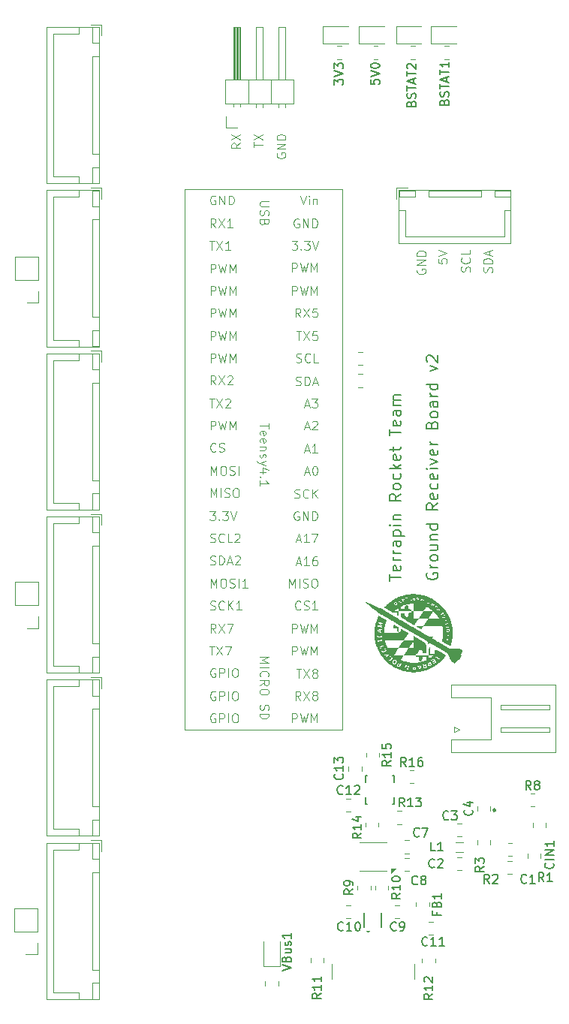
<source format=gbr>
%TF.GenerationSoftware,KiCad,Pcbnew,8.0.8*%
%TF.CreationDate,2025-03-09T10:35:25-07:00*%
%TF.ProjectId,ground-receiver,67726f75-6e64-42d7-9265-636569766572,rev?*%
%TF.SameCoordinates,Original*%
%TF.FileFunction,Legend,Top*%
%TF.FilePolarity,Positive*%
%FSLAX46Y46*%
G04 Gerber Fmt 4.6, Leading zero omitted, Abs format (unit mm)*
G04 Created by KiCad (PCBNEW 8.0.8) date 2025-03-09 10:35:25*
%MOMM*%
%LPD*%
G01*
G04 APERTURE LIST*
%ADD10C,0.100000*%
%ADD11C,0.150000*%
%ADD12C,0.120000*%
%ADD13C,0.000000*%
%ADD14C,0.152400*%
%ADD15C,0.250000*%
G04 APERTURE END LIST*
D10*
X154805038Y-91251503D02*
X154757419Y-91346741D01*
X154757419Y-91346741D02*
X154757419Y-91489598D01*
X154757419Y-91489598D02*
X154805038Y-91632455D01*
X154805038Y-91632455D02*
X154900276Y-91727693D01*
X154900276Y-91727693D02*
X154995514Y-91775312D01*
X154995514Y-91775312D02*
X155185990Y-91822931D01*
X155185990Y-91822931D02*
X155328847Y-91822931D01*
X155328847Y-91822931D02*
X155519323Y-91775312D01*
X155519323Y-91775312D02*
X155614561Y-91727693D01*
X155614561Y-91727693D02*
X155709800Y-91632455D01*
X155709800Y-91632455D02*
X155757419Y-91489598D01*
X155757419Y-91489598D02*
X155757419Y-91394360D01*
X155757419Y-91394360D02*
X155709800Y-91251503D01*
X155709800Y-91251503D02*
X155662180Y-91203884D01*
X155662180Y-91203884D02*
X155328847Y-91203884D01*
X155328847Y-91203884D02*
X155328847Y-91394360D01*
X155757419Y-90775312D02*
X154757419Y-90775312D01*
X154757419Y-90775312D02*
X155757419Y-90203884D01*
X155757419Y-90203884D02*
X154757419Y-90203884D01*
X155757419Y-89727693D02*
X154757419Y-89727693D01*
X154757419Y-89727693D02*
X154757419Y-89489598D01*
X154757419Y-89489598D02*
X154805038Y-89346741D01*
X154805038Y-89346741D02*
X154900276Y-89251503D01*
X154900276Y-89251503D02*
X154995514Y-89203884D01*
X154995514Y-89203884D02*
X155185990Y-89156265D01*
X155185990Y-89156265D02*
X155328847Y-89156265D01*
X155328847Y-89156265D02*
X155519323Y-89203884D01*
X155519323Y-89203884D02*
X155614561Y-89251503D01*
X155614561Y-89251503D02*
X155709800Y-89346741D01*
X155709800Y-89346741D02*
X155757419Y-89489598D01*
X155757419Y-89489598D02*
X155757419Y-89727693D01*
X160709800Y-91537217D02*
X160757419Y-91394360D01*
X160757419Y-91394360D02*
X160757419Y-91156265D01*
X160757419Y-91156265D02*
X160709800Y-91061027D01*
X160709800Y-91061027D02*
X160662180Y-91013408D01*
X160662180Y-91013408D02*
X160566942Y-90965789D01*
X160566942Y-90965789D02*
X160471704Y-90965789D01*
X160471704Y-90965789D02*
X160376466Y-91013408D01*
X160376466Y-91013408D02*
X160328847Y-91061027D01*
X160328847Y-91061027D02*
X160281228Y-91156265D01*
X160281228Y-91156265D02*
X160233609Y-91346741D01*
X160233609Y-91346741D02*
X160185990Y-91441979D01*
X160185990Y-91441979D02*
X160138371Y-91489598D01*
X160138371Y-91489598D02*
X160043133Y-91537217D01*
X160043133Y-91537217D02*
X159947895Y-91537217D01*
X159947895Y-91537217D02*
X159852657Y-91489598D01*
X159852657Y-91489598D02*
X159805038Y-91441979D01*
X159805038Y-91441979D02*
X159757419Y-91346741D01*
X159757419Y-91346741D02*
X159757419Y-91108646D01*
X159757419Y-91108646D02*
X159805038Y-90965789D01*
X160662180Y-89965789D02*
X160709800Y-90013408D01*
X160709800Y-90013408D02*
X160757419Y-90156265D01*
X160757419Y-90156265D02*
X160757419Y-90251503D01*
X160757419Y-90251503D02*
X160709800Y-90394360D01*
X160709800Y-90394360D02*
X160614561Y-90489598D01*
X160614561Y-90489598D02*
X160519323Y-90537217D01*
X160519323Y-90537217D02*
X160328847Y-90584836D01*
X160328847Y-90584836D02*
X160185990Y-90584836D01*
X160185990Y-90584836D02*
X159995514Y-90537217D01*
X159995514Y-90537217D02*
X159900276Y-90489598D01*
X159900276Y-90489598D02*
X159805038Y-90394360D01*
X159805038Y-90394360D02*
X159757419Y-90251503D01*
X159757419Y-90251503D02*
X159757419Y-90156265D01*
X159757419Y-90156265D02*
X159805038Y-90013408D01*
X159805038Y-90013408D02*
X159852657Y-89965789D01*
X160757419Y-89061027D02*
X160757419Y-89537217D01*
X160757419Y-89537217D02*
X159757419Y-89537217D01*
X136357419Y-77484836D02*
X136357419Y-76913408D01*
X137357419Y-77199122D02*
X136357419Y-77199122D01*
X136357419Y-76675312D02*
X137357419Y-76008646D01*
X136357419Y-76008646D02*
X137357419Y-76675312D01*
X157157419Y-90061027D02*
X157157419Y-90537217D01*
X157157419Y-90537217D02*
X157633609Y-90584836D01*
X157633609Y-90584836D02*
X157585990Y-90537217D01*
X157585990Y-90537217D02*
X157538371Y-90441979D01*
X157538371Y-90441979D02*
X157538371Y-90203884D01*
X157538371Y-90203884D02*
X157585990Y-90108646D01*
X157585990Y-90108646D02*
X157633609Y-90061027D01*
X157633609Y-90061027D02*
X157728847Y-90013408D01*
X157728847Y-90013408D02*
X157966942Y-90013408D01*
X157966942Y-90013408D02*
X158062180Y-90061027D01*
X158062180Y-90061027D02*
X158109800Y-90108646D01*
X158109800Y-90108646D02*
X158157419Y-90203884D01*
X158157419Y-90203884D02*
X158157419Y-90441979D01*
X158157419Y-90441979D02*
X158109800Y-90537217D01*
X158109800Y-90537217D02*
X158062180Y-90584836D01*
X157157419Y-89727693D02*
X158157419Y-89394360D01*
X158157419Y-89394360D02*
X157157419Y-89061027D01*
D11*
X151647250Y-126377506D02*
X151647250Y-125634649D01*
X152947250Y-126006077D02*
X151647250Y-126006077D01*
X152885346Y-124706078D02*
X152947250Y-124829887D01*
X152947250Y-124829887D02*
X152947250Y-125077506D01*
X152947250Y-125077506D02*
X152885346Y-125201316D01*
X152885346Y-125201316D02*
X152761536Y-125263220D01*
X152761536Y-125263220D02*
X152266298Y-125263220D01*
X152266298Y-125263220D02*
X152142488Y-125201316D01*
X152142488Y-125201316D02*
X152080584Y-125077506D01*
X152080584Y-125077506D02*
X152080584Y-124829887D01*
X152080584Y-124829887D02*
X152142488Y-124706078D01*
X152142488Y-124706078D02*
X152266298Y-124644173D01*
X152266298Y-124644173D02*
X152390107Y-124644173D01*
X152390107Y-124644173D02*
X152513917Y-125263220D01*
X152947250Y-124087030D02*
X152080584Y-124087030D01*
X152328203Y-124087030D02*
X152204393Y-124025125D01*
X152204393Y-124025125D02*
X152142488Y-123963220D01*
X152142488Y-123963220D02*
X152080584Y-123839411D01*
X152080584Y-123839411D02*
X152080584Y-123715601D01*
X152947250Y-123282268D02*
X152080584Y-123282268D01*
X152328203Y-123282268D02*
X152204393Y-123220363D01*
X152204393Y-123220363D02*
X152142488Y-123158458D01*
X152142488Y-123158458D02*
X152080584Y-123034649D01*
X152080584Y-123034649D02*
X152080584Y-122910839D01*
X152947250Y-121920363D02*
X152266298Y-121920363D01*
X152266298Y-121920363D02*
X152142488Y-121982268D01*
X152142488Y-121982268D02*
X152080584Y-122106077D01*
X152080584Y-122106077D02*
X152080584Y-122353696D01*
X152080584Y-122353696D02*
X152142488Y-122477506D01*
X152885346Y-121920363D02*
X152947250Y-122044172D01*
X152947250Y-122044172D02*
X152947250Y-122353696D01*
X152947250Y-122353696D02*
X152885346Y-122477506D01*
X152885346Y-122477506D02*
X152761536Y-122539410D01*
X152761536Y-122539410D02*
X152637726Y-122539410D01*
X152637726Y-122539410D02*
X152513917Y-122477506D01*
X152513917Y-122477506D02*
X152452012Y-122353696D01*
X152452012Y-122353696D02*
X152452012Y-122044172D01*
X152452012Y-122044172D02*
X152390107Y-121920363D01*
X152080584Y-121301316D02*
X153380584Y-121301316D01*
X152142488Y-121301316D02*
X152080584Y-121177506D01*
X152080584Y-121177506D02*
X152080584Y-120929887D01*
X152080584Y-120929887D02*
X152142488Y-120806078D01*
X152142488Y-120806078D02*
X152204393Y-120744173D01*
X152204393Y-120744173D02*
X152328203Y-120682268D01*
X152328203Y-120682268D02*
X152699631Y-120682268D01*
X152699631Y-120682268D02*
X152823441Y-120744173D01*
X152823441Y-120744173D02*
X152885346Y-120806078D01*
X152885346Y-120806078D02*
X152947250Y-120929887D01*
X152947250Y-120929887D02*
X152947250Y-121177506D01*
X152947250Y-121177506D02*
X152885346Y-121301316D01*
X152947250Y-120125126D02*
X152080584Y-120125126D01*
X151647250Y-120125126D02*
X151709155Y-120187030D01*
X151709155Y-120187030D02*
X151771060Y-120125126D01*
X151771060Y-120125126D02*
X151709155Y-120063221D01*
X151709155Y-120063221D02*
X151647250Y-120125126D01*
X151647250Y-120125126D02*
X151771060Y-120125126D01*
X152080584Y-119506078D02*
X152947250Y-119506078D01*
X152204393Y-119506078D02*
X152142488Y-119444173D01*
X152142488Y-119444173D02*
X152080584Y-119320363D01*
X152080584Y-119320363D02*
X152080584Y-119134649D01*
X152080584Y-119134649D02*
X152142488Y-119010840D01*
X152142488Y-119010840D02*
X152266298Y-118948935D01*
X152266298Y-118948935D02*
X152947250Y-118948935D01*
X152947250Y-116596555D02*
X152328203Y-117029888D01*
X152947250Y-117339412D02*
X151647250Y-117339412D01*
X151647250Y-117339412D02*
X151647250Y-116844174D01*
X151647250Y-116844174D02*
X151709155Y-116720364D01*
X151709155Y-116720364D02*
X151771060Y-116658459D01*
X151771060Y-116658459D02*
X151894869Y-116596555D01*
X151894869Y-116596555D02*
X152080584Y-116596555D01*
X152080584Y-116596555D02*
X152204393Y-116658459D01*
X152204393Y-116658459D02*
X152266298Y-116720364D01*
X152266298Y-116720364D02*
X152328203Y-116844174D01*
X152328203Y-116844174D02*
X152328203Y-117339412D01*
X152947250Y-115853697D02*
X152885346Y-115977507D01*
X152885346Y-115977507D02*
X152823441Y-116039412D01*
X152823441Y-116039412D02*
X152699631Y-116101316D01*
X152699631Y-116101316D02*
X152328203Y-116101316D01*
X152328203Y-116101316D02*
X152204393Y-116039412D01*
X152204393Y-116039412D02*
X152142488Y-115977507D01*
X152142488Y-115977507D02*
X152080584Y-115853697D01*
X152080584Y-115853697D02*
X152080584Y-115667983D01*
X152080584Y-115667983D02*
X152142488Y-115544174D01*
X152142488Y-115544174D02*
X152204393Y-115482269D01*
X152204393Y-115482269D02*
X152328203Y-115420364D01*
X152328203Y-115420364D02*
X152699631Y-115420364D01*
X152699631Y-115420364D02*
X152823441Y-115482269D01*
X152823441Y-115482269D02*
X152885346Y-115544174D01*
X152885346Y-115544174D02*
X152947250Y-115667983D01*
X152947250Y-115667983D02*
X152947250Y-115853697D01*
X152885346Y-114306079D02*
X152947250Y-114429888D01*
X152947250Y-114429888D02*
X152947250Y-114677507D01*
X152947250Y-114677507D02*
X152885346Y-114801317D01*
X152885346Y-114801317D02*
X152823441Y-114863222D01*
X152823441Y-114863222D02*
X152699631Y-114925126D01*
X152699631Y-114925126D02*
X152328203Y-114925126D01*
X152328203Y-114925126D02*
X152204393Y-114863222D01*
X152204393Y-114863222D02*
X152142488Y-114801317D01*
X152142488Y-114801317D02*
X152080584Y-114677507D01*
X152080584Y-114677507D02*
X152080584Y-114429888D01*
X152080584Y-114429888D02*
X152142488Y-114306079D01*
X152947250Y-113748936D02*
X151647250Y-113748936D01*
X152452012Y-113625126D02*
X152947250Y-113253698D01*
X152080584Y-113253698D02*
X152575822Y-113748936D01*
X152885346Y-112201317D02*
X152947250Y-112325126D01*
X152947250Y-112325126D02*
X152947250Y-112572745D01*
X152947250Y-112572745D02*
X152885346Y-112696555D01*
X152885346Y-112696555D02*
X152761536Y-112758459D01*
X152761536Y-112758459D02*
X152266298Y-112758459D01*
X152266298Y-112758459D02*
X152142488Y-112696555D01*
X152142488Y-112696555D02*
X152080584Y-112572745D01*
X152080584Y-112572745D02*
X152080584Y-112325126D01*
X152080584Y-112325126D02*
X152142488Y-112201317D01*
X152142488Y-112201317D02*
X152266298Y-112139412D01*
X152266298Y-112139412D02*
X152390107Y-112139412D01*
X152390107Y-112139412D02*
X152513917Y-112758459D01*
X152080584Y-111767983D02*
X152080584Y-111272745D01*
X151647250Y-111582269D02*
X152761536Y-111582269D01*
X152761536Y-111582269D02*
X152885346Y-111520364D01*
X152885346Y-111520364D02*
X152947250Y-111396554D01*
X152947250Y-111396554D02*
X152947250Y-111272745D01*
X151647250Y-110034650D02*
X151647250Y-109291793D01*
X152947250Y-109663221D02*
X151647250Y-109663221D01*
X152885346Y-108363222D02*
X152947250Y-108487031D01*
X152947250Y-108487031D02*
X152947250Y-108734650D01*
X152947250Y-108734650D02*
X152885346Y-108858460D01*
X152885346Y-108858460D02*
X152761536Y-108920364D01*
X152761536Y-108920364D02*
X152266298Y-108920364D01*
X152266298Y-108920364D02*
X152142488Y-108858460D01*
X152142488Y-108858460D02*
X152080584Y-108734650D01*
X152080584Y-108734650D02*
X152080584Y-108487031D01*
X152080584Y-108487031D02*
X152142488Y-108363222D01*
X152142488Y-108363222D02*
X152266298Y-108301317D01*
X152266298Y-108301317D02*
X152390107Y-108301317D01*
X152390107Y-108301317D02*
X152513917Y-108920364D01*
X152947250Y-107187031D02*
X152266298Y-107187031D01*
X152266298Y-107187031D02*
X152142488Y-107248936D01*
X152142488Y-107248936D02*
X152080584Y-107372745D01*
X152080584Y-107372745D02*
X152080584Y-107620364D01*
X152080584Y-107620364D02*
X152142488Y-107744174D01*
X152885346Y-107187031D02*
X152947250Y-107310840D01*
X152947250Y-107310840D02*
X152947250Y-107620364D01*
X152947250Y-107620364D02*
X152885346Y-107744174D01*
X152885346Y-107744174D02*
X152761536Y-107806078D01*
X152761536Y-107806078D02*
X152637726Y-107806078D01*
X152637726Y-107806078D02*
X152513917Y-107744174D01*
X152513917Y-107744174D02*
X152452012Y-107620364D01*
X152452012Y-107620364D02*
X152452012Y-107310840D01*
X152452012Y-107310840D02*
X152390107Y-107187031D01*
X152947250Y-106567984D02*
X152080584Y-106567984D01*
X152204393Y-106567984D02*
X152142488Y-106506079D01*
X152142488Y-106506079D02*
X152080584Y-106382269D01*
X152080584Y-106382269D02*
X152080584Y-106196555D01*
X152080584Y-106196555D02*
X152142488Y-106072746D01*
X152142488Y-106072746D02*
X152266298Y-106010841D01*
X152266298Y-106010841D02*
X152947250Y-106010841D01*
X152266298Y-106010841D02*
X152142488Y-105948936D01*
X152142488Y-105948936D02*
X152080584Y-105825127D01*
X152080584Y-105825127D02*
X152080584Y-105639412D01*
X152080584Y-105639412D02*
X152142488Y-105515603D01*
X152142488Y-105515603D02*
X152266298Y-105453698D01*
X152266298Y-105453698D02*
X152947250Y-105453698D01*
X155895009Y-125510839D02*
X155833104Y-125634649D01*
X155833104Y-125634649D02*
X155833104Y-125820363D01*
X155833104Y-125820363D02*
X155895009Y-126006077D01*
X155895009Y-126006077D02*
X156018819Y-126129887D01*
X156018819Y-126129887D02*
X156142628Y-126191792D01*
X156142628Y-126191792D02*
X156390247Y-126253696D01*
X156390247Y-126253696D02*
X156575961Y-126253696D01*
X156575961Y-126253696D02*
X156823580Y-126191792D01*
X156823580Y-126191792D02*
X156947390Y-126129887D01*
X156947390Y-126129887D02*
X157071200Y-126006077D01*
X157071200Y-126006077D02*
X157133104Y-125820363D01*
X157133104Y-125820363D02*
X157133104Y-125696554D01*
X157133104Y-125696554D02*
X157071200Y-125510839D01*
X157071200Y-125510839D02*
X157009295Y-125448935D01*
X157009295Y-125448935D02*
X156575961Y-125448935D01*
X156575961Y-125448935D02*
X156575961Y-125696554D01*
X157133104Y-124891792D02*
X156266438Y-124891792D01*
X156514057Y-124891792D02*
X156390247Y-124829887D01*
X156390247Y-124829887D02*
X156328342Y-124767982D01*
X156328342Y-124767982D02*
X156266438Y-124644173D01*
X156266438Y-124644173D02*
X156266438Y-124520363D01*
X157133104Y-123901315D02*
X157071200Y-124025125D01*
X157071200Y-124025125D02*
X157009295Y-124087030D01*
X157009295Y-124087030D02*
X156885485Y-124148934D01*
X156885485Y-124148934D02*
X156514057Y-124148934D01*
X156514057Y-124148934D02*
X156390247Y-124087030D01*
X156390247Y-124087030D02*
X156328342Y-124025125D01*
X156328342Y-124025125D02*
X156266438Y-123901315D01*
X156266438Y-123901315D02*
X156266438Y-123715601D01*
X156266438Y-123715601D02*
X156328342Y-123591792D01*
X156328342Y-123591792D02*
X156390247Y-123529887D01*
X156390247Y-123529887D02*
X156514057Y-123467982D01*
X156514057Y-123467982D02*
X156885485Y-123467982D01*
X156885485Y-123467982D02*
X157009295Y-123529887D01*
X157009295Y-123529887D02*
X157071200Y-123591792D01*
X157071200Y-123591792D02*
X157133104Y-123715601D01*
X157133104Y-123715601D02*
X157133104Y-123901315D01*
X156266438Y-122353697D02*
X157133104Y-122353697D01*
X156266438Y-122910840D02*
X156947390Y-122910840D01*
X156947390Y-122910840D02*
X157071200Y-122848935D01*
X157071200Y-122848935D02*
X157133104Y-122725125D01*
X157133104Y-122725125D02*
X157133104Y-122539411D01*
X157133104Y-122539411D02*
X157071200Y-122415602D01*
X157071200Y-122415602D02*
X157009295Y-122353697D01*
X156266438Y-121734650D02*
X157133104Y-121734650D01*
X156390247Y-121734650D02*
X156328342Y-121672745D01*
X156328342Y-121672745D02*
X156266438Y-121548935D01*
X156266438Y-121548935D02*
X156266438Y-121363221D01*
X156266438Y-121363221D02*
X156328342Y-121239412D01*
X156328342Y-121239412D02*
X156452152Y-121177507D01*
X156452152Y-121177507D02*
X157133104Y-121177507D01*
X157133104Y-120001317D02*
X155833104Y-120001317D01*
X157071200Y-120001317D02*
X157133104Y-120125126D01*
X157133104Y-120125126D02*
X157133104Y-120372745D01*
X157133104Y-120372745D02*
X157071200Y-120496555D01*
X157071200Y-120496555D02*
X157009295Y-120558460D01*
X157009295Y-120558460D02*
X156885485Y-120620364D01*
X156885485Y-120620364D02*
X156514057Y-120620364D01*
X156514057Y-120620364D02*
X156390247Y-120558460D01*
X156390247Y-120558460D02*
X156328342Y-120496555D01*
X156328342Y-120496555D02*
X156266438Y-120372745D01*
X156266438Y-120372745D02*
X156266438Y-120125126D01*
X156266438Y-120125126D02*
X156328342Y-120001317D01*
X157133104Y-117648937D02*
X156514057Y-118082270D01*
X157133104Y-118391794D02*
X155833104Y-118391794D01*
X155833104Y-118391794D02*
X155833104Y-117896556D01*
X155833104Y-117896556D02*
X155895009Y-117772746D01*
X155895009Y-117772746D02*
X155956914Y-117710841D01*
X155956914Y-117710841D02*
X156080723Y-117648937D01*
X156080723Y-117648937D02*
X156266438Y-117648937D01*
X156266438Y-117648937D02*
X156390247Y-117710841D01*
X156390247Y-117710841D02*
X156452152Y-117772746D01*
X156452152Y-117772746D02*
X156514057Y-117896556D01*
X156514057Y-117896556D02*
X156514057Y-118391794D01*
X157071200Y-116596556D02*
X157133104Y-116720365D01*
X157133104Y-116720365D02*
X157133104Y-116967984D01*
X157133104Y-116967984D02*
X157071200Y-117091794D01*
X157071200Y-117091794D02*
X156947390Y-117153698D01*
X156947390Y-117153698D02*
X156452152Y-117153698D01*
X156452152Y-117153698D02*
X156328342Y-117091794D01*
X156328342Y-117091794D02*
X156266438Y-116967984D01*
X156266438Y-116967984D02*
X156266438Y-116720365D01*
X156266438Y-116720365D02*
X156328342Y-116596556D01*
X156328342Y-116596556D02*
X156452152Y-116534651D01*
X156452152Y-116534651D02*
X156575961Y-116534651D01*
X156575961Y-116534651D02*
X156699771Y-117153698D01*
X157071200Y-115420365D02*
X157133104Y-115544174D01*
X157133104Y-115544174D02*
X157133104Y-115791793D01*
X157133104Y-115791793D02*
X157071200Y-115915603D01*
X157071200Y-115915603D02*
X157009295Y-115977508D01*
X157009295Y-115977508D02*
X156885485Y-116039412D01*
X156885485Y-116039412D02*
X156514057Y-116039412D01*
X156514057Y-116039412D02*
X156390247Y-115977508D01*
X156390247Y-115977508D02*
X156328342Y-115915603D01*
X156328342Y-115915603D02*
X156266438Y-115791793D01*
X156266438Y-115791793D02*
X156266438Y-115544174D01*
X156266438Y-115544174D02*
X156328342Y-115420365D01*
X157071200Y-114367984D02*
X157133104Y-114491793D01*
X157133104Y-114491793D02*
X157133104Y-114739412D01*
X157133104Y-114739412D02*
X157071200Y-114863222D01*
X157071200Y-114863222D02*
X156947390Y-114925126D01*
X156947390Y-114925126D02*
X156452152Y-114925126D01*
X156452152Y-114925126D02*
X156328342Y-114863222D01*
X156328342Y-114863222D02*
X156266438Y-114739412D01*
X156266438Y-114739412D02*
X156266438Y-114491793D01*
X156266438Y-114491793D02*
X156328342Y-114367984D01*
X156328342Y-114367984D02*
X156452152Y-114306079D01*
X156452152Y-114306079D02*
X156575961Y-114306079D01*
X156575961Y-114306079D02*
X156699771Y-114925126D01*
X157133104Y-113748936D02*
X156266438Y-113748936D01*
X155833104Y-113748936D02*
X155895009Y-113810840D01*
X155895009Y-113810840D02*
X155956914Y-113748936D01*
X155956914Y-113748936D02*
X155895009Y-113687031D01*
X155895009Y-113687031D02*
X155833104Y-113748936D01*
X155833104Y-113748936D02*
X155956914Y-113748936D01*
X156266438Y-113253697D02*
X157133104Y-112944173D01*
X157133104Y-112944173D02*
X156266438Y-112634650D01*
X157071200Y-111644174D02*
X157133104Y-111767983D01*
X157133104Y-111767983D02*
X157133104Y-112015602D01*
X157133104Y-112015602D02*
X157071200Y-112139412D01*
X157071200Y-112139412D02*
X156947390Y-112201316D01*
X156947390Y-112201316D02*
X156452152Y-112201316D01*
X156452152Y-112201316D02*
X156328342Y-112139412D01*
X156328342Y-112139412D02*
X156266438Y-112015602D01*
X156266438Y-112015602D02*
X156266438Y-111767983D01*
X156266438Y-111767983D02*
X156328342Y-111644174D01*
X156328342Y-111644174D02*
X156452152Y-111582269D01*
X156452152Y-111582269D02*
X156575961Y-111582269D01*
X156575961Y-111582269D02*
X156699771Y-112201316D01*
X157133104Y-111025126D02*
X156266438Y-111025126D01*
X156514057Y-111025126D02*
X156390247Y-110963221D01*
X156390247Y-110963221D02*
X156328342Y-110901316D01*
X156328342Y-110901316D02*
X156266438Y-110777507D01*
X156266438Y-110777507D02*
X156266438Y-110653697D01*
X156452152Y-108796554D02*
X156514057Y-108610840D01*
X156514057Y-108610840D02*
X156575961Y-108548935D01*
X156575961Y-108548935D02*
X156699771Y-108487031D01*
X156699771Y-108487031D02*
X156885485Y-108487031D01*
X156885485Y-108487031D02*
X157009295Y-108548935D01*
X157009295Y-108548935D02*
X157071200Y-108610840D01*
X157071200Y-108610840D02*
X157133104Y-108734650D01*
X157133104Y-108734650D02*
X157133104Y-109229888D01*
X157133104Y-109229888D02*
X155833104Y-109229888D01*
X155833104Y-109229888D02*
X155833104Y-108796554D01*
X155833104Y-108796554D02*
X155895009Y-108672745D01*
X155895009Y-108672745D02*
X155956914Y-108610840D01*
X155956914Y-108610840D02*
X156080723Y-108548935D01*
X156080723Y-108548935D02*
X156204533Y-108548935D01*
X156204533Y-108548935D02*
X156328342Y-108610840D01*
X156328342Y-108610840D02*
X156390247Y-108672745D01*
X156390247Y-108672745D02*
X156452152Y-108796554D01*
X156452152Y-108796554D02*
X156452152Y-109229888D01*
X157133104Y-107744173D02*
X157071200Y-107867983D01*
X157071200Y-107867983D02*
X157009295Y-107929888D01*
X157009295Y-107929888D02*
X156885485Y-107991792D01*
X156885485Y-107991792D02*
X156514057Y-107991792D01*
X156514057Y-107991792D02*
X156390247Y-107929888D01*
X156390247Y-107929888D02*
X156328342Y-107867983D01*
X156328342Y-107867983D02*
X156266438Y-107744173D01*
X156266438Y-107744173D02*
X156266438Y-107558459D01*
X156266438Y-107558459D02*
X156328342Y-107434650D01*
X156328342Y-107434650D02*
X156390247Y-107372745D01*
X156390247Y-107372745D02*
X156514057Y-107310840D01*
X156514057Y-107310840D02*
X156885485Y-107310840D01*
X156885485Y-107310840D02*
X157009295Y-107372745D01*
X157009295Y-107372745D02*
X157071200Y-107434650D01*
X157071200Y-107434650D02*
X157133104Y-107558459D01*
X157133104Y-107558459D02*
X157133104Y-107744173D01*
X157133104Y-106196555D02*
X156452152Y-106196555D01*
X156452152Y-106196555D02*
X156328342Y-106258460D01*
X156328342Y-106258460D02*
X156266438Y-106382269D01*
X156266438Y-106382269D02*
X156266438Y-106629888D01*
X156266438Y-106629888D02*
X156328342Y-106753698D01*
X157071200Y-106196555D02*
X157133104Y-106320364D01*
X157133104Y-106320364D02*
X157133104Y-106629888D01*
X157133104Y-106629888D02*
X157071200Y-106753698D01*
X157071200Y-106753698D02*
X156947390Y-106815602D01*
X156947390Y-106815602D02*
X156823580Y-106815602D01*
X156823580Y-106815602D02*
X156699771Y-106753698D01*
X156699771Y-106753698D02*
X156637866Y-106629888D01*
X156637866Y-106629888D02*
X156637866Y-106320364D01*
X156637866Y-106320364D02*
X156575961Y-106196555D01*
X157133104Y-105577508D02*
X156266438Y-105577508D01*
X156514057Y-105577508D02*
X156390247Y-105515603D01*
X156390247Y-105515603D02*
X156328342Y-105453698D01*
X156328342Y-105453698D02*
X156266438Y-105329889D01*
X156266438Y-105329889D02*
X156266438Y-105206079D01*
X157133104Y-104215603D02*
X155833104Y-104215603D01*
X157071200Y-104215603D02*
X157133104Y-104339412D01*
X157133104Y-104339412D02*
X157133104Y-104587031D01*
X157133104Y-104587031D02*
X157071200Y-104710841D01*
X157071200Y-104710841D02*
X157009295Y-104772746D01*
X157009295Y-104772746D02*
X156885485Y-104834650D01*
X156885485Y-104834650D02*
X156514057Y-104834650D01*
X156514057Y-104834650D02*
X156390247Y-104772746D01*
X156390247Y-104772746D02*
X156328342Y-104710841D01*
X156328342Y-104710841D02*
X156266438Y-104587031D01*
X156266438Y-104587031D02*
X156266438Y-104339412D01*
X156266438Y-104339412D02*
X156328342Y-104215603D01*
X156266438Y-102729889D02*
X157133104Y-102420365D01*
X157133104Y-102420365D02*
X156266438Y-102110842D01*
X155956914Y-101677508D02*
X155895009Y-101615604D01*
X155895009Y-101615604D02*
X155833104Y-101491794D01*
X155833104Y-101491794D02*
X155833104Y-101182270D01*
X155833104Y-101182270D02*
X155895009Y-101058461D01*
X155895009Y-101058461D02*
X155956914Y-100996556D01*
X155956914Y-100996556D02*
X156080723Y-100934651D01*
X156080723Y-100934651D02*
X156204533Y-100934651D01*
X156204533Y-100934651D02*
X156390247Y-100996556D01*
X156390247Y-100996556D02*
X157133104Y-101739413D01*
X157133104Y-101739413D02*
X157133104Y-100934651D01*
D10*
X134857419Y-77008646D02*
X134381228Y-77341979D01*
X134857419Y-77580074D02*
X133857419Y-77580074D01*
X133857419Y-77580074D02*
X133857419Y-77199122D01*
X133857419Y-77199122D02*
X133905038Y-77103884D01*
X133905038Y-77103884D02*
X133952657Y-77056265D01*
X133952657Y-77056265D02*
X134047895Y-77008646D01*
X134047895Y-77008646D02*
X134190752Y-77008646D01*
X134190752Y-77008646D02*
X134285990Y-77056265D01*
X134285990Y-77056265D02*
X134333609Y-77103884D01*
X134333609Y-77103884D02*
X134381228Y-77199122D01*
X134381228Y-77199122D02*
X134381228Y-77580074D01*
X133857419Y-76675312D02*
X134857419Y-76008646D01*
X133857419Y-76008646D02*
X134857419Y-76675312D01*
X139005038Y-78151503D02*
X138957419Y-78246741D01*
X138957419Y-78246741D02*
X138957419Y-78389598D01*
X138957419Y-78389598D02*
X139005038Y-78532455D01*
X139005038Y-78532455D02*
X139100276Y-78627693D01*
X139100276Y-78627693D02*
X139195514Y-78675312D01*
X139195514Y-78675312D02*
X139385990Y-78722931D01*
X139385990Y-78722931D02*
X139528847Y-78722931D01*
X139528847Y-78722931D02*
X139719323Y-78675312D01*
X139719323Y-78675312D02*
X139814561Y-78627693D01*
X139814561Y-78627693D02*
X139909800Y-78532455D01*
X139909800Y-78532455D02*
X139957419Y-78389598D01*
X139957419Y-78389598D02*
X139957419Y-78294360D01*
X139957419Y-78294360D02*
X139909800Y-78151503D01*
X139909800Y-78151503D02*
X139862180Y-78103884D01*
X139862180Y-78103884D02*
X139528847Y-78103884D01*
X139528847Y-78103884D02*
X139528847Y-78294360D01*
X139957419Y-77675312D02*
X138957419Y-77675312D01*
X138957419Y-77675312D02*
X139957419Y-77103884D01*
X139957419Y-77103884D02*
X138957419Y-77103884D01*
X139957419Y-76627693D02*
X138957419Y-76627693D01*
X138957419Y-76627693D02*
X138957419Y-76389598D01*
X138957419Y-76389598D02*
X139005038Y-76246741D01*
X139005038Y-76246741D02*
X139100276Y-76151503D01*
X139100276Y-76151503D02*
X139195514Y-76103884D01*
X139195514Y-76103884D02*
X139385990Y-76056265D01*
X139385990Y-76056265D02*
X139528847Y-76056265D01*
X139528847Y-76056265D02*
X139719323Y-76103884D01*
X139719323Y-76103884D02*
X139814561Y-76151503D01*
X139814561Y-76151503D02*
X139909800Y-76246741D01*
X139909800Y-76246741D02*
X139957419Y-76389598D01*
X139957419Y-76389598D02*
X139957419Y-76627693D01*
X163209800Y-91584836D02*
X163257419Y-91441979D01*
X163257419Y-91441979D02*
X163257419Y-91203884D01*
X163257419Y-91203884D02*
X163209800Y-91108646D01*
X163209800Y-91108646D02*
X163162180Y-91061027D01*
X163162180Y-91061027D02*
X163066942Y-91013408D01*
X163066942Y-91013408D02*
X162971704Y-91013408D01*
X162971704Y-91013408D02*
X162876466Y-91061027D01*
X162876466Y-91061027D02*
X162828847Y-91108646D01*
X162828847Y-91108646D02*
X162781228Y-91203884D01*
X162781228Y-91203884D02*
X162733609Y-91394360D01*
X162733609Y-91394360D02*
X162685990Y-91489598D01*
X162685990Y-91489598D02*
X162638371Y-91537217D01*
X162638371Y-91537217D02*
X162543133Y-91584836D01*
X162543133Y-91584836D02*
X162447895Y-91584836D01*
X162447895Y-91584836D02*
X162352657Y-91537217D01*
X162352657Y-91537217D02*
X162305038Y-91489598D01*
X162305038Y-91489598D02*
X162257419Y-91394360D01*
X162257419Y-91394360D02*
X162257419Y-91156265D01*
X162257419Y-91156265D02*
X162305038Y-91013408D01*
X163257419Y-90584836D02*
X162257419Y-90584836D01*
X162257419Y-90584836D02*
X162257419Y-90346741D01*
X162257419Y-90346741D02*
X162305038Y-90203884D01*
X162305038Y-90203884D02*
X162400276Y-90108646D01*
X162400276Y-90108646D02*
X162495514Y-90061027D01*
X162495514Y-90061027D02*
X162685990Y-90013408D01*
X162685990Y-90013408D02*
X162828847Y-90013408D01*
X162828847Y-90013408D02*
X163019323Y-90061027D01*
X163019323Y-90061027D02*
X163114561Y-90108646D01*
X163114561Y-90108646D02*
X163209800Y-90203884D01*
X163209800Y-90203884D02*
X163257419Y-90346741D01*
X163257419Y-90346741D02*
X163257419Y-90584836D01*
X162971704Y-89632455D02*
X162971704Y-89156265D01*
X163257419Y-89727693D02*
X162257419Y-89394360D01*
X162257419Y-89394360D02*
X163257419Y-89061027D01*
D11*
X167633333Y-149954819D02*
X167300000Y-149478628D01*
X167061905Y-149954819D02*
X167061905Y-148954819D01*
X167061905Y-148954819D02*
X167442857Y-148954819D01*
X167442857Y-148954819D02*
X167538095Y-149002438D01*
X167538095Y-149002438D02*
X167585714Y-149050057D01*
X167585714Y-149050057D02*
X167633333Y-149145295D01*
X167633333Y-149145295D02*
X167633333Y-149288152D01*
X167633333Y-149288152D02*
X167585714Y-149383390D01*
X167585714Y-149383390D02*
X167538095Y-149431009D01*
X167538095Y-149431009D02*
X167442857Y-149478628D01*
X167442857Y-149478628D02*
X167061905Y-149478628D01*
X168204762Y-149383390D02*
X168109524Y-149335771D01*
X168109524Y-149335771D02*
X168061905Y-149288152D01*
X168061905Y-149288152D02*
X168014286Y-149192914D01*
X168014286Y-149192914D02*
X168014286Y-149145295D01*
X168014286Y-149145295D02*
X168061905Y-149050057D01*
X168061905Y-149050057D02*
X168109524Y-149002438D01*
X168109524Y-149002438D02*
X168204762Y-148954819D01*
X168204762Y-148954819D02*
X168395238Y-148954819D01*
X168395238Y-148954819D02*
X168490476Y-149002438D01*
X168490476Y-149002438D02*
X168538095Y-149050057D01*
X168538095Y-149050057D02*
X168585714Y-149145295D01*
X168585714Y-149145295D02*
X168585714Y-149192914D01*
X168585714Y-149192914D02*
X168538095Y-149288152D01*
X168538095Y-149288152D02*
X168490476Y-149335771D01*
X168490476Y-149335771D02*
X168395238Y-149383390D01*
X168395238Y-149383390D02*
X168204762Y-149383390D01*
X168204762Y-149383390D02*
X168109524Y-149431009D01*
X168109524Y-149431009D02*
X168061905Y-149478628D01*
X168061905Y-149478628D02*
X168014286Y-149573866D01*
X168014286Y-149573866D02*
X168014286Y-149764342D01*
X168014286Y-149764342D02*
X168061905Y-149859580D01*
X168061905Y-149859580D02*
X168109524Y-149907200D01*
X168109524Y-149907200D02*
X168204762Y-149954819D01*
X168204762Y-149954819D02*
X168395238Y-149954819D01*
X168395238Y-149954819D02*
X168490476Y-149907200D01*
X168490476Y-149907200D02*
X168538095Y-149859580D01*
X168538095Y-149859580D02*
X168585714Y-149764342D01*
X168585714Y-149764342D02*
X168585714Y-149573866D01*
X168585714Y-149573866D02*
X168538095Y-149478628D01*
X168538095Y-149478628D02*
X168490476Y-149431009D01*
X168490476Y-149431009D02*
X168395238Y-149383390D01*
X162354819Y-158591666D02*
X161878628Y-158924999D01*
X162354819Y-159163094D02*
X161354819Y-159163094D01*
X161354819Y-159163094D02*
X161354819Y-158782142D01*
X161354819Y-158782142D02*
X161402438Y-158686904D01*
X161402438Y-158686904D02*
X161450057Y-158639285D01*
X161450057Y-158639285D02*
X161545295Y-158591666D01*
X161545295Y-158591666D02*
X161688152Y-158591666D01*
X161688152Y-158591666D02*
X161783390Y-158639285D01*
X161783390Y-158639285D02*
X161831009Y-158686904D01*
X161831009Y-158686904D02*
X161878628Y-158782142D01*
X161878628Y-158782142D02*
X161878628Y-159163094D01*
X161354819Y-158258332D02*
X161354819Y-157639285D01*
X161354819Y-157639285D02*
X161735771Y-157972618D01*
X161735771Y-157972618D02*
X161735771Y-157829761D01*
X161735771Y-157829761D02*
X161783390Y-157734523D01*
X161783390Y-157734523D02*
X161831009Y-157686904D01*
X161831009Y-157686904D02*
X161926247Y-157639285D01*
X161926247Y-157639285D02*
X162164342Y-157639285D01*
X162164342Y-157639285D02*
X162259580Y-157686904D01*
X162259580Y-157686904D02*
X162307200Y-157734523D01*
X162307200Y-157734523D02*
X162354819Y-157829761D01*
X162354819Y-157829761D02*
X162354819Y-158115475D01*
X162354819Y-158115475D02*
X162307200Y-158210713D01*
X162307200Y-158210713D02*
X162259580Y-158258332D01*
X158333333Y-153259580D02*
X158285714Y-153307200D01*
X158285714Y-153307200D02*
X158142857Y-153354819D01*
X158142857Y-153354819D02*
X158047619Y-153354819D01*
X158047619Y-153354819D02*
X157904762Y-153307200D01*
X157904762Y-153307200D02*
X157809524Y-153211961D01*
X157809524Y-153211961D02*
X157761905Y-153116723D01*
X157761905Y-153116723D02*
X157714286Y-152926247D01*
X157714286Y-152926247D02*
X157714286Y-152783390D01*
X157714286Y-152783390D02*
X157761905Y-152592914D01*
X157761905Y-152592914D02*
X157809524Y-152497676D01*
X157809524Y-152497676D02*
X157904762Y-152402438D01*
X157904762Y-152402438D02*
X158047619Y-152354819D01*
X158047619Y-152354819D02*
X158142857Y-152354819D01*
X158142857Y-152354819D02*
X158285714Y-152402438D01*
X158285714Y-152402438D02*
X158333333Y-152450057D01*
X158666667Y-152354819D02*
X159285714Y-152354819D01*
X159285714Y-152354819D02*
X158952381Y-152735771D01*
X158952381Y-152735771D02*
X159095238Y-152735771D01*
X159095238Y-152735771D02*
X159190476Y-152783390D01*
X159190476Y-152783390D02*
X159238095Y-152831009D01*
X159238095Y-152831009D02*
X159285714Y-152926247D01*
X159285714Y-152926247D02*
X159285714Y-153164342D01*
X159285714Y-153164342D02*
X159238095Y-153259580D01*
X159238095Y-153259580D02*
X159190476Y-153307200D01*
X159190476Y-153307200D02*
X159095238Y-153354819D01*
X159095238Y-153354819D02*
X158809524Y-153354819D01*
X158809524Y-153354819D02*
X158714286Y-153307200D01*
X158714286Y-153307200D02*
X158666667Y-153259580D01*
X152904819Y-161630357D02*
X152428628Y-161963690D01*
X152904819Y-162201785D02*
X151904819Y-162201785D01*
X151904819Y-162201785D02*
X151904819Y-161820833D01*
X151904819Y-161820833D02*
X151952438Y-161725595D01*
X151952438Y-161725595D02*
X152000057Y-161677976D01*
X152000057Y-161677976D02*
X152095295Y-161630357D01*
X152095295Y-161630357D02*
X152238152Y-161630357D01*
X152238152Y-161630357D02*
X152333390Y-161677976D01*
X152333390Y-161677976D02*
X152381009Y-161725595D01*
X152381009Y-161725595D02*
X152428628Y-161820833D01*
X152428628Y-161820833D02*
X152428628Y-162201785D01*
X152904819Y-160677976D02*
X152904819Y-161249404D01*
X152904819Y-160963690D02*
X151904819Y-160963690D01*
X151904819Y-160963690D02*
X152047676Y-161058928D01*
X152047676Y-161058928D02*
X152142914Y-161154166D01*
X152142914Y-161154166D02*
X152190533Y-161249404D01*
X151904819Y-160058928D02*
X151904819Y-159963690D01*
X151904819Y-159963690D02*
X151952438Y-159868452D01*
X151952438Y-159868452D02*
X152000057Y-159820833D01*
X152000057Y-159820833D02*
X152095295Y-159773214D01*
X152095295Y-159773214D02*
X152285771Y-159725595D01*
X152285771Y-159725595D02*
X152523866Y-159725595D01*
X152523866Y-159725595D02*
X152714342Y-159773214D01*
X152714342Y-159773214D02*
X152809580Y-159820833D01*
X152809580Y-159820833D02*
X152857200Y-159868452D01*
X152857200Y-159868452D02*
X152904819Y-159963690D01*
X152904819Y-159963690D02*
X152904819Y-160058928D01*
X152904819Y-160058928D02*
X152857200Y-160154166D01*
X152857200Y-160154166D02*
X152809580Y-160201785D01*
X152809580Y-160201785D02*
X152714342Y-160249404D01*
X152714342Y-160249404D02*
X152523866Y-160297023D01*
X152523866Y-160297023D02*
X152285771Y-160297023D01*
X152285771Y-160297023D02*
X152095295Y-160249404D01*
X152095295Y-160249404D02*
X152000057Y-160201785D01*
X152000057Y-160201785D02*
X151952438Y-160154166D01*
X151952438Y-160154166D02*
X151904819Y-160058928D01*
X152433333Y-165759580D02*
X152385714Y-165807200D01*
X152385714Y-165807200D02*
X152242857Y-165854819D01*
X152242857Y-165854819D02*
X152147619Y-165854819D01*
X152147619Y-165854819D02*
X152004762Y-165807200D01*
X152004762Y-165807200D02*
X151909524Y-165711961D01*
X151909524Y-165711961D02*
X151861905Y-165616723D01*
X151861905Y-165616723D02*
X151814286Y-165426247D01*
X151814286Y-165426247D02*
X151814286Y-165283390D01*
X151814286Y-165283390D02*
X151861905Y-165092914D01*
X151861905Y-165092914D02*
X151909524Y-164997676D01*
X151909524Y-164997676D02*
X152004762Y-164902438D01*
X152004762Y-164902438D02*
X152147619Y-164854819D01*
X152147619Y-164854819D02*
X152242857Y-164854819D01*
X152242857Y-164854819D02*
X152385714Y-164902438D01*
X152385714Y-164902438D02*
X152433333Y-164950057D01*
X152909524Y-165854819D02*
X153100000Y-165854819D01*
X153100000Y-165854819D02*
X153195238Y-165807200D01*
X153195238Y-165807200D02*
X153242857Y-165759580D01*
X153242857Y-165759580D02*
X153338095Y-165616723D01*
X153338095Y-165616723D02*
X153385714Y-165426247D01*
X153385714Y-165426247D02*
X153385714Y-165045295D01*
X153385714Y-165045295D02*
X153338095Y-164950057D01*
X153338095Y-164950057D02*
X153290476Y-164902438D01*
X153290476Y-164902438D02*
X153195238Y-164854819D01*
X153195238Y-164854819D02*
X153004762Y-164854819D01*
X153004762Y-164854819D02*
X152909524Y-164902438D01*
X152909524Y-164902438D02*
X152861905Y-164950057D01*
X152861905Y-164950057D02*
X152814286Y-165045295D01*
X152814286Y-165045295D02*
X152814286Y-165283390D01*
X152814286Y-165283390D02*
X152861905Y-165378628D01*
X152861905Y-165378628D02*
X152909524Y-165426247D01*
X152909524Y-165426247D02*
X153004762Y-165473866D01*
X153004762Y-165473866D02*
X153195238Y-165473866D01*
X153195238Y-165473866D02*
X153290476Y-165426247D01*
X153290476Y-165426247D02*
X153338095Y-165378628D01*
X153338095Y-165378628D02*
X153385714Y-165283390D01*
X162933333Y-160504819D02*
X162600000Y-160028628D01*
X162361905Y-160504819D02*
X162361905Y-159504819D01*
X162361905Y-159504819D02*
X162742857Y-159504819D01*
X162742857Y-159504819D02*
X162838095Y-159552438D01*
X162838095Y-159552438D02*
X162885714Y-159600057D01*
X162885714Y-159600057D02*
X162933333Y-159695295D01*
X162933333Y-159695295D02*
X162933333Y-159838152D01*
X162933333Y-159838152D02*
X162885714Y-159933390D01*
X162885714Y-159933390D02*
X162838095Y-159981009D01*
X162838095Y-159981009D02*
X162742857Y-160028628D01*
X162742857Y-160028628D02*
X162361905Y-160028628D01*
X163314286Y-159600057D02*
X163361905Y-159552438D01*
X163361905Y-159552438D02*
X163457143Y-159504819D01*
X163457143Y-159504819D02*
X163695238Y-159504819D01*
X163695238Y-159504819D02*
X163790476Y-159552438D01*
X163790476Y-159552438D02*
X163838095Y-159600057D01*
X163838095Y-159600057D02*
X163885714Y-159695295D01*
X163885714Y-159695295D02*
X163885714Y-159790533D01*
X163885714Y-159790533D02*
X163838095Y-159933390D01*
X163838095Y-159933390D02*
X163266667Y-160504819D01*
X163266667Y-160504819D02*
X163885714Y-160504819D01*
X156733333Y-158659580D02*
X156685714Y-158707200D01*
X156685714Y-158707200D02*
X156542857Y-158754819D01*
X156542857Y-158754819D02*
X156447619Y-158754819D01*
X156447619Y-158754819D02*
X156304762Y-158707200D01*
X156304762Y-158707200D02*
X156209524Y-158611961D01*
X156209524Y-158611961D02*
X156161905Y-158516723D01*
X156161905Y-158516723D02*
X156114286Y-158326247D01*
X156114286Y-158326247D02*
X156114286Y-158183390D01*
X156114286Y-158183390D02*
X156161905Y-157992914D01*
X156161905Y-157992914D02*
X156209524Y-157897676D01*
X156209524Y-157897676D02*
X156304762Y-157802438D01*
X156304762Y-157802438D02*
X156447619Y-157754819D01*
X156447619Y-157754819D02*
X156542857Y-157754819D01*
X156542857Y-157754819D02*
X156685714Y-157802438D01*
X156685714Y-157802438D02*
X156733333Y-157850057D01*
X157114286Y-157850057D02*
X157161905Y-157802438D01*
X157161905Y-157802438D02*
X157257143Y-157754819D01*
X157257143Y-157754819D02*
X157495238Y-157754819D01*
X157495238Y-157754819D02*
X157590476Y-157802438D01*
X157590476Y-157802438D02*
X157638095Y-157850057D01*
X157638095Y-157850057D02*
X157685714Y-157945295D01*
X157685714Y-157945295D02*
X157685714Y-158040533D01*
X157685714Y-158040533D02*
X157638095Y-158183390D01*
X157638095Y-158183390D02*
X157066667Y-158754819D01*
X157066667Y-158754819D02*
X157685714Y-158754819D01*
X143954819Y-172917857D02*
X143478628Y-173251190D01*
X143954819Y-173489285D02*
X142954819Y-173489285D01*
X142954819Y-173489285D02*
X142954819Y-173108333D01*
X142954819Y-173108333D02*
X143002438Y-173013095D01*
X143002438Y-173013095D02*
X143050057Y-172965476D01*
X143050057Y-172965476D02*
X143145295Y-172917857D01*
X143145295Y-172917857D02*
X143288152Y-172917857D01*
X143288152Y-172917857D02*
X143383390Y-172965476D01*
X143383390Y-172965476D02*
X143431009Y-173013095D01*
X143431009Y-173013095D02*
X143478628Y-173108333D01*
X143478628Y-173108333D02*
X143478628Y-173489285D01*
X143954819Y-171965476D02*
X143954819Y-172536904D01*
X143954819Y-172251190D02*
X142954819Y-172251190D01*
X142954819Y-172251190D02*
X143097676Y-172346428D01*
X143097676Y-172346428D02*
X143192914Y-172441666D01*
X143192914Y-172441666D02*
X143240533Y-172536904D01*
X143954819Y-171013095D02*
X143954819Y-171584523D01*
X143954819Y-171298809D02*
X142954819Y-171298809D01*
X142954819Y-171298809D02*
X143097676Y-171394047D01*
X143097676Y-171394047D02*
X143192914Y-171489285D01*
X143192914Y-171489285D02*
X143240533Y-171584523D01*
X154833333Y-160559580D02*
X154785714Y-160607200D01*
X154785714Y-160607200D02*
X154642857Y-160654819D01*
X154642857Y-160654819D02*
X154547619Y-160654819D01*
X154547619Y-160654819D02*
X154404762Y-160607200D01*
X154404762Y-160607200D02*
X154309524Y-160511961D01*
X154309524Y-160511961D02*
X154261905Y-160416723D01*
X154261905Y-160416723D02*
X154214286Y-160226247D01*
X154214286Y-160226247D02*
X154214286Y-160083390D01*
X154214286Y-160083390D02*
X154261905Y-159892914D01*
X154261905Y-159892914D02*
X154309524Y-159797676D01*
X154309524Y-159797676D02*
X154404762Y-159702438D01*
X154404762Y-159702438D02*
X154547619Y-159654819D01*
X154547619Y-159654819D02*
X154642857Y-159654819D01*
X154642857Y-159654819D02*
X154785714Y-159702438D01*
X154785714Y-159702438D02*
X154833333Y-159750057D01*
X155404762Y-160083390D02*
X155309524Y-160035771D01*
X155309524Y-160035771D02*
X155261905Y-159988152D01*
X155261905Y-159988152D02*
X155214286Y-159892914D01*
X155214286Y-159892914D02*
X155214286Y-159845295D01*
X155214286Y-159845295D02*
X155261905Y-159750057D01*
X155261905Y-159750057D02*
X155309524Y-159702438D01*
X155309524Y-159702438D02*
X155404762Y-159654819D01*
X155404762Y-159654819D02*
X155595238Y-159654819D01*
X155595238Y-159654819D02*
X155690476Y-159702438D01*
X155690476Y-159702438D02*
X155738095Y-159750057D01*
X155738095Y-159750057D02*
X155785714Y-159845295D01*
X155785714Y-159845295D02*
X155785714Y-159892914D01*
X155785714Y-159892914D02*
X155738095Y-159988152D01*
X155738095Y-159988152D02*
X155690476Y-160035771D01*
X155690476Y-160035771D02*
X155595238Y-160083390D01*
X155595238Y-160083390D02*
X155404762Y-160083390D01*
X155404762Y-160083390D02*
X155309524Y-160131009D01*
X155309524Y-160131009D02*
X155261905Y-160178628D01*
X155261905Y-160178628D02*
X155214286Y-160273866D01*
X155214286Y-160273866D02*
X155214286Y-160464342D01*
X155214286Y-160464342D02*
X155261905Y-160559580D01*
X155261905Y-160559580D02*
X155309524Y-160607200D01*
X155309524Y-160607200D02*
X155404762Y-160654819D01*
X155404762Y-160654819D02*
X155595238Y-160654819D01*
X155595238Y-160654819D02*
X155690476Y-160607200D01*
X155690476Y-160607200D02*
X155738095Y-160559580D01*
X155738095Y-160559580D02*
X155785714Y-160464342D01*
X155785714Y-160464342D02*
X155785714Y-160273866D01*
X155785714Y-160273866D02*
X155738095Y-160178628D01*
X155738095Y-160178628D02*
X155690476Y-160131009D01*
X155690476Y-160131009D02*
X155595238Y-160083390D01*
X169083333Y-160304819D02*
X168750000Y-159828628D01*
X168511905Y-160304819D02*
X168511905Y-159304819D01*
X168511905Y-159304819D02*
X168892857Y-159304819D01*
X168892857Y-159304819D02*
X168988095Y-159352438D01*
X168988095Y-159352438D02*
X169035714Y-159400057D01*
X169035714Y-159400057D02*
X169083333Y-159495295D01*
X169083333Y-159495295D02*
X169083333Y-159638152D01*
X169083333Y-159638152D02*
X169035714Y-159733390D01*
X169035714Y-159733390D02*
X168988095Y-159781009D01*
X168988095Y-159781009D02*
X168892857Y-159828628D01*
X168892857Y-159828628D02*
X168511905Y-159828628D01*
X170035714Y-160304819D02*
X169464286Y-160304819D01*
X169750000Y-160304819D02*
X169750000Y-159304819D01*
X169750000Y-159304819D02*
X169654762Y-159447676D01*
X169654762Y-159447676D02*
X169559524Y-159542914D01*
X169559524Y-159542914D02*
X169464286Y-159590533D01*
X160979580Y-152216666D02*
X161027200Y-152264285D01*
X161027200Y-152264285D02*
X161074819Y-152407142D01*
X161074819Y-152407142D02*
X161074819Y-152502380D01*
X161074819Y-152502380D02*
X161027200Y-152645237D01*
X161027200Y-152645237D02*
X160931961Y-152740475D01*
X160931961Y-152740475D02*
X160836723Y-152788094D01*
X160836723Y-152788094D02*
X160646247Y-152835713D01*
X160646247Y-152835713D02*
X160503390Y-152835713D01*
X160503390Y-152835713D02*
X160312914Y-152788094D01*
X160312914Y-152788094D02*
X160217676Y-152740475D01*
X160217676Y-152740475D02*
X160122438Y-152645237D01*
X160122438Y-152645237D02*
X160074819Y-152502380D01*
X160074819Y-152502380D02*
X160074819Y-152407142D01*
X160074819Y-152407142D02*
X160122438Y-152264285D01*
X160122438Y-152264285D02*
X160170057Y-152216666D01*
X160408152Y-151359523D02*
X161074819Y-151359523D01*
X160027200Y-151597618D02*
X160741485Y-151835713D01*
X160741485Y-151835713D02*
X160741485Y-151216666D01*
D10*
X138042580Y-108623571D02*
X138042580Y-109194999D01*
X137042580Y-108909285D02*
X138042580Y-108909285D01*
X137090200Y-109909285D02*
X137042580Y-109814047D01*
X137042580Y-109814047D02*
X137042580Y-109623571D01*
X137042580Y-109623571D02*
X137090200Y-109528333D01*
X137090200Y-109528333D02*
X137185438Y-109480714D01*
X137185438Y-109480714D02*
X137566390Y-109480714D01*
X137566390Y-109480714D02*
X137661628Y-109528333D01*
X137661628Y-109528333D02*
X137709247Y-109623571D01*
X137709247Y-109623571D02*
X137709247Y-109814047D01*
X137709247Y-109814047D02*
X137661628Y-109909285D01*
X137661628Y-109909285D02*
X137566390Y-109956904D01*
X137566390Y-109956904D02*
X137471152Y-109956904D01*
X137471152Y-109956904D02*
X137375914Y-109480714D01*
X137090200Y-110766428D02*
X137042580Y-110671190D01*
X137042580Y-110671190D02*
X137042580Y-110480714D01*
X137042580Y-110480714D02*
X137090200Y-110385476D01*
X137090200Y-110385476D02*
X137185438Y-110337857D01*
X137185438Y-110337857D02*
X137566390Y-110337857D01*
X137566390Y-110337857D02*
X137661628Y-110385476D01*
X137661628Y-110385476D02*
X137709247Y-110480714D01*
X137709247Y-110480714D02*
X137709247Y-110671190D01*
X137709247Y-110671190D02*
X137661628Y-110766428D01*
X137661628Y-110766428D02*
X137566390Y-110814047D01*
X137566390Y-110814047D02*
X137471152Y-110814047D01*
X137471152Y-110814047D02*
X137375914Y-110337857D01*
X137709247Y-111242619D02*
X137042580Y-111242619D01*
X137614009Y-111242619D02*
X137661628Y-111290238D01*
X137661628Y-111290238D02*
X137709247Y-111385476D01*
X137709247Y-111385476D02*
X137709247Y-111528333D01*
X137709247Y-111528333D02*
X137661628Y-111623571D01*
X137661628Y-111623571D02*
X137566390Y-111671190D01*
X137566390Y-111671190D02*
X137042580Y-111671190D01*
X137090200Y-112099762D02*
X137042580Y-112195000D01*
X137042580Y-112195000D02*
X137042580Y-112385476D01*
X137042580Y-112385476D02*
X137090200Y-112480714D01*
X137090200Y-112480714D02*
X137185438Y-112528333D01*
X137185438Y-112528333D02*
X137233057Y-112528333D01*
X137233057Y-112528333D02*
X137328295Y-112480714D01*
X137328295Y-112480714D02*
X137375914Y-112385476D01*
X137375914Y-112385476D02*
X137375914Y-112242619D01*
X137375914Y-112242619D02*
X137423533Y-112147381D01*
X137423533Y-112147381D02*
X137518771Y-112099762D01*
X137518771Y-112099762D02*
X137566390Y-112099762D01*
X137566390Y-112099762D02*
X137661628Y-112147381D01*
X137661628Y-112147381D02*
X137709247Y-112242619D01*
X137709247Y-112242619D02*
X137709247Y-112385476D01*
X137709247Y-112385476D02*
X137661628Y-112480714D01*
X137709247Y-112861667D02*
X137042580Y-113099762D01*
X137709247Y-113337857D02*
X137042580Y-113099762D01*
X137042580Y-113099762D02*
X136804485Y-113004524D01*
X136804485Y-113004524D02*
X136756866Y-112956905D01*
X136756866Y-112956905D02*
X136709247Y-112861667D01*
X137709247Y-114147381D02*
X137042580Y-114147381D01*
X138090200Y-113909286D02*
X137375914Y-113671191D01*
X137375914Y-113671191D02*
X137375914Y-114290238D01*
X137137819Y-114671191D02*
X137090200Y-114718810D01*
X137090200Y-114718810D02*
X137042580Y-114671191D01*
X137042580Y-114671191D02*
X137090200Y-114623572D01*
X137090200Y-114623572D02*
X137137819Y-114671191D01*
X137137819Y-114671191D02*
X137042580Y-114671191D01*
X137042580Y-115671190D02*
X137042580Y-115099762D01*
X137042580Y-115385476D02*
X138042580Y-115385476D01*
X138042580Y-115385476D02*
X137899723Y-115290238D01*
X137899723Y-115290238D02*
X137804485Y-115195000D01*
X137804485Y-115195000D02*
X137756866Y-115099762D01*
X131503884Y-94152419D02*
X131503884Y-93152419D01*
X131503884Y-93152419D02*
X131884836Y-93152419D01*
X131884836Y-93152419D02*
X131980074Y-93200038D01*
X131980074Y-93200038D02*
X132027693Y-93247657D01*
X132027693Y-93247657D02*
X132075312Y-93342895D01*
X132075312Y-93342895D02*
X132075312Y-93485752D01*
X132075312Y-93485752D02*
X132027693Y-93580990D01*
X132027693Y-93580990D02*
X131980074Y-93628609D01*
X131980074Y-93628609D02*
X131884836Y-93676228D01*
X131884836Y-93676228D02*
X131503884Y-93676228D01*
X132408646Y-93152419D02*
X132646741Y-94152419D01*
X132646741Y-94152419D02*
X132837217Y-93438133D01*
X132837217Y-93438133D02*
X133027693Y-94152419D01*
X133027693Y-94152419D02*
X133265789Y-93152419D01*
X133646741Y-94152419D02*
X133646741Y-93152419D01*
X133646741Y-93152419D02*
X133980074Y-93866704D01*
X133980074Y-93866704D02*
X134313407Y-93152419D01*
X134313407Y-93152419D02*
X134313407Y-94152419D01*
X141448496Y-118600038D02*
X141353258Y-118552419D01*
X141353258Y-118552419D02*
X141210401Y-118552419D01*
X141210401Y-118552419D02*
X141067544Y-118600038D01*
X141067544Y-118600038D02*
X140972306Y-118695276D01*
X140972306Y-118695276D02*
X140924687Y-118790514D01*
X140924687Y-118790514D02*
X140877068Y-118980990D01*
X140877068Y-118980990D02*
X140877068Y-119123847D01*
X140877068Y-119123847D02*
X140924687Y-119314323D01*
X140924687Y-119314323D02*
X140972306Y-119409561D01*
X140972306Y-119409561D02*
X141067544Y-119504800D01*
X141067544Y-119504800D02*
X141210401Y-119552419D01*
X141210401Y-119552419D02*
X141305639Y-119552419D01*
X141305639Y-119552419D02*
X141448496Y-119504800D01*
X141448496Y-119504800D02*
X141496115Y-119457180D01*
X141496115Y-119457180D02*
X141496115Y-119123847D01*
X141496115Y-119123847D02*
X141305639Y-119123847D01*
X141924687Y-119552419D02*
X141924687Y-118552419D01*
X141924687Y-118552419D02*
X142496115Y-119552419D01*
X142496115Y-119552419D02*
X142496115Y-118552419D01*
X142972306Y-119552419D02*
X142972306Y-118552419D01*
X142972306Y-118552419D02*
X143210401Y-118552419D01*
X143210401Y-118552419D02*
X143353258Y-118600038D01*
X143353258Y-118600038D02*
X143448496Y-118695276D01*
X143448496Y-118695276D02*
X143496115Y-118790514D01*
X143496115Y-118790514D02*
X143543734Y-118980990D01*
X143543734Y-118980990D02*
X143543734Y-119123847D01*
X143543734Y-119123847D02*
X143496115Y-119314323D01*
X143496115Y-119314323D02*
X143448496Y-119409561D01*
X143448496Y-119409561D02*
X143353258Y-119504800D01*
X143353258Y-119504800D02*
X143210401Y-119552419D01*
X143210401Y-119552419D02*
X142972306Y-119552419D01*
X140638973Y-88052419D02*
X141258020Y-88052419D01*
X141258020Y-88052419D02*
X140924687Y-88433371D01*
X140924687Y-88433371D02*
X141067544Y-88433371D01*
X141067544Y-88433371D02*
X141162782Y-88480990D01*
X141162782Y-88480990D02*
X141210401Y-88528609D01*
X141210401Y-88528609D02*
X141258020Y-88623847D01*
X141258020Y-88623847D02*
X141258020Y-88861942D01*
X141258020Y-88861942D02*
X141210401Y-88957180D01*
X141210401Y-88957180D02*
X141162782Y-89004800D01*
X141162782Y-89004800D02*
X141067544Y-89052419D01*
X141067544Y-89052419D02*
X140781830Y-89052419D01*
X140781830Y-89052419D02*
X140686592Y-89004800D01*
X140686592Y-89004800D02*
X140638973Y-88957180D01*
X141686592Y-88957180D02*
X141734211Y-89004800D01*
X141734211Y-89004800D02*
X141686592Y-89052419D01*
X141686592Y-89052419D02*
X141638973Y-89004800D01*
X141638973Y-89004800D02*
X141686592Y-88957180D01*
X141686592Y-88957180D02*
X141686592Y-89052419D01*
X142067544Y-88052419D02*
X142686591Y-88052419D01*
X142686591Y-88052419D02*
X142353258Y-88433371D01*
X142353258Y-88433371D02*
X142496115Y-88433371D01*
X142496115Y-88433371D02*
X142591353Y-88480990D01*
X142591353Y-88480990D02*
X142638972Y-88528609D01*
X142638972Y-88528609D02*
X142686591Y-88623847D01*
X142686591Y-88623847D02*
X142686591Y-88861942D01*
X142686591Y-88861942D02*
X142638972Y-88957180D01*
X142638972Y-88957180D02*
X142591353Y-89004800D01*
X142591353Y-89004800D02*
X142496115Y-89052419D01*
X142496115Y-89052419D02*
X142210401Y-89052419D01*
X142210401Y-89052419D02*
X142115163Y-89004800D01*
X142115163Y-89004800D02*
X142067544Y-88957180D01*
X142972306Y-88052419D02*
X143305639Y-89052419D01*
X143305639Y-89052419D02*
X143638972Y-88052419D01*
X140972306Y-117004800D02*
X141115163Y-117052419D01*
X141115163Y-117052419D02*
X141353258Y-117052419D01*
X141353258Y-117052419D02*
X141448496Y-117004800D01*
X141448496Y-117004800D02*
X141496115Y-116957180D01*
X141496115Y-116957180D02*
X141543734Y-116861942D01*
X141543734Y-116861942D02*
X141543734Y-116766704D01*
X141543734Y-116766704D02*
X141496115Y-116671466D01*
X141496115Y-116671466D02*
X141448496Y-116623847D01*
X141448496Y-116623847D02*
X141353258Y-116576228D01*
X141353258Y-116576228D02*
X141162782Y-116528609D01*
X141162782Y-116528609D02*
X141067544Y-116480990D01*
X141067544Y-116480990D02*
X141019925Y-116433371D01*
X141019925Y-116433371D02*
X140972306Y-116338133D01*
X140972306Y-116338133D02*
X140972306Y-116242895D01*
X140972306Y-116242895D02*
X141019925Y-116147657D01*
X141019925Y-116147657D02*
X141067544Y-116100038D01*
X141067544Y-116100038D02*
X141162782Y-116052419D01*
X141162782Y-116052419D02*
X141400877Y-116052419D01*
X141400877Y-116052419D02*
X141543734Y-116100038D01*
X142543734Y-116957180D02*
X142496115Y-117004800D01*
X142496115Y-117004800D02*
X142353258Y-117052419D01*
X142353258Y-117052419D02*
X142258020Y-117052419D01*
X142258020Y-117052419D02*
X142115163Y-117004800D01*
X142115163Y-117004800D02*
X142019925Y-116909561D01*
X142019925Y-116909561D02*
X141972306Y-116814323D01*
X141972306Y-116814323D02*
X141924687Y-116623847D01*
X141924687Y-116623847D02*
X141924687Y-116480990D01*
X141924687Y-116480990D02*
X141972306Y-116290514D01*
X141972306Y-116290514D02*
X142019925Y-116195276D01*
X142019925Y-116195276D02*
X142115163Y-116100038D01*
X142115163Y-116100038D02*
X142258020Y-116052419D01*
X142258020Y-116052419D02*
X142353258Y-116052419D01*
X142353258Y-116052419D02*
X142496115Y-116100038D01*
X142496115Y-116100038D02*
X142543734Y-116147657D01*
X142972306Y-117052419D02*
X142972306Y-116052419D01*
X143543734Y-117052419D02*
X143115163Y-116480990D01*
X143543734Y-116052419D02*
X142972306Y-116623847D01*
X141162782Y-101704800D02*
X141305639Y-101752419D01*
X141305639Y-101752419D02*
X141543734Y-101752419D01*
X141543734Y-101752419D02*
X141638972Y-101704800D01*
X141638972Y-101704800D02*
X141686591Y-101657180D01*
X141686591Y-101657180D02*
X141734210Y-101561942D01*
X141734210Y-101561942D02*
X141734210Y-101466704D01*
X141734210Y-101466704D02*
X141686591Y-101371466D01*
X141686591Y-101371466D02*
X141638972Y-101323847D01*
X141638972Y-101323847D02*
X141543734Y-101276228D01*
X141543734Y-101276228D02*
X141353258Y-101228609D01*
X141353258Y-101228609D02*
X141258020Y-101180990D01*
X141258020Y-101180990D02*
X141210401Y-101133371D01*
X141210401Y-101133371D02*
X141162782Y-101038133D01*
X141162782Y-101038133D02*
X141162782Y-100942895D01*
X141162782Y-100942895D02*
X141210401Y-100847657D01*
X141210401Y-100847657D02*
X141258020Y-100800038D01*
X141258020Y-100800038D02*
X141353258Y-100752419D01*
X141353258Y-100752419D02*
X141591353Y-100752419D01*
X141591353Y-100752419D02*
X141734210Y-100800038D01*
X142734210Y-101657180D02*
X142686591Y-101704800D01*
X142686591Y-101704800D02*
X142543734Y-101752419D01*
X142543734Y-101752419D02*
X142448496Y-101752419D01*
X142448496Y-101752419D02*
X142305639Y-101704800D01*
X142305639Y-101704800D02*
X142210401Y-101609561D01*
X142210401Y-101609561D02*
X142162782Y-101514323D01*
X142162782Y-101514323D02*
X142115163Y-101323847D01*
X142115163Y-101323847D02*
X142115163Y-101180990D01*
X142115163Y-101180990D02*
X142162782Y-100990514D01*
X142162782Y-100990514D02*
X142210401Y-100895276D01*
X142210401Y-100895276D02*
X142305639Y-100800038D01*
X142305639Y-100800038D02*
X142448496Y-100752419D01*
X142448496Y-100752419D02*
X142543734Y-100752419D01*
X142543734Y-100752419D02*
X142686591Y-100800038D01*
X142686591Y-100800038D02*
X142734210Y-100847657D01*
X143638972Y-101752419D02*
X143162782Y-101752419D01*
X143162782Y-101752419D02*
X143162782Y-100752419D01*
X131456265Y-124519800D02*
X131599122Y-124567419D01*
X131599122Y-124567419D02*
X131837217Y-124567419D01*
X131837217Y-124567419D02*
X131932455Y-124519800D01*
X131932455Y-124519800D02*
X131980074Y-124472180D01*
X131980074Y-124472180D02*
X132027693Y-124376942D01*
X132027693Y-124376942D02*
X132027693Y-124281704D01*
X132027693Y-124281704D02*
X131980074Y-124186466D01*
X131980074Y-124186466D02*
X131932455Y-124138847D01*
X131932455Y-124138847D02*
X131837217Y-124091228D01*
X131837217Y-124091228D02*
X131646741Y-124043609D01*
X131646741Y-124043609D02*
X131551503Y-123995990D01*
X131551503Y-123995990D02*
X131503884Y-123948371D01*
X131503884Y-123948371D02*
X131456265Y-123853133D01*
X131456265Y-123853133D02*
X131456265Y-123757895D01*
X131456265Y-123757895D02*
X131503884Y-123662657D01*
X131503884Y-123662657D02*
X131551503Y-123615038D01*
X131551503Y-123615038D02*
X131646741Y-123567419D01*
X131646741Y-123567419D02*
X131884836Y-123567419D01*
X131884836Y-123567419D02*
X132027693Y-123615038D01*
X132456265Y-124567419D02*
X132456265Y-123567419D01*
X132456265Y-123567419D02*
X132694360Y-123567419D01*
X132694360Y-123567419D02*
X132837217Y-123615038D01*
X132837217Y-123615038D02*
X132932455Y-123710276D01*
X132932455Y-123710276D02*
X132980074Y-123805514D01*
X132980074Y-123805514D02*
X133027693Y-123995990D01*
X133027693Y-123995990D02*
X133027693Y-124138847D01*
X133027693Y-124138847D02*
X132980074Y-124329323D01*
X132980074Y-124329323D02*
X132932455Y-124424561D01*
X132932455Y-124424561D02*
X132837217Y-124519800D01*
X132837217Y-124519800D02*
X132694360Y-124567419D01*
X132694360Y-124567419D02*
X132456265Y-124567419D01*
X133408646Y-124281704D02*
X133884836Y-124281704D01*
X133313408Y-124567419D02*
X133646741Y-123567419D01*
X133646741Y-123567419D02*
X133980074Y-124567419D01*
X134265789Y-123662657D02*
X134313408Y-123615038D01*
X134313408Y-123615038D02*
X134408646Y-123567419D01*
X134408646Y-123567419D02*
X134646741Y-123567419D01*
X134646741Y-123567419D02*
X134741979Y-123615038D01*
X134741979Y-123615038D02*
X134789598Y-123662657D01*
X134789598Y-123662657D02*
X134837217Y-123757895D01*
X134837217Y-123757895D02*
X134837217Y-123853133D01*
X134837217Y-123853133D02*
X134789598Y-123995990D01*
X134789598Y-123995990D02*
X134218170Y-124567419D01*
X134218170Y-124567419D02*
X134837217Y-124567419D01*
X140686592Y-132252419D02*
X140686592Y-131252419D01*
X140686592Y-131252419D02*
X141067544Y-131252419D01*
X141067544Y-131252419D02*
X141162782Y-131300038D01*
X141162782Y-131300038D02*
X141210401Y-131347657D01*
X141210401Y-131347657D02*
X141258020Y-131442895D01*
X141258020Y-131442895D02*
X141258020Y-131585752D01*
X141258020Y-131585752D02*
X141210401Y-131680990D01*
X141210401Y-131680990D02*
X141162782Y-131728609D01*
X141162782Y-131728609D02*
X141067544Y-131776228D01*
X141067544Y-131776228D02*
X140686592Y-131776228D01*
X141591354Y-131252419D02*
X141829449Y-132252419D01*
X141829449Y-132252419D02*
X142019925Y-131538133D01*
X142019925Y-131538133D02*
X142210401Y-132252419D01*
X142210401Y-132252419D02*
X142448497Y-131252419D01*
X142829449Y-132252419D02*
X142829449Y-131252419D01*
X142829449Y-131252419D02*
X143162782Y-131966704D01*
X143162782Y-131966704D02*
X143496115Y-131252419D01*
X143496115Y-131252419D02*
X143496115Y-132252419D01*
X140686592Y-94152419D02*
X140686592Y-93152419D01*
X140686592Y-93152419D02*
X141067544Y-93152419D01*
X141067544Y-93152419D02*
X141162782Y-93200038D01*
X141162782Y-93200038D02*
X141210401Y-93247657D01*
X141210401Y-93247657D02*
X141258020Y-93342895D01*
X141258020Y-93342895D02*
X141258020Y-93485752D01*
X141258020Y-93485752D02*
X141210401Y-93580990D01*
X141210401Y-93580990D02*
X141162782Y-93628609D01*
X141162782Y-93628609D02*
X141067544Y-93676228D01*
X141067544Y-93676228D02*
X140686592Y-93676228D01*
X141591354Y-93152419D02*
X141829449Y-94152419D01*
X141829449Y-94152419D02*
X142019925Y-93438133D01*
X142019925Y-93438133D02*
X142210401Y-94152419D01*
X142210401Y-94152419D02*
X142448497Y-93152419D01*
X142829449Y-94152419D02*
X142829449Y-93152419D01*
X142829449Y-93152419D02*
X143162782Y-93866704D01*
X143162782Y-93866704D02*
X143496115Y-93152419D01*
X143496115Y-93152419D02*
X143496115Y-94152419D01*
X141162782Y-121766704D02*
X141638972Y-121766704D01*
X141067544Y-122052419D02*
X141400877Y-121052419D01*
X141400877Y-121052419D02*
X141734210Y-122052419D01*
X142591353Y-122052419D02*
X142019925Y-122052419D01*
X142305639Y-122052419D02*
X142305639Y-121052419D01*
X142305639Y-121052419D02*
X142210401Y-121195276D01*
X142210401Y-121195276D02*
X142115163Y-121290514D01*
X142115163Y-121290514D02*
X142019925Y-121338133D01*
X142924687Y-121052419D02*
X143591353Y-121052419D01*
X143591353Y-121052419D02*
X143162782Y-122052419D01*
X141448496Y-85600038D02*
X141353258Y-85552419D01*
X141353258Y-85552419D02*
X141210401Y-85552419D01*
X141210401Y-85552419D02*
X141067544Y-85600038D01*
X141067544Y-85600038D02*
X140972306Y-85695276D01*
X140972306Y-85695276D02*
X140924687Y-85790514D01*
X140924687Y-85790514D02*
X140877068Y-85980990D01*
X140877068Y-85980990D02*
X140877068Y-86123847D01*
X140877068Y-86123847D02*
X140924687Y-86314323D01*
X140924687Y-86314323D02*
X140972306Y-86409561D01*
X140972306Y-86409561D02*
X141067544Y-86504800D01*
X141067544Y-86504800D02*
X141210401Y-86552419D01*
X141210401Y-86552419D02*
X141305639Y-86552419D01*
X141305639Y-86552419D02*
X141448496Y-86504800D01*
X141448496Y-86504800D02*
X141496115Y-86457180D01*
X141496115Y-86457180D02*
X141496115Y-86123847D01*
X141496115Y-86123847D02*
X141305639Y-86123847D01*
X141924687Y-86552419D02*
X141924687Y-85552419D01*
X141924687Y-85552419D02*
X142496115Y-86552419D01*
X142496115Y-86552419D02*
X142496115Y-85552419D01*
X142972306Y-86552419D02*
X142972306Y-85552419D01*
X142972306Y-85552419D02*
X143210401Y-85552419D01*
X143210401Y-85552419D02*
X143353258Y-85600038D01*
X143353258Y-85600038D02*
X143448496Y-85695276D01*
X143448496Y-85695276D02*
X143496115Y-85790514D01*
X143496115Y-85790514D02*
X143543734Y-85980990D01*
X143543734Y-85980990D02*
X143543734Y-86123847D01*
X143543734Y-86123847D02*
X143496115Y-86314323D01*
X143496115Y-86314323D02*
X143448496Y-86409561D01*
X143448496Y-86409561D02*
X143353258Y-86504800D01*
X143353258Y-86504800D02*
X143210401Y-86552419D01*
X143210401Y-86552419D02*
X142972306Y-86552419D01*
X142115163Y-109066704D02*
X142591353Y-109066704D01*
X142019925Y-109352419D02*
X142353258Y-108352419D01*
X142353258Y-108352419D02*
X142686591Y-109352419D01*
X142972306Y-108447657D02*
X143019925Y-108400038D01*
X143019925Y-108400038D02*
X143115163Y-108352419D01*
X143115163Y-108352419D02*
X143353258Y-108352419D01*
X143353258Y-108352419D02*
X143448496Y-108400038D01*
X143448496Y-108400038D02*
X143496115Y-108447657D01*
X143496115Y-108447657D02*
X143543734Y-108542895D01*
X143543734Y-108542895D02*
X143543734Y-108638133D01*
X143543734Y-108638133D02*
X143496115Y-108780990D01*
X143496115Y-108780990D02*
X142924687Y-109352419D01*
X142924687Y-109352419D02*
X143543734Y-109352419D01*
X140353259Y-127152419D02*
X140353259Y-126152419D01*
X140353259Y-126152419D02*
X140686592Y-126866704D01*
X140686592Y-126866704D02*
X141019925Y-126152419D01*
X141019925Y-126152419D02*
X141019925Y-127152419D01*
X141496116Y-127152419D02*
X141496116Y-126152419D01*
X141924687Y-127104800D02*
X142067544Y-127152419D01*
X142067544Y-127152419D02*
X142305639Y-127152419D01*
X142305639Y-127152419D02*
X142400877Y-127104800D01*
X142400877Y-127104800D02*
X142448496Y-127057180D01*
X142448496Y-127057180D02*
X142496115Y-126961942D01*
X142496115Y-126961942D02*
X142496115Y-126866704D01*
X142496115Y-126866704D02*
X142448496Y-126771466D01*
X142448496Y-126771466D02*
X142400877Y-126723847D01*
X142400877Y-126723847D02*
X142305639Y-126676228D01*
X142305639Y-126676228D02*
X142115163Y-126628609D01*
X142115163Y-126628609D02*
X142019925Y-126580990D01*
X142019925Y-126580990D02*
X141972306Y-126533371D01*
X141972306Y-126533371D02*
X141924687Y-126438133D01*
X141924687Y-126438133D02*
X141924687Y-126342895D01*
X141924687Y-126342895D02*
X141972306Y-126247657D01*
X141972306Y-126247657D02*
X142019925Y-126200038D01*
X142019925Y-126200038D02*
X142115163Y-126152419D01*
X142115163Y-126152419D02*
X142353258Y-126152419D01*
X142353258Y-126152419D02*
X142496115Y-126200038D01*
X143115163Y-126152419D02*
X143305639Y-126152419D01*
X143305639Y-126152419D02*
X143400877Y-126200038D01*
X143400877Y-126200038D02*
X143496115Y-126295276D01*
X143496115Y-126295276D02*
X143543734Y-126485752D01*
X143543734Y-126485752D02*
X143543734Y-126819085D01*
X143543734Y-126819085D02*
X143496115Y-127009561D01*
X143496115Y-127009561D02*
X143400877Y-127104800D01*
X143400877Y-127104800D02*
X143305639Y-127152419D01*
X143305639Y-127152419D02*
X143115163Y-127152419D01*
X143115163Y-127152419D02*
X143019925Y-127104800D01*
X143019925Y-127104800D02*
X142924687Y-127009561D01*
X142924687Y-127009561D02*
X142877068Y-126819085D01*
X142877068Y-126819085D02*
X142877068Y-126485752D01*
X142877068Y-126485752D02*
X142924687Y-126295276D01*
X142924687Y-126295276D02*
X143019925Y-126200038D01*
X143019925Y-126200038D02*
X143115163Y-126152419D01*
X131408646Y-118552419D02*
X132027693Y-118552419D01*
X132027693Y-118552419D02*
X131694360Y-118933371D01*
X131694360Y-118933371D02*
X131837217Y-118933371D01*
X131837217Y-118933371D02*
X131932455Y-118980990D01*
X131932455Y-118980990D02*
X131980074Y-119028609D01*
X131980074Y-119028609D02*
X132027693Y-119123847D01*
X132027693Y-119123847D02*
X132027693Y-119361942D01*
X132027693Y-119361942D02*
X131980074Y-119457180D01*
X131980074Y-119457180D02*
X131932455Y-119504800D01*
X131932455Y-119504800D02*
X131837217Y-119552419D01*
X131837217Y-119552419D02*
X131551503Y-119552419D01*
X131551503Y-119552419D02*
X131456265Y-119504800D01*
X131456265Y-119504800D02*
X131408646Y-119457180D01*
X132456265Y-119457180D02*
X132503884Y-119504800D01*
X132503884Y-119504800D02*
X132456265Y-119552419D01*
X132456265Y-119552419D02*
X132408646Y-119504800D01*
X132408646Y-119504800D02*
X132456265Y-119457180D01*
X132456265Y-119457180D02*
X132456265Y-119552419D01*
X132837217Y-118552419D02*
X133456264Y-118552419D01*
X133456264Y-118552419D02*
X133122931Y-118933371D01*
X133122931Y-118933371D02*
X133265788Y-118933371D01*
X133265788Y-118933371D02*
X133361026Y-118980990D01*
X133361026Y-118980990D02*
X133408645Y-119028609D01*
X133408645Y-119028609D02*
X133456264Y-119123847D01*
X133456264Y-119123847D02*
X133456264Y-119361942D01*
X133456264Y-119361942D02*
X133408645Y-119457180D01*
X133408645Y-119457180D02*
X133361026Y-119504800D01*
X133361026Y-119504800D02*
X133265788Y-119552419D01*
X133265788Y-119552419D02*
X132980074Y-119552419D01*
X132980074Y-119552419D02*
X132884836Y-119504800D01*
X132884836Y-119504800D02*
X132837217Y-119457180D01*
X133741979Y-118552419D02*
X134075312Y-119552419D01*
X134075312Y-119552419D02*
X134408645Y-118552419D01*
X141162782Y-124366704D02*
X141638972Y-124366704D01*
X141067544Y-124652419D02*
X141400877Y-123652419D01*
X141400877Y-123652419D02*
X141734210Y-124652419D01*
X142591353Y-124652419D02*
X142019925Y-124652419D01*
X142305639Y-124652419D02*
X142305639Y-123652419D01*
X142305639Y-123652419D02*
X142210401Y-123795276D01*
X142210401Y-123795276D02*
X142115163Y-123890514D01*
X142115163Y-123890514D02*
X142019925Y-123938133D01*
X143448496Y-123652419D02*
X143258020Y-123652419D01*
X143258020Y-123652419D02*
X143162782Y-123700038D01*
X143162782Y-123700038D02*
X143115163Y-123747657D01*
X143115163Y-123747657D02*
X143019925Y-123890514D01*
X143019925Y-123890514D02*
X142972306Y-124080990D01*
X142972306Y-124080990D02*
X142972306Y-124461942D01*
X142972306Y-124461942D02*
X143019925Y-124557180D01*
X143019925Y-124557180D02*
X143067544Y-124604800D01*
X143067544Y-124604800D02*
X143162782Y-124652419D01*
X143162782Y-124652419D02*
X143353258Y-124652419D01*
X143353258Y-124652419D02*
X143448496Y-124604800D01*
X143448496Y-124604800D02*
X143496115Y-124557180D01*
X143496115Y-124557180D02*
X143543734Y-124461942D01*
X143543734Y-124461942D02*
X143543734Y-124223847D01*
X143543734Y-124223847D02*
X143496115Y-124128609D01*
X143496115Y-124128609D02*
X143448496Y-124080990D01*
X143448496Y-124080990D02*
X143353258Y-124033371D01*
X143353258Y-124033371D02*
X143162782Y-124033371D01*
X143162782Y-124033371D02*
X143067544Y-124080990D01*
X143067544Y-124080990D02*
X143019925Y-124128609D01*
X143019925Y-124128609D02*
X142972306Y-124223847D01*
X140686592Y-142352419D02*
X140686592Y-141352419D01*
X140686592Y-141352419D02*
X141067544Y-141352419D01*
X141067544Y-141352419D02*
X141162782Y-141400038D01*
X141162782Y-141400038D02*
X141210401Y-141447657D01*
X141210401Y-141447657D02*
X141258020Y-141542895D01*
X141258020Y-141542895D02*
X141258020Y-141685752D01*
X141258020Y-141685752D02*
X141210401Y-141780990D01*
X141210401Y-141780990D02*
X141162782Y-141828609D01*
X141162782Y-141828609D02*
X141067544Y-141876228D01*
X141067544Y-141876228D02*
X140686592Y-141876228D01*
X141591354Y-141352419D02*
X141829449Y-142352419D01*
X141829449Y-142352419D02*
X142019925Y-141638133D01*
X142019925Y-141638133D02*
X142210401Y-142352419D01*
X142210401Y-142352419D02*
X142448497Y-141352419D01*
X142829449Y-142352419D02*
X142829449Y-141352419D01*
X142829449Y-141352419D02*
X143162782Y-142066704D01*
X143162782Y-142066704D02*
X143496115Y-141352419D01*
X143496115Y-141352419D02*
X143496115Y-142352419D01*
X131361027Y-105852419D02*
X131932455Y-105852419D01*
X131646741Y-106852419D02*
X131646741Y-105852419D01*
X132170551Y-105852419D02*
X132837217Y-106852419D01*
X132837217Y-105852419D02*
X132170551Y-106852419D01*
X133170551Y-105947657D02*
X133218170Y-105900038D01*
X133218170Y-105900038D02*
X133313408Y-105852419D01*
X133313408Y-105852419D02*
X133551503Y-105852419D01*
X133551503Y-105852419D02*
X133646741Y-105900038D01*
X133646741Y-105900038D02*
X133694360Y-105947657D01*
X133694360Y-105947657D02*
X133741979Y-106042895D01*
X133741979Y-106042895D02*
X133741979Y-106138133D01*
X133741979Y-106138133D02*
X133694360Y-106280990D01*
X133694360Y-106280990D02*
X133122932Y-106852419D01*
X133122932Y-106852419D02*
X133741979Y-106852419D01*
X131503884Y-116952419D02*
X131503884Y-115952419D01*
X131503884Y-115952419D02*
X131837217Y-116666704D01*
X131837217Y-116666704D02*
X132170550Y-115952419D01*
X132170550Y-115952419D02*
X132170550Y-116952419D01*
X132646741Y-116952419D02*
X132646741Y-115952419D01*
X133075312Y-116904800D02*
X133218169Y-116952419D01*
X133218169Y-116952419D02*
X133456264Y-116952419D01*
X133456264Y-116952419D02*
X133551502Y-116904800D01*
X133551502Y-116904800D02*
X133599121Y-116857180D01*
X133599121Y-116857180D02*
X133646740Y-116761942D01*
X133646740Y-116761942D02*
X133646740Y-116666704D01*
X133646740Y-116666704D02*
X133599121Y-116571466D01*
X133599121Y-116571466D02*
X133551502Y-116523847D01*
X133551502Y-116523847D02*
X133456264Y-116476228D01*
X133456264Y-116476228D02*
X133265788Y-116428609D01*
X133265788Y-116428609D02*
X133170550Y-116380990D01*
X133170550Y-116380990D02*
X133122931Y-116333371D01*
X133122931Y-116333371D02*
X133075312Y-116238133D01*
X133075312Y-116238133D02*
X133075312Y-116142895D01*
X133075312Y-116142895D02*
X133122931Y-116047657D01*
X133122931Y-116047657D02*
X133170550Y-116000038D01*
X133170550Y-116000038D02*
X133265788Y-115952419D01*
X133265788Y-115952419D02*
X133503883Y-115952419D01*
X133503883Y-115952419D02*
X133646740Y-116000038D01*
X134265788Y-115952419D02*
X134456264Y-115952419D01*
X134456264Y-115952419D02*
X134551502Y-116000038D01*
X134551502Y-116000038D02*
X134646740Y-116095276D01*
X134646740Y-116095276D02*
X134694359Y-116285752D01*
X134694359Y-116285752D02*
X134694359Y-116619085D01*
X134694359Y-116619085D02*
X134646740Y-116809561D01*
X134646740Y-116809561D02*
X134551502Y-116904800D01*
X134551502Y-116904800D02*
X134456264Y-116952419D01*
X134456264Y-116952419D02*
X134265788Y-116952419D01*
X134265788Y-116952419D02*
X134170550Y-116904800D01*
X134170550Y-116904800D02*
X134075312Y-116809561D01*
X134075312Y-116809561D02*
X134027693Y-116619085D01*
X134027693Y-116619085D02*
X134027693Y-116285752D01*
X134027693Y-116285752D02*
X134075312Y-116095276D01*
X134075312Y-116095276D02*
X134170550Y-116000038D01*
X134170550Y-116000038D02*
X134265788Y-115952419D01*
X131361027Y-133752419D02*
X131932455Y-133752419D01*
X131646741Y-134752419D02*
X131646741Y-133752419D01*
X132170551Y-133752419D02*
X132837217Y-134752419D01*
X132837217Y-133752419D02*
X132170551Y-134752419D01*
X133122932Y-133752419D02*
X133789598Y-133752419D01*
X133789598Y-133752419D02*
X133361027Y-134752419D01*
X131503884Y-101752419D02*
X131503884Y-100752419D01*
X131503884Y-100752419D02*
X131884836Y-100752419D01*
X131884836Y-100752419D02*
X131980074Y-100800038D01*
X131980074Y-100800038D02*
X132027693Y-100847657D01*
X132027693Y-100847657D02*
X132075312Y-100942895D01*
X132075312Y-100942895D02*
X132075312Y-101085752D01*
X132075312Y-101085752D02*
X132027693Y-101180990D01*
X132027693Y-101180990D02*
X131980074Y-101228609D01*
X131980074Y-101228609D02*
X131884836Y-101276228D01*
X131884836Y-101276228D02*
X131503884Y-101276228D01*
X132408646Y-100752419D02*
X132646741Y-101752419D01*
X132646741Y-101752419D02*
X132837217Y-101038133D01*
X132837217Y-101038133D02*
X133027693Y-101752419D01*
X133027693Y-101752419D02*
X133265789Y-100752419D01*
X133646741Y-101752419D02*
X133646741Y-100752419D01*
X133646741Y-100752419D02*
X133980074Y-101466704D01*
X133980074Y-101466704D02*
X134313407Y-100752419D01*
X134313407Y-100752419D02*
X134313407Y-101752419D01*
X131361027Y-88052419D02*
X131932455Y-88052419D01*
X131646741Y-89052419D02*
X131646741Y-88052419D01*
X132170551Y-88052419D02*
X132837217Y-89052419D01*
X132837217Y-88052419D02*
X132170551Y-89052419D01*
X133741979Y-89052419D02*
X133170551Y-89052419D01*
X133456265Y-89052419D02*
X133456265Y-88052419D01*
X133456265Y-88052419D02*
X133361027Y-88195276D01*
X133361027Y-88195276D02*
X133265789Y-88290514D01*
X133265789Y-88290514D02*
X133170551Y-88338133D01*
X131503884Y-99252419D02*
X131503884Y-98252419D01*
X131503884Y-98252419D02*
X131884836Y-98252419D01*
X131884836Y-98252419D02*
X131980074Y-98300038D01*
X131980074Y-98300038D02*
X132027693Y-98347657D01*
X132027693Y-98347657D02*
X132075312Y-98442895D01*
X132075312Y-98442895D02*
X132075312Y-98585752D01*
X132075312Y-98585752D02*
X132027693Y-98680990D01*
X132027693Y-98680990D02*
X131980074Y-98728609D01*
X131980074Y-98728609D02*
X131884836Y-98776228D01*
X131884836Y-98776228D02*
X131503884Y-98776228D01*
X132408646Y-98252419D02*
X132646741Y-99252419D01*
X132646741Y-99252419D02*
X132837217Y-98538133D01*
X132837217Y-98538133D02*
X133027693Y-99252419D01*
X133027693Y-99252419D02*
X133265789Y-98252419D01*
X133646741Y-99252419D02*
X133646741Y-98252419D01*
X133646741Y-98252419D02*
X133980074Y-98966704D01*
X133980074Y-98966704D02*
X134313407Y-98252419D01*
X134313407Y-98252419D02*
X134313407Y-99252419D01*
X132027693Y-83000038D02*
X131932455Y-82952419D01*
X131932455Y-82952419D02*
X131789598Y-82952419D01*
X131789598Y-82952419D02*
X131646741Y-83000038D01*
X131646741Y-83000038D02*
X131551503Y-83095276D01*
X131551503Y-83095276D02*
X131503884Y-83190514D01*
X131503884Y-83190514D02*
X131456265Y-83380990D01*
X131456265Y-83380990D02*
X131456265Y-83523847D01*
X131456265Y-83523847D02*
X131503884Y-83714323D01*
X131503884Y-83714323D02*
X131551503Y-83809561D01*
X131551503Y-83809561D02*
X131646741Y-83904800D01*
X131646741Y-83904800D02*
X131789598Y-83952419D01*
X131789598Y-83952419D02*
X131884836Y-83952419D01*
X131884836Y-83952419D02*
X132027693Y-83904800D01*
X132027693Y-83904800D02*
X132075312Y-83857180D01*
X132075312Y-83857180D02*
X132075312Y-83523847D01*
X132075312Y-83523847D02*
X131884836Y-83523847D01*
X132503884Y-83952419D02*
X132503884Y-82952419D01*
X132503884Y-82952419D02*
X133075312Y-83952419D01*
X133075312Y-83952419D02*
X133075312Y-82952419D01*
X133551503Y-83952419D02*
X133551503Y-82952419D01*
X133551503Y-82952419D02*
X133789598Y-82952419D01*
X133789598Y-82952419D02*
X133932455Y-83000038D01*
X133932455Y-83000038D02*
X134027693Y-83095276D01*
X134027693Y-83095276D02*
X134075312Y-83190514D01*
X134075312Y-83190514D02*
X134122931Y-83380990D01*
X134122931Y-83380990D02*
X134122931Y-83523847D01*
X134122931Y-83523847D02*
X134075312Y-83714323D01*
X134075312Y-83714323D02*
X134027693Y-83809561D01*
X134027693Y-83809561D02*
X133932455Y-83904800D01*
X133932455Y-83904800D02*
X133789598Y-83952419D01*
X133789598Y-83952419D02*
X133551503Y-83952419D01*
X132075312Y-111757180D02*
X132027693Y-111804800D01*
X132027693Y-111804800D02*
X131884836Y-111852419D01*
X131884836Y-111852419D02*
X131789598Y-111852419D01*
X131789598Y-111852419D02*
X131646741Y-111804800D01*
X131646741Y-111804800D02*
X131551503Y-111709561D01*
X131551503Y-111709561D02*
X131503884Y-111614323D01*
X131503884Y-111614323D02*
X131456265Y-111423847D01*
X131456265Y-111423847D02*
X131456265Y-111280990D01*
X131456265Y-111280990D02*
X131503884Y-111090514D01*
X131503884Y-111090514D02*
X131551503Y-110995276D01*
X131551503Y-110995276D02*
X131646741Y-110900038D01*
X131646741Y-110900038D02*
X131789598Y-110852419D01*
X131789598Y-110852419D02*
X131884836Y-110852419D01*
X131884836Y-110852419D02*
X132027693Y-110900038D01*
X132027693Y-110900038D02*
X132075312Y-110947657D01*
X132456265Y-111804800D02*
X132599122Y-111852419D01*
X132599122Y-111852419D02*
X132837217Y-111852419D01*
X132837217Y-111852419D02*
X132932455Y-111804800D01*
X132932455Y-111804800D02*
X132980074Y-111757180D01*
X132980074Y-111757180D02*
X133027693Y-111661942D01*
X133027693Y-111661942D02*
X133027693Y-111566704D01*
X133027693Y-111566704D02*
X132980074Y-111471466D01*
X132980074Y-111471466D02*
X132932455Y-111423847D01*
X132932455Y-111423847D02*
X132837217Y-111376228D01*
X132837217Y-111376228D02*
X132646741Y-111328609D01*
X132646741Y-111328609D02*
X132551503Y-111280990D01*
X132551503Y-111280990D02*
X132503884Y-111233371D01*
X132503884Y-111233371D02*
X132456265Y-111138133D01*
X132456265Y-111138133D02*
X132456265Y-111042895D01*
X132456265Y-111042895D02*
X132503884Y-110947657D01*
X132503884Y-110947657D02*
X132551503Y-110900038D01*
X132551503Y-110900038D02*
X132646741Y-110852419D01*
X132646741Y-110852419D02*
X132884836Y-110852419D01*
X132884836Y-110852419D02*
X133027693Y-110900038D01*
X141591354Y-82952419D02*
X141924687Y-83952419D01*
X141924687Y-83952419D02*
X142258020Y-82952419D01*
X142591354Y-83952419D02*
X142591354Y-83285752D01*
X142591354Y-82952419D02*
X142543735Y-83000038D01*
X142543735Y-83000038D02*
X142591354Y-83047657D01*
X142591354Y-83047657D02*
X142638973Y-83000038D01*
X142638973Y-83000038D02*
X142591354Y-82952419D01*
X142591354Y-82952419D02*
X142591354Y-83047657D01*
X143067544Y-83285752D02*
X143067544Y-83952419D01*
X143067544Y-83380990D02*
X143115163Y-83333371D01*
X143115163Y-83333371D02*
X143210401Y-83285752D01*
X143210401Y-83285752D02*
X143353258Y-83285752D01*
X143353258Y-83285752D02*
X143448496Y-83333371D01*
X143448496Y-83333371D02*
X143496115Y-83428609D01*
X143496115Y-83428609D02*
X143496115Y-83952419D01*
X140686592Y-134752419D02*
X140686592Y-133752419D01*
X140686592Y-133752419D02*
X141067544Y-133752419D01*
X141067544Y-133752419D02*
X141162782Y-133800038D01*
X141162782Y-133800038D02*
X141210401Y-133847657D01*
X141210401Y-133847657D02*
X141258020Y-133942895D01*
X141258020Y-133942895D02*
X141258020Y-134085752D01*
X141258020Y-134085752D02*
X141210401Y-134180990D01*
X141210401Y-134180990D02*
X141162782Y-134228609D01*
X141162782Y-134228609D02*
X141067544Y-134276228D01*
X141067544Y-134276228D02*
X140686592Y-134276228D01*
X141591354Y-133752419D02*
X141829449Y-134752419D01*
X141829449Y-134752419D02*
X142019925Y-134038133D01*
X142019925Y-134038133D02*
X142210401Y-134752419D01*
X142210401Y-134752419D02*
X142448497Y-133752419D01*
X142829449Y-134752419D02*
X142829449Y-133752419D01*
X142829449Y-133752419D02*
X143162782Y-134466704D01*
X143162782Y-134466704D02*
X143496115Y-133752419D01*
X143496115Y-133752419D02*
X143496115Y-134752419D01*
X132027693Y-138900038D02*
X131932455Y-138852419D01*
X131932455Y-138852419D02*
X131789598Y-138852419D01*
X131789598Y-138852419D02*
X131646741Y-138900038D01*
X131646741Y-138900038D02*
X131551503Y-138995276D01*
X131551503Y-138995276D02*
X131503884Y-139090514D01*
X131503884Y-139090514D02*
X131456265Y-139280990D01*
X131456265Y-139280990D02*
X131456265Y-139423847D01*
X131456265Y-139423847D02*
X131503884Y-139614323D01*
X131503884Y-139614323D02*
X131551503Y-139709561D01*
X131551503Y-139709561D02*
X131646741Y-139804800D01*
X131646741Y-139804800D02*
X131789598Y-139852419D01*
X131789598Y-139852419D02*
X131884836Y-139852419D01*
X131884836Y-139852419D02*
X132027693Y-139804800D01*
X132027693Y-139804800D02*
X132075312Y-139757180D01*
X132075312Y-139757180D02*
X132075312Y-139423847D01*
X132075312Y-139423847D02*
X131884836Y-139423847D01*
X132503884Y-139852419D02*
X132503884Y-138852419D01*
X132503884Y-138852419D02*
X132884836Y-138852419D01*
X132884836Y-138852419D02*
X132980074Y-138900038D01*
X132980074Y-138900038D02*
X133027693Y-138947657D01*
X133027693Y-138947657D02*
X133075312Y-139042895D01*
X133075312Y-139042895D02*
X133075312Y-139185752D01*
X133075312Y-139185752D02*
X133027693Y-139280990D01*
X133027693Y-139280990D02*
X132980074Y-139328609D01*
X132980074Y-139328609D02*
X132884836Y-139376228D01*
X132884836Y-139376228D02*
X132503884Y-139376228D01*
X133503884Y-139852419D02*
X133503884Y-138852419D01*
X134170550Y-138852419D02*
X134361026Y-138852419D01*
X134361026Y-138852419D02*
X134456264Y-138900038D01*
X134456264Y-138900038D02*
X134551502Y-138995276D01*
X134551502Y-138995276D02*
X134599121Y-139185752D01*
X134599121Y-139185752D02*
X134599121Y-139519085D01*
X134599121Y-139519085D02*
X134551502Y-139709561D01*
X134551502Y-139709561D02*
X134456264Y-139804800D01*
X134456264Y-139804800D02*
X134361026Y-139852419D01*
X134361026Y-139852419D02*
X134170550Y-139852419D01*
X134170550Y-139852419D02*
X134075312Y-139804800D01*
X134075312Y-139804800D02*
X133980074Y-139709561D01*
X133980074Y-139709561D02*
X133932455Y-139519085D01*
X133932455Y-139519085D02*
X133932455Y-139185752D01*
X133932455Y-139185752D02*
X133980074Y-138995276D01*
X133980074Y-138995276D02*
X134075312Y-138900038D01*
X134075312Y-138900038D02*
X134170550Y-138852419D01*
X141638972Y-139852419D02*
X141305639Y-139376228D01*
X141067544Y-139852419D02*
X141067544Y-138852419D01*
X141067544Y-138852419D02*
X141448496Y-138852419D01*
X141448496Y-138852419D02*
X141543734Y-138900038D01*
X141543734Y-138900038D02*
X141591353Y-138947657D01*
X141591353Y-138947657D02*
X141638972Y-139042895D01*
X141638972Y-139042895D02*
X141638972Y-139185752D01*
X141638972Y-139185752D02*
X141591353Y-139280990D01*
X141591353Y-139280990D02*
X141543734Y-139328609D01*
X141543734Y-139328609D02*
X141448496Y-139376228D01*
X141448496Y-139376228D02*
X141067544Y-139376228D01*
X141972306Y-138852419D02*
X142638972Y-139852419D01*
X142638972Y-138852419D02*
X141972306Y-139852419D01*
X143162782Y-139280990D02*
X143067544Y-139233371D01*
X143067544Y-139233371D02*
X143019925Y-139185752D01*
X143019925Y-139185752D02*
X142972306Y-139090514D01*
X142972306Y-139090514D02*
X142972306Y-139042895D01*
X142972306Y-139042895D02*
X143019925Y-138947657D01*
X143019925Y-138947657D02*
X143067544Y-138900038D01*
X143067544Y-138900038D02*
X143162782Y-138852419D01*
X143162782Y-138852419D02*
X143353258Y-138852419D01*
X143353258Y-138852419D02*
X143448496Y-138900038D01*
X143448496Y-138900038D02*
X143496115Y-138947657D01*
X143496115Y-138947657D02*
X143543734Y-139042895D01*
X143543734Y-139042895D02*
X143543734Y-139090514D01*
X143543734Y-139090514D02*
X143496115Y-139185752D01*
X143496115Y-139185752D02*
X143448496Y-139233371D01*
X143448496Y-139233371D02*
X143353258Y-139280990D01*
X143353258Y-139280990D02*
X143162782Y-139280990D01*
X143162782Y-139280990D02*
X143067544Y-139328609D01*
X143067544Y-139328609D02*
X143019925Y-139376228D01*
X143019925Y-139376228D02*
X142972306Y-139471466D01*
X142972306Y-139471466D02*
X142972306Y-139661942D01*
X142972306Y-139661942D02*
X143019925Y-139757180D01*
X143019925Y-139757180D02*
X143067544Y-139804800D01*
X143067544Y-139804800D02*
X143162782Y-139852419D01*
X143162782Y-139852419D02*
X143353258Y-139852419D01*
X143353258Y-139852419D02*
X143448496Y-139804800D01*
X143448496Y-139804800D02*
X143496115Y-139757180D01*
X143496115Y-139757180D02*
X143543734Y-139661942D01*
X143543734Y-139661942D02*
X143543734Y-139471466D01*
X143543734Y-139471466D02*
X143496115Y-139376228D01*
X143496115Y-139376228D02*
X143448496Y-139328609D01*
X143448496Y-139328609D02*
X143353258Y-139280990D01*
X141162782Y-136352419D02*
X141734210Y-136352419D01*
X141448496Y-137352419D02*
X141448496Y-136352419D01*
X141972306Y-136352419D02*
X142638972Y-137352419D01*
X142638972Y-136352419D02*
X141972306Y-137352419D01*
X143162782Y-136780990D02*
X143067544Y-136733371D01*
X143067544Y-136733371D02*
X143019925Y-136685752D01*
X143019925Y-136685752D02*
X142972306Y-136590514D01*
X142972306Y-136590514D02*
X142972306Y-136542895D01*
X142972306Y-136542895D02*
X143019925Y-136447657D01*
X143019925Y-136447657D02*
X143067544Y-136400038D01*
X143067544Y-136400038D02*
X143162782Y-136352419D01*
X143162782Y-136352419D02*
X143353258Y-136352419D01*
X143353258Y-136352419D02*
X143448496Y-136400038D01*
X143448496Y-136400038D02*
X143496115Y-136447657D01*
X143496115Y-136447657D02*
X143543734Y-136542895D01*
X143543734Y-136542895D02*
X143543734Y-136590514D01*
X143543734Y-136590514D02*
X143496115Y-136685752D01*
X143496115Y-136685752D02*
X143448496Y-136733371D01*
X143448496Y-136733371D02*
X143353258Y-136780990D01*
X143353258Y-136780990D02*
X143162782Y-136780990D01*
X143162782Y-136780990D02*
X143067544Y-136828609D01*
X143067544Y-136828609D02*
X143019925Y-136876228D01*
X143019925Y-136876228D02*
X142972306Y-136971466D01*
X142972306Y-136971466D02*
X142972306Y-137161942D01*
X142972306Y-137161942D02*
X143019925Y-137257180D01*
X143019925Y-137257180D02*
X143067544Y-137304800D01*
X143067544Y-137304800D02*
X143162782Y-137352419D01*
X143162782Y-137352419D02*
X143353258Y-137352419D01*
X143353258Y-137352419D02*
X143448496Y-137304800D01*
X143448496Y-137304800D02*
X143496115Y-137257180D01*
X143496115Y-137257180D02*
X143543734Y-137161942D01*
X143543734Y-137161942D02*
X143543734Y-136971466D01*
X143543734Y-136971466D02*
X143496115Y-136876228D01*
X143496115Y-136876228D02*
X143448496Y-136828609D01*
X143448496Y-136828609D02*
X143353258Y-136780990D01*
X140686592Y-91552419D02*
X140686592Y-90552419D01*
X140686592Y-90552419D02*
X141067544Y-90552419D01*
X141067544Y-90552419D02*
X141162782Y-90600038D01*
X141162782Y-90600038D02*
X141210401Y-90647657D01*
X141210401Y-90647657D02*
X141258020Y-90742895D01*
X141258020Y-90742895D02*
X141258020Y-90885752D01*
X141258020Y-90885752D02*
X141210401Y-90980990D01*
X141210401Y-90980990D02*
X141162782Y-91028609D01*
X141162782Y-91028609D02*
X141067544Y-91076228D01*
X141067544Y-91076228D02*
X140686592Y-91076228D01*
X141591354Y-90552419D02*
X141829449Y-91552419D01*
X141829449Y-91552419D02*
X142019925Y-90838133D01*
X142019925Y-90838133D02*
X142210401Y-91552419D01*
X142210401Y-91552419D02*
X142448497Y-90552419D01*
X142829449Y-91552419D02*
X142829449Y-90552419D01*
X142829449Y-90552419D02*
X143162782Y-91266704D01*
X143162782Y-91266704D02*
X143496115Y-90552419D01*
X143496115Y-90552419D02*
X143496115Y-91552419D01*
X142115163Y-111666704D02*
X142591353Y-111666704D01*
X142019925Y-111952419D02*
X142353258Y-110952419D01*
X142353258Y-110952419D02*
X142686591Y-111952419D01*
X143543734Y-111952419D02*
X142972306Y-111952419D01*
X143258020Y-111952419D02*
X143258020Y-110952419D01*
X143258020Y-110952419D02*
X143162782Y-111095276D01*
X143162782Y-111095276D02*
X143067544Y-111190514D01*
X143067544Y-111190514D02*
X142972306Y-111238133D01*
X132027693Y-141400038D02*
X131932455Y-141352419D01*
X131932455Y-141352419D02*
X131789598Y-141352419D01*
X131789598Y-141352419D02*
X131646741Y-141400038D01*
X131646741Y-141400038D02*
X131551503Y-141495276D01*
X131551503Y-141495276D02*
X131503884Y-141590514D01*
X131503884Y-141590514D02*
X131456265Y-141780990D01*
X131456265Y-141780990D02*
X131456265Y-141923847D01*
X131456265Y-141923847D02*
X131503884Y-142114323D01*
X131503884Y-142114323D02*
X131551503Y-142209561D01*
X131551503Y-142209561D02*
X131646741Y-142304800D01*
X131646741Y-142304800D02*
X131789598Y-142352419D01*
X131789598Y-142352419D02*
X131884836Y-142352419D01*
X131884836Y-142352419D02*
X132027693Y-142304800D01*
X132027693Y-142304800D02*
X132075312Y-142257180D01*
X132075312Y-142257180D02*
X132075312Y-141923847D01*
X132075312Y-141923847D02*
X131884836Y-141923847D01*
X132503884Y-142352419D02*
X132503884Y-141352419D01*
X132503884Y-141352419D02*
X132884836Y-141352419D01*
X132884836Y-141352419D02*
X132980074Y-141400038D01*
X132980074Y-141400038D02*
X133027693Y-141447657D01*
X133027693Y-141447657D02*
X133075312Y-141542895D01*
X133075312Y-141542895D02*
X133075312Y-141685752D01*
X133075312Y-141685752D02*
X133027693Y-141780990D01*
X133027693Y-141780990D02*
X132980074Y-141828609D01*
X132980074Y-141828609D02*
X132884836Y-141876228D01*
X132884836Y-141876228D02*
X132503884Y-141876228D01*
X133503884Y-142352419D02*
X133503884Y-141352419D01*
X134170550Y-141352419D02*
X134361026Y-141352419D01*
X134361026Y-141352419D02*
X134456264Y-141400038D01*
X134456264Y-141400038D02*
X134551502Y-141495276D01*
X134551502Y-141495276D02*
X134599121Y-141685752D01*
X134599121Y-141685752D02*
X134599121Y-142019085D01*
X134599121Y-142019085D02*
X134551502Y-142209561D01*
X134551502Y-142209561D02*
X134456264Y-142304800D01*
X134456264Y-142304800D02*
X134361026Y-142352419D01*
X134361026Y-142352419D02*
X134170550Y-142352419D01*
X134170550Y-142352419D02*
X134075312Y-142304800D01*
X134075312Y-142304800D02*
X133980074Y-142209561D01*
X133980074Y-142209561D02*
X133932455Y-142019085D01*
X133932455Y-142019085D02*
X133932455Y-141685752D01*
X133932455Y-141685752D02*
X133980074Y-141495276D01*
X133980074Y-141495276D02*
X134075312Y-141400038D01*
X134075312Y-141400038D02*
X134170550Y-141352419D01*
X132075312Y-132252419D02*
X131741979Y-131776228D01*
X131503884Y-132252419D02*
X131503884Y-131252419D01*
X131503884Y-131252419D02*
X131884836Y-131252419D01*
X131884836Y-131252419D02*
X131980074Y-131300038D01*
X131980074Y-131300038D02*
X132027693Y-131347657D01*
X132027693Y-131347657D02*
X132075312Y-131442895D01*
X132075312Y-131442895D02*
X132075312Y-131585752D01*
X132075312Y-131585752D02*
X132027693Y-131680990D01*
X132027693Y-131680990D02*
X131980074Y-131728609D01*
X131980074Y-131728609D02*
X131884836Y-131776228D01*
X131884836Y-131776228D02*
X131503884Y-131776228D01*
X132408646Y-131252419D02*
X133075312Y-132252419D01*
X133075312Y-131252419D02*
X132408646Y-132252419D01*
X133361027Y-131252419D02*
X134027693Y-131252419D01*
X134027693Y-131252419D02*
X133599122Y-132252419D01*
X132075312Y-104252419D02*
X131741979Y-103776228D01*
X131503884Y-104252419D02*
X131503884Y-103252419D01*
X131503884Y-103252419D02*
X131884836Y-103252419D01*
X131884836Y-103252419D02*
X131980074Y-103300038D01*
X131980074Y-103300038D02*
X132027693Y-103347657D01*
X132027693Y-103347657D02*
X132075312Y-103442895D01*
X132075312Y-103442895D02*
X132075312Y-103585752D01*
X132075312Y-103585752D02*
X132027693Y-103680990D01*
X132027693Y-103680990D02*
X131980074Y-103728609D01*
X131980074Y-103728609D02*
X131884836Y-103776228D01*
X131884836Y-103776228D02*
X131503884Y-103776228D01*
X132408646Y-103252419D02*
X133075312Y-104252419D01*
X133075312Y-103252419D02*
X132408646Y-104252419D01*
X133408646Y-103347657D02*
X133456265Y-103300038D01*
X133456265Y-103300038D02*
X133551503Y-103252419D01*
X133551503Y-103252419D02*
X133789598Y-103252419D01*
X133789598Y-103252419D02*
X133884836Y-103300038D01*
X133884836Y-103300038D02*
X133932455Y-103347657D01*
X133932455Y-103347657D02*
X133980074Y-103442895D01*
X133980074Y-103442895D02*
X133980074Y-103538133D01*
X133980074Y-103538133D02*
X133932455Y-103680990D01*
X133932455Y-103680990D02*
X133361027Y-104252419D01*
X133361027Y-104252419D02*
X133980074Y-104252419D01*
X131503884Y-127152419D02*
X131503884Y-126152419D01*
X131503884Y-126152419D02*
X131837217Y-126866704D01*
X131837217Y-126866704D02*
X132170550Y-126152419D01*
X132170550Y-126152419D02*
X132170550Y-127152419D01*
X132837217Y-126152419D02*
X133027693Y-126152419D01*
X133027693Y-126152419D02*
X133122931Y-126200038D01*
X133122931Y-126200038D02*
X133218169Y-126295276D01*
X133218169Y-126295276D02*
X133265788Y-126485752D01*
X133265788Y-126485752D02*
X133265788Y-126819085D01*
X133265788Y-126819085D02*
X133218169Y-127009561D01*
X133218169Y-127009561D02*
X133122931Y-127104800D01*
X133122931Y-127104800D02*
X133027693Y-127152419D01*
X133027693Y-127152419D02*
X132837217Y-127152419D01*
X132837217Y-127152419D02*
X132741979Y-127104800D01*
X132741979Y-127104800D02*
X132646741Y-127009561D01*
X132646741Y-127009561D02*
X132599122Y-126819085D01*
X132599122Y-126819085D02*
X132599122Y-126485752D01*
X132599122Y-126485752D02*
X132646741Y-126295276D01*
X132646741Y-126295276D02*
X132741979Y-126200038D01*
X132741979Y-126200038D02*
X132837217Y-126152419D01*
X133646741Y-127104800D02*
X133789598Y-127152419D01*
X133789598Y-127152419D02*
X134027693Y-127152419D01*
X134027693Y-127152419D02*
X134122931Y-127104800D01*
X134122931Y-127104800D02*
X134170550Y-127057180D01*
X134170550Y-127057180D02*
X134218169Y-126961942D01*
X134218169Y-126961942D02*
X134218169Y-126866704D01*
X134218169Y-126866704D02*
X134170550Y-126771466D01*
X134170550Y-126771466D02*
X134122931Y-126723847D01*
X134122931Y-126723847D02*
X134027693Y-126676228D01*
X134027693Y-126676228D02*
X133837217Y-126628609D01*
X133837217Y-126628609D02*
X133741979Y-126580990D01*
X133741979Y-126580990D02*
X133694360Y-126533371D01*
X133694360Y-126533371D02*
X133646741Y-126438133D01*
X133646741Y-126438133D02*
X133646741Y-126342895D01*
X133646741Y-126342895D02*
X133694360Y-126247657D01*
X133694360Y-126247657D02*
X133741979Y-126200038D01*
X133741979Y-126200038D02*
X133837217Y-126152419D01*
X133837217Y-126152419D02*
X134075312Y-126152419D01*
X134075312Y-126152419D02*
X134218169Y-126200038D01*
X134646741Y-127152419D02*
X134646741Y-126152419D01*
X135646740Y-127152419D02*
X135075312Y-127152419D01*
X135361026Y-127152419D02*
X135361026Y-126152419D01*
X135361026Y-126152419D02*
X135265788Y-126295276D01*
X135265788Y-126295276D02*
X135170550Y-126390514D01*
X135170550Y-126390514D02*
X135075312Y-126438133D01*
X131503884Y-109352419D02*
X131503884Y-108352419D01*
X131503884Y-108352419D02*
X131884836Y-108352419D01*
X131884836Y-108352419D02*
X131980074Y-108400038D01*
X131980074Y-108400038D02*
X132027693Y-108447657D01*
X132027693Y-108447657D02*
X132075312Y-108542895D01*
X132075312Y-108542895D02*
X132075312Y-108685752D01*
X132075312Y-108685752D02*
X132027693Y-108780990D01*
X132027693Y-108780990D02*
X131980074Y-108828609D01*
X131980074Y-108828609D02*
X131884836Y-108876228D01*
X131884836Y-108876228D02*
X131503884Y-108876228D01*
X132408646Y-108352419D02*
X132646741Y-109352419D01*
X132646741Y-109352419D02*
X132837217Y-108638133D01*
X132837217Y-108638133D02*
X133027693Y-109352419D01*
X133027693Y-109352419D02*
X133265789Y-108352419D01*
X133646741Y-109352419D02*
X133646741Y-108352419D01*
X133646741Y-108352419D02*
X133980074Y-109066704D01*
X133980074Y-109066704D02*
X134313407Y-108352419D01*
X134313407Y-108352419D02*
X134313407Y-109352419D01*
X131503884Y-96652419D02*
X131503884Y-95652419D01*
X131503884Y-95652419D02*
X131884836Y-95652419D01*
X131884836Y-95652419D02*
X131980074Y-95700038D01*
X131980074Y-95700038D02*
X132027693Y-95747657D01*
X132027693Y-95747657D02*
X132075312Y-95842895D01*
X132075312Y-95842895D02*
X132075312Y-95985752D01*
X132075312Y-95985752D02*
X132027693Y-96080990D01*
X132027693Y-96080990D02*
X131980074Y-96128609D01*
X131980074Y-96128609D02*
X131884836Y-96176228D01*
X131884836Y-96176228D02*
X131503884Y-96176228D01*
X132408646Y-95652419D02*
X132646741Y-96652419D01*
X132646741Y-96652419D02*
X132837217Y-95938133D01*
X132837217Y-95938133D02*
X133027693Y-96652419D01*
X133027693Y-96652419D02*
X133265789Y-95652419D01*
X133646741Y-96652419D02*
X133646741Y-95652419D01*
X133646741Y-95652419D02*
X133980074Y-96366704D01*
X133980074Y-96366704D02*
X134313407Y-95652419D01*
X134313407Y-95652419D02*
X134313407Y-96652419D01*
X141638972Y-129557180D02*
X141591353Y-129604800D01*
X141591353Y-129604800D02*
X141448496Y-129652419D01*
X141448496Y-129652419D02*
X141353258Y-129652419D01*
X141353258Y-129652419D02*
X141210401Y-129604800D01*
X141210401Y-129604800D02*
X141115163Y-129509561D01*
X141115163Y-129509561D02*
X141067544Y-129414323D01*
X141067544Y-129414323D02*
X141019925Y-129223847D01*
X141019925Y-129223847D02*
X141019925Y-129080990D01*
X141019925Y-129080990D02*
X141067544Y-128890514D01*
X141067544Y-128890514D02*
X141115163Y-128795276D01*
X141115163Y-128795276D02*
X141210401Y-128700038D01*
X141210401Y-128700038D02*
X141353258Y-128652419D01*
X141353258Y-128652419D02*
X141448496Y-128652419D01*
X141448496Y-128652419D02*
X141591353Y-128700038D01*
X141591353Y-128700038D02*
X141638972Y-128747657D01*
X142019925Y-129604800D02*
X142162782Y-129652419D01*
X142162782Y-129652419D02*
X142400877Y-129652419D01*
X142400877Y-129652419D02*
X142496115Y-129604800D01*
X142496115Y-129604800D02*
X142543734Y-129557180D01*
X142543734Y-129557180D02*
X142591353Y-129461942D01*
X142591353Y-129461942D02*
X142591353Y-129366704D01*
X142591353Y-129366704D02*
X142543734Y-129271466D01*
X142543734Y-129271466D02*
X142496115Y-129223847D01*
X142496115Y-129223847D02*
X142400877Y-129176228D01*
X142400877Y-129176228D02*
X142210401Y-129128609D01*
X142210401Y-129128609D02*
X142115163Y-129080990D01*
X142115163Y-129080990D02*
X142067544Y-129033371D01*
X142067544Y-129033371D02*
X142019925Y-128938133D01*
X142019925Y-128938133D02*
X142019925Y-128842895D01*
X142019925Y-128842895D02*
X142067544Y-128747657D01*
X142067544Y-128747657D02*
X142115163Y-128700038D01*
X142115163Y-128700038D02*
X142210401Y-128652419D01*
X142210401Y-128652419D02*
X142448496Y-128652419D01*
X142448496Y-128652419D02*
X142591353Y-128700038D01*
X143543734Y-129652419D02*
X142972306Y-129652419D01*
X143258020Y-129652419D02*
X143258020Y-128652419D01*
X143258020Y-128652419D02*
X143162782Y-128795276D01*
X143162782Y-128795276D02*
X143067544Y-128890514D01*
X143067544Y-128890514D02*
X142972306Y-128938133D01*
X141638972Y-96652419D02*
X141305639Y-96176228D01*
X141067544Y-96652419D02*
X141067544Y-95652419D01*
X141067544Y-95652419D02*
X141448496Y-95652419D01*
X141448496Y-95652419D02*
X141543734Y-95700038D01*
X141543734Y-95700038D02*
X141591353Y-95747657D01*
X141591353Y-95747657D02*
X141638972Y-95842895D01*
X141638972Y-95842895D02*
X141638972Y-95985752D01*
X141638972Y-95985752D02*
X141591353Y-96080990D01*
X141591353Y-96080990D02*
X141543734Y-96128609D01*
X141543734Y-96128609D02*
X141448496Y-96176228D01*
X141448496Y-96176228D02*
X141067544Y-96176228D01*
X141972306Y-95652419D02*
X142638972Y-96652419D01*
X142638972Y-95652419D02*
X141972306Y-96652419D01*
X143496115Y-95652419D02*
X143019925Y-95652419D01*
X143019925Y-95652419D02*
X142972306Y-96128609D01*
X142972306Y-96128609D02*
X143019925Y-96080990D01*
X143019925Y-96080990D02*
X143115163Y-96033371D01*
X143115163Y-96033371D02*
X143353258Y-96033371D01*
X143353258Y-96033371D02*
X143448496Y-96080990D01*
X143448496Y-96080990D02*
X143496115Y-96128609D01*
X143496115Y-96128609D02*
X143543734Y-96223847D01*
X143543734Y-96223847D02*
X143543734Y-96461942D01*
X143543734Y-96461942D02*
X143496115Y-96557180D01*
X143496115Y-96557180D02*
X143448496Y-96604800D01*
X143448496Y-96604800D02*
X143353258Y-96652419D01*
X143353258Y-96652419D02*
X143115163Y-96652419D01*
X143115163Y-96652419D02*
X143019925Y-96604800D01*
X143019925Y-96604800D02*
X142972306Y-96557180D01*
X142115163Y-114166704D02*
X142591353Y-114166704D01*
X142019925Y-114452419D02*
X142353258Y-113452419D01*
X142353258Y-113452419D02*
X142686591Y-114452419D01*
X143210401Y-113452419D02*
X143305639Y-113452419D01*
X143305639Y-113452419D02*
X143400877Y-113500038D01*
X143400877Y-113500038D02*
X143448496Y-113547657D01*
X143448496Y-113547657D02*
X143496115Y-113642895D01*
X143496115Y-113642895D02*
X143543734Y-113833371D01*
X143543734Y-113833371D02*
X143543734Y-114071466D01*
X143543734Y-114071466D02*
X143496115Y-114261942D01*
X143496115Y-114261942D02*
X143448496Y-114357180D01*
X143448496Y-114357180D02*
X143400877Y-114404800D01*
X143400877Y-114404800D02*
X143305639Y-114452419D01*
X143305639Y-114452419D02*
X143210401Y-114452419D01*
X143210401Y-114452419D02*
X143115163Y-114404800D01*
X143115163Y-114404800D02*
X143067544Y-114357180D01*
X143067544Y-114357180D02*
X143019925Y-114261942D01*
X143019925Y-114261942D02*
X142972306Y-114071466D01*
X142972306Y-114071466D02*
X142972306Y-113833371D01*
X142972306Y-113833371D02*
X143019925Y-113642895D01*
X143019925Y-113642895D02*
X143067544Y-113547657D01*
X143067544Y-113547657D02*
X143115163Y-113500038D01*
X143115163Y-113500038D02*
X143210401Y-113452419D01*
X131456265Y-129604800D02*
X131599122Y-129652419D01*
X131599122Y-129652419D02*
X131837217Y-129652419D01*
X131837217Y-129652419D02*
X131932455Y-129604800D01*
X131932455Y-129604800D02*
X131980074Y-129557180D01*
X131980074Y-129557180D02*
X132027693Y-129461942D01*
X132027693Y-129461942D02*
X132027693Y-129366704D01*
X132027693Y-129366704D02*
X131980074Y-129271466D01*
X131980074Y-129271466D02*
X131932455Y-129223847D01*
X131932455Y-129223847D02*
X131837217Y-129176228D01*
X131837217Y-129176228D02*
X131646741Y-129128609D01*
X131646741Y-129128609D02*
X131551503Y-129080990D01*
X131551503Y-129080990D02*
X131503884Y-129033371D01*
X131503884Y-129033371D02*
X131456265Y-128938133D01*
X131456265Y-128938133D02*
X131456265Y-128842895D01*
X131456265Y-128842895D02*
X131503884Y-128747657D01*
X131503884Y-128747657D02*
X131551503Y-128700038D01*
X131551503Y-128700038D02*
X131646741Y-128652419D01*
X131646741Y-128652419D02*
X131884836Y-128652419D01*
X131884836Y-128652419D02*
X132027693Y-128700038D01*
X133027693Y-129557180D02*
X132980074Y-129604800D01*
X132980074Y-129604800D02*
X132837217Y-129652419D01*
X132837217Y-129652419D02*
X132741979Y-129652419D01*
X132741979Y-129652419D02*
X132599122Y-129604800D01*
X132599122Y-129604800D02*
X132503884Y-129509561D01*
X132503884Y-129509561D02*
X132456265Y-129414323D01*
X132456265Y-129414323D02*
X132408646Y-129223847D01*
X132408646Y-129223847D02*
X132408646Y-129080990D01*
X132408646Y-129080990D02*
X132456265Y-128890514D01*
X132456265Y-128890514D02*
X132503884Y-128795276D01*
X132503884Y-128795276D02*
X132599122Y-128700038D01*
X132599122Y-128700038D02*
X132741979Y-128652419D01*
X132741979Y-128652419D02*
X132837217Y-128652419D01*
X132837217Y-128652419D02*
X132980074Y-128700038D01*
X132980074Y-128700038D02*
X133027693Y-128747657D01*
X133456265Y-129652419D02*
X133456265Y-128652419D01*
X134027693Y-129652419D02*
X133599122Y-129080990D01*
X134027693Y-128652419D02*
X133456265Y-129223847D01*
X134980074Y-129652419D02*
X134408646Y-129652419D01*
X134694360Y-129652419D02*
X134694360Y-128652419D01*
X134694360Y-128652419D02*
X134599122Y-128795276D01*
X134599122Y-128795276D02*
X134503884Y-128890514D01*
X134503884Y-128890514D02*
X134408646Y-128938133D01*
X141115163Y-104304800D02*
X141258020Y-104352419D01*
X141258020Y-104352419D02*
X141496115Y-104352419D01*
X141496115Y-104352419D02*
X141591353Y-104304800D01*
X141591353Y-104304800D02*
X141638972Y-104257180D01*
X141638972Y-104257180D02*
X141686591Y-104161942D01*
X141686591Y-104161942D02*
X141686591Y-104066704D01*
X141686591Y-104066704D02*
X141638972Y-103971466D01*
X141638972Y-103971466D02*
X141591353Y-103923847D01*
X141591353Y-103923847D02*
X141496115Y-103876228D01*
X141496115Y-103876228D02*
X141305639Y-103828609D01*
X141305639Y-103828609D02*
X141210401Y-103780990D01*
X141210401Y-103780990D02*
X141162782Y-103733371D01*
X141162782Y-103733371D02*
X141115163Y-103638133D01*
X141115163Y-103638133D02*
X141115163Y-103542895D01*
X141115163Y-103542895D02*
X141162782Y-103447657D01*
X141162782Y-103447657D02*
X141210401Y-103400038D01*
X141210401Y-103400038D02*
X141305639Y-103352419D01*
X141305639Y-103352419D02*
X141543734Y-103352419D01*
X141543734Y-103352419D02*
X141686591Y-103400038D01*
X142115163Y-104352419D02*
X142115163Y-103352419D01*
X142115163Y-103352419D02*
X142353258Y-103352419D01*
X142353258Y-103352419D02*
X142496115Y-103400038D01*
X142496115Y-103400038D02*
X142591353Y-103495276D01*
X142591353Y-103495276D02*
X142638972Y-103590514D01*
X142638972Y-103590514D02*
X142686591Y-103780990D01*
X142686591Y-103780990D02*
X142686591Y-103923847D01*
X142686591Y-103923847D02*
X142638972Y-104114323D01*
X142638972Y-104114323D02*
X142591353Y-104209561D01*
X142591353Y-104209561D02*
X142496115Y-104304800D01*
X142496115Y-104304800D02*
X142353258Y-104352419D01*
X142353258Y-104352419D02*
X142115163Y-104352419D01*
X143067544Y-104066704D02*
X143543734Y-104066704D01*
X142972306Y-104352419D02*
X143305639Y-103352419D01*
X143305639Y-103352419D02*
X143638972Y-104352419D01*
X137042580Y-134998884D02*
X138042580Y-134998884D01*
X138042580Y-134998884D02*
X137328295Y-135332217D01*
X137328295Y-135332217D02*
X138042580Y-135665550D01*
X138042580Y-135665550D02*
X137042580Y-135665550D01*
X137042580Y-136141741D02*
X138042580Y-136141741D01*
X137137819Y-137189359D02*
X137090200Y-137141740D01*
X137090200Y-137141740D02*
X137042580Y-136998883D01*
X137042580Y-136998883D02*
X137042580Y-136903645D01*
X137042580Y-136903645D02*
X137090200Y-136760788D01*
X137090200Y-136760788D02*
X137185438Y-136665550D01*
X137185438Y-136665550D02*
X137280676Y-136617931D01*
X137280676Y-136617931D02*
X137471152Y-136570312D01*
X137471152Y-136570312D02*
X137614009Y-136570312D01*
X137614009Y-136570312D02*
X137804485Y-136617931D01*
X137804485Y-136617931D02*
X137899723Y-136665550D01*
X137899723Y-136665550D02*
X137994961Y-136760788D01*
X137994961Y-136760788D02*
X138042580Y-136903645D01*
X138042580Y-136903645D02*
X138042580Y-136998883D01*
X138042580Y-136998883D02*
X137994961Y-137141740D01*
X137994961Y-137141740D02*
X137947342Y-137189359D01*
X137042580Y-138189359D02*
X137518771Y-137856026D01*
X137042580Y-137617931D02*
X138042580Y-137617931D01*
X138042580Y-137617931D02*
X138042580Y-137998883D01*
X138042580Y-137998883D02*
X137994961Y-138094121D01*
X137994961Y-138094121D02*
X137947342Y-138141740D01*
X137947342Y-138141740D02*
X137852104Y-138189359D01*
X137852104Y-138189359D02*
X137709247Y-138189359D01*
X137709247Y-138189359D02*
X137614009Y-138141740D01*
X137614009Y-138141740D02*
X137566390Y-138094121D01*
X137566390Y-138094121D02*
X137518771Y-137998883D01*
X137518771Y-137998883D02*
X137518771Y-137617931D01*
X138042580Y-138808407D02*
X138042580Y-138998883D01*
X138042580Y-138998883D02*
X137994961Y-139094121D01*
X137994961Y-139094121D02*
X137899723Y-139189359D01*
X137899723Y-139189359D02*
X137709247Y-139236978D01*
X137709247Y-139236978D02*
X137375914Y-139236978D01*
X137375914Y-139236978D02*
X137185438Y-139189359D01*
X137185438Y-139189359D02*
X137090200Y-139094121D01*
X137090200Y-139094121D02*
X137042580Y-138998883D01*
X137042580Y-138998883D02*
X137042580Y-138808407D01*
X137042580Y-138808407D02*
X137090200Y-138713169D01*
X137090200Y-138713169D02*
X137185438Y-138617931D01*
X137185438Y-138617931D02*
X137375914Y-138570312D01*
X137375914Y-138570312D02*
X137709247Y-138570312D01*
X137709247Y-138570312D02*
X137899723Y-138617931D01*
X137899723Y-138617931D02*
X137994961Y-138713169D01*
X137994961Y-138713169D02*
X138042580Y-138808407D01*
X137090200Y-140379836D02*
X137042580Y-140522693D01*
X137042580Y-140522693D02*
X137042580Y-140760788D01*
X137042580Y-140760788D02*
X137090200Y-140856026D01*
X137090200Y-140856026D02*
X137137819Y-140903645D01*
X137137819Y-140903645D02*
X137233057Y-140951264D01*
X137233057Y-140951264D02*
X137328295Y-140951264D01*
X137328295Y-140951264D02*
X137423533Y-140903645D01*
X137423533Y-140903645D02*
X137471152Y-140856026D01*
X137471152Y-140856026D02*
X137518771Y-140760788D01*
X137518771Y-140760788D02*
X137566390Y-140570312D01*
X137566390Y-140570312D02*
X137614009Y-140475074D01*
X137614009Y-140475074D02*
X137661628Y-140427455D01*
X137661628Y-140427455D02*
X137756866Y-140379836D01*
X137756866Y-140379836D02*
X137852104Y-140379836D01*
X137852104Y-140379836D02*
X137947342Y-140427455D01*
X137947342Y-140427455D02*
X137994961Y-140475074D01*
X137994961Y-140475074D02*
X138042580Y-140570312D01*
X138042580Y-140570312D02*
X138042580Y-140808407D01*
X138042580Y-140808407D02*
X137994961Y-140951264D01*
X137042580Y-141379836D02*
X138042580Y-141379836D01*
X138042580Y-141379836D02*
X138042580Y-141617931D01*
X138042580Y-141617931D02*
X137994961Y-141760788D01*
X137994961Y-141760788D02*
X137899723Y-141856026D01*
X137899723Y-141856026D02*
X137804485Y-141903645D01*
X137804485Y-141903645D02*
X137614009Y-141951264D01*
X137614009Y-141951264D02*
X137471152Y-141951264D01*
X137471152Y-141951264D02*
X137280676Y-141903645D01*
X137280676Y-141903645D02*
X137185438Y-141856026D01*
X137185438Y-141856026D02*
X137090200Y-141760788D01*
X137090200Y-141760788D02*
X137042580Y-141617931D01*
X137042580Y-141617931D02*
X137042580Y-141379836D01*
X131456265Y-122004800D02*
X131599122Y-122052419D01*
X131599122Y-122052419D02*
X131837217Y-122052419D01*
X131837217Y-122052419D02*
X131932455Y-122004800D01*
X131932455Y-122004800D02*
X131980074Y-121957180D01*
X131980074Y-121957180D02*
X132027693Y-121861942D01*
X132027693Y-121861942D02*
X132027693Y-121766704D01*
X132027693Y-121766704D02*
X131980074Y-121671466D01*
X131980074Y-121671466D02*
X131932455Y-121623847D01*
X131932455Y-121623847D02*
X131837217Y-121576228D01*
X131837217Y-121576228D02*
X131646741Y-121528609D01*
X131646741Y-121528609D02*
X131551503Y-121480990D01*
X131551503Y-121480990D02*
X131503884Y-121433371D01*
X131503884Y-121433371D02*
X131456265Y-121338133D01*
X131456265Y-121338133D02*
X131456265Y-121242895D01*
X131456265Y-121242895D02*
X131503884Y-121147657D01*
X131503884Y-121147657D02*
X131551503Y-121100038D01*
X131551503Y-121100038D02*
X131646741Y-121052419D01*
X131646741Y-121052419D02*
X131884836Y-121052419D01*
X131884836Y-121052419D02*
X132027693Y-121100038D01*
X133027693Y-121957180D02*
X132980074Y-122004800D01*
X132980074Y-122004800D02*
X132837217Y-122052419D01*
X132837217Y-122052419D02*
X132741979Y-122052419D01*
X132741979Y-122052419D02*
X132599122Y-122004800D01*
X132599122Y-122004800D02*
X132503884Y-121909561D01*
X132503884Y-121909561D02*
X132456265Y-121814323D01*
X132456265Y-121814323D02*
X132408646Y-121623847D01*
X132408646Y-121623847D02*
X132408646Y-121480990D01*
X132408646Y-121480990D02*
X132456265Y-121290514D01*
X132456265Y-121290514D02*
X132503884Y-121195276D01*
X132503884Y-121195276D02*
X132599122Y-121100038D01*
X132599122Y-121100038D02*
X132741979Y-121052419D01*
X132741979Y-121052419D02*
X132837217Y-121052419D01*
X132837217Y-121052419D02*
X132980074Y-121100038D01*
X132980074Y-121100038D02*
X133027693Y-121147657D01*
X133932455Y-122052419D02*
X133456265Y-122052419D01*
X133456265Y-122052419D02*
X133456265Y-121052419D01*
X134218170Y-121147657D02*
X134265789Y-121100038D01*
X134265789Y-121100038D02*
X134361027Y-121052419D01*
X134361027Y-121052419D02*
X134599122Y-121052419D01*
X134599122Y-121052419D02*
X134694360Y-121100038D01*
X134694360Y-121100038D02*
X134741979Y-121147657D01*
X134741979Y-121147657D02*
X134789598Y-121242895D01*
X134789598Y-121242895D02*
X134789598Y-121338133D01*
X134789598Y-121338133D02*
X134741979Y-121480990D01*
X134741979Y-121480990D02*
X134170551Y-122052419D01*
X134170551Y-122052419D02*
X134789598Y-122052419D01*
X142115163Y-106566704D02*
X142591353Y-106566704D01*
X142019925Y-106852419D02*
X142353258Y-105852419D01*
X142353258Y-105852419D02*
X142686591Y-106852419D01*
X142924687Y-105852419D02*
X143543734Y-105852419D01*
X143543734Y-105852419D02*
X143210401Y-106233371D01*
X143210401Y-106233371D02*
X143353258Y-106233371D01*
X143353258Y-106233371D02*
X143448496Y-106280990D01*
X143448496Y-106280990D02*
X143496115Y-106328609D01*
X143496115Y-106328609D02*
X143543734Y-106423847D01*
X143543734Y-106423847D02*
X143543734Y-106661942D01*
X143543734Y-106661942D02*
X143496115Y-106757180D01*
X143496115Y-106757180D02*
X143448496Y-106804800D01*
X143448496Y-106804800D02*
X143353258Y-106852419D01*
X143353258Y-106852419D02*
X143067544Y-106852419D01*
X143067544Y-106852419D02*
X142972306Y-106804800D01*
X142972306Y-106804800D02*
X142924687Y-106757180D01*
X141162782Y-98252419D02*
X141734210Y-98252419D01*
X141448496Y-99252419D02*
X141448496Y-98252419D01*
X141972306Y-98252419D02*
X142638972Y-99252419D01*
X142638972Y-98252419D02*
X141972306Y-99252419D01*
X143496115Y-98252419D02*
X143019925Y-98252419D01*
X143019925Y-98252419D02*
X142972306Y-98728609D01*
X142972306Y-98728609D02*
X143019925Y-98680990D01*
X143019925Y-98680990D02*
X143115163Y-98633371D01*
X143115163Y-98633371D02*
X143353258Y-98633371D01*
X143353258Y-98633371D02*
X143448496Y-98680990D01*
X143448496Y-98680990D02*
X143496115Y-98728609D01*
X143496115Y-98728609D02*
X143543734Y-98823847D01*
X143543734Y-98823847D02*
X143543734Y-99061942D01*
X143543734Y-99061942D02*
X143496115Y-99157180D01*
X143496115Y-99157180D02*
X143448496Y-99204800D01*
X143448496Y-99204800D02*
X143353258Y-99252419D01*
X143353258Y-99252419D02*
X143115163Y-99252419D01*
X143115163Y-99252419D02*
X143019925Y-99204800D01*
X143019925Y-99204800D02*
X142972306Y-99157180D01*
X132027693Y-136300038D02*
X131932455Y-136252419D01*
X131932455Y-136252419D02*
X131789598Y-136252419D01*
X131789598Y-136252419D02*
X131646741Y-136300038D01*
X131646741Y-136300038D02*
X131551503Y-136395276D01*
X131551503Y-136395276D02*
X131503884Y-136490514D01*
X131503884Y-136490514D02*
X131456265Y-136680990D01*
X131456265Y-136680990D02*
X131456265Y-136823847D01*
X131456265Y-136823847D02*
X131503884Y-137014323D01*
X131503884Y-137014323D02*
X131551503Y-137109561D01*
X131551503Y-137109561D02*
X131646741Y-137204800D01*
X131646741Y-137204800D02*
X131789598Y-137252419D01*
X131789598Y-137252419D02*
X131884836Y-137252419D01*
X131884836Y-137252419D02*
X132027693Y-137204800D01*
X132027693Y-137204800D02*
X132075312Y-137157180D01*
X132075312Y-137157180D02*
X132075312Y-136823847D01*
X132075312Y-136823847D02*
X131884836Y-136823847D01*
X132503884Y-137252419D02*
X132503884Y-136252419D01*
X132503884Y-136252419D02*
X132884836Y-136252419D01*
X132884836Y-136252419D02*
X132980074Y-136300038D01*
X132980074Y-136300038D02*
X133027693Y-136347657D01*
X133027693Y-136347657D02*
X133075312Y-136442895D01*
X133075312Y-136442895D02*
X133075312Y-136585752D01*
X133075312Y-136585752D02*
X133027693Y-136680990D01*
X133027693Y-136680990D02*
X132980074Y-136728609D01*
X132980074Y-136728609D02*
X132884836Y-136776228D01*
X132884836Y-136776228D02*
X132503884Y-136776228D01*
X133503884Y-137252419D02*
X133503884Y-136252419D01*
X134170550Y-136252419D02*
X134361026Y-136252419D01*
X134361026Y-136252419D02*
X134456264Y-136300038D01*
X134456264Y-136300038D02*
X134551502Y-136395276D01*
X134551502Y-136395276D02*
X134599121Y-136585752D01*
X134599121Y-136585752D02*
X134599121Y-136919085D01*
X134599121Y-136919085D02*
X134551502Y-137109561D01*
X134551502Y-137109561D02*
X134456264Y-137204800D01*
X134456264Y-137204800D02*
X134361026Y-137252419D01*
X134361026Y-137252419D02*
X134170550Y-137252419D01*
X134170550Y-137252419D02*
X134075312Y-137204800D01*
X134075312Y-137204800D02*
X133980074Y-137109561D01*
X133980074Y-137109561D02*
X133932455Y-136919085D01*
X133932455Y-136919085D02*
X133932455Y-136585752D01*
X133932455Y-136585752D02*
X133980074Y-136395276D01*
X133980074Y-136395276D02*
X134075312Y-136300038D01*
X134075312Y-136300038D02*
X134170550Y-136252419D01*
X138042580Y-83598884D02*
X137233057Y-83598884D01*
X137233057Y-83598884D02*
X137137819Y-83646503D01*
X137137819Y-83646503D02*
X137090200Y-83694122D01*
X137090200Y-83694122D02*
X137042580Y-83789360D01*
X137042580Y-83789360D02*
X137042580Y-83979836D01*
X137042580Y-83979836D02*
X137090200Y-84075074D01*
X137090200Y-84075074D02*
X137137819Y-84122693D01*
X137137819Y-84122693D02*
X137233057Y-84170312D01*
X137233057Y-84170312D02*
X138042580Y-84170312D01*
X137090200Y-84598884D02*
X137042580Y-84741741D01*
X137042580Y-84741741D02*
X137042580Y-84979836D01*
X137042580Y-84979836D02*
X137090200Y-85075074D01*
X137090200Y-85075074D02*
X137137819Y-85122693D01*
X137137819Y-85122693D02*
X137233057Y-85170312D01*
X137233057Y-85170312D02*
X137328295Y-85170312D01*
X137328295Y-85170312D02*
X137423533Y-85122693D01*
X137423533Y-85122693D02*
X137471152Y-85075074D01*
X137471152Y-85075074D02*
X137518771Y-84979836D01*
X137518771Y-84979836D02*
X137566390Y-84789360D01*
X137566390Y-84789360D02*
X137614009Y-84694122D01*
X137614009Y-84694122D02*
X137661628Y-84646503D01*
X137661628Y-84646503D02*
X137756866Y-84598884D01*
X137756866Y-84598884D02*
X137852104Y-84598884D01*
X137852104Y-84598884D02*
X137947342Y-84646503D01*
X137947342Y-84646503D02*
X137994961Y-84694122D01*
X137994961Y-84694122D02*
X138042580Y-84789360D01*
X138042580Y-84789360D02*
X138042580Y-85027455D01*
X138042580Y-85027455D02*
X137994961Y-85170312D01*
X137566390Y-85932217D02*
X137518771Y-86075074D01*
X137518771Y-86075074D02*
X137471152Y-86122693D01*
X137471152Y-86122693D02*
X137375914Y-86170312D01*
X137375914Y-86170312D02*
X137233057Y-86170312D01*
X137233057Y-86170312D02*
X137137819Y-86122693D01*
X137137819Y-86122693D02*
X137090200Y-86075074D01*
X137090200Y-86075074D02*
X137042580Y-85979836D01*
X137042580Y-85979836D02*
X137042580Y-85598884D01*
X137042580Y-85598884D02*
X138042580Y-85598884D01*
X138042580Y-85598884D02*
X138042580Y-85932217D01*
X138042580Y-85932217D02*
X137994961Y-86027455D01*
X137994961Y-86027455D02*
X137947342Y-86075074D01*
X137947342Y-86075074D02*
X137852104Y-86122693D01*
X137852104Y-86122693D02*
X137756866Y-86122693D01*
X137756866Y-86122693D02*
X137661628Y-86075074D01*
X137661628Y-86075074D02*
X137614009Y-86027455D01*
X137614009Y-86027455D02*
X137566390Y-85932217D01*
X137566390Y-85932217D02*
X137566390Y-85598884D01*
X132075312Y-86552419D02*
X131741979Y-86076228D01*
X131503884Y-86552419D02*
X131503884Y-85552419D01*
X131503884Y-85552419D02*
X131884836Y-85552419D01*
X131884836Y-85552419D02*
X131980074Y-85600038D01*
X131980074Y-85600038D02*
X132027693Y-85647657D01*
X132027693Y-85647657D02*
X132075312Y-85742895D01*
X132075312Y-85742895D02*
X132075312Y-85885752D01*
X132075312Y-85885752D02*
X132027693Y-85980990D01*
X132027693Y-85980990D02*
X131980074Y-86028609D01*
X131980074Y-86028609D02*
X131884836Y-86076228D01*
X131884836Y-86076228D02*
X131503884Y-86076228D01*
X132408646Y-85552419D02*
X133075312Y-86552419D01*
X133075312Y-85552419D02*
X132408646Y-86552419D01*
X133980074Y-86552419D02*
X133408646Y-86552419D01*
X133694360Y-86552419D02*
X133694360Y-85552419D01*
X133694360Y-85552419D02*
X133599122Y-85695276D01*
X133599122Y-85695276D02*
X133503884Y-85790514D01*
X133503884Y-85790514D02*
X133408646Y-85838133D01*
X131503884Y-91652419D02*
X131503884Y-90652419D01*
X131503884Y-90652419D02*
X131884836Y-90652419D01*
X131884836Y-90652419D02*
X131980074Y-90700038D01*
X131980074Y-90700038D02*
X132027693Y-90747657D01*
X132027693Y-90747657D02*
X132075312Y-90842895D01*
X132075312Y-90842895D02*
X132075312Y-90985752D01*
X132075312Y-90985752D02*
X132027693Y-91080990D01*
X132027693Y-91080990D02*
X131980074Y-91128609D01*
X131980074Y-91128609D02*
X131884836Y-91176228D01*
X131884836Y-91176228D02*
X131503884Y-91176228D01*
X132408646Y-90652419D02*
X132646741Y-91652419D01*
X132646741Y-91652419D02*
X132837217Y-90938133D01*
X132837217Y-90938133D02*
X133027693Y-91652419D01*
X133027693Y-91652419D02*
X133265789Y-90652419D01*
X133646741Y-91652419D02*
X133646741Y-90652419D01*
X133646741Y-90652419D02*
X133980074Y-91366704D01*
X133980074Y-91366704D02*
X134313407Y-90652419D01*
X134313407Y-90652419D02*
X134313407Y-91652419D01*
X131503884Y-114452419D02*
X131503884Y-113452419D01*
X131503884Y-113452419D02*
X131837217Y-114166704D01*
X131837217Y-114166704D02*
X132170550Y-113452419D01*
X132170550Y-113452419D02*
X132170550Y-114452419D01*
X132837217Y-113452419D02*
X133027693Y-113452419D01*
X133027693Y-113452419D02*
X133122931Y-113500038D01*
X133122931Y-113500038D02*
X133218169Y-113595276D01*
X133218169Y-113595276D02*
X133265788Y-113785752D01*
X133265788Y-113785752D02*
X133265788Y-114119085D01*
X133265788Y-114119085D02*
X133218169Y-114309561D01*
X133218169Y-114309561D02*
X133122931Y-114404800D01*
X133122931Y-114404800D02*
X133027693Y-114452419D01*
X133027693Y-114452419D02*
X132837217Y-114452419D01*
X132837217Y-114452419D02*
X132741979Y-114404800D01*
X132741979Y-114404800D02*
X132646741Y-114309561D01*
X132646741Y-114309561D02*
X132599122Y-114119085D01*
X132599122Y-114119085D02*
X132599122Y-113785752D01*
X132599122Y-113785752D02*
X132646741Y-113595276D01*
X132646741Y-113595276D02*
X132741979Y-113500038D01*
X132741979Y-113500038D02*
X132837217Y-113452419D01*
X133646741Y-114404800D02*
X133789598Y-114452419D01*
X133789598Y-114452419D02*
X134027693Y-114452419D01*
X134027693Y-114452419D02*
X134122931Y-114404800D01*
X134122931Y-114404800D02*
X134170550Y-114357180D01*
X134170550Y-114357180D02*
X134218169Y-114261942D01*
X134218169Y-114261942D02*
X134218169Y-114166704D01*
X134218169Y-114166704D02*
X134170550Y-114071466D01*
X134170550Y-114071466D02*
X134122931Y-114023847D01*
X134122931Y-114023847D02*
X134027693Y-113976228D01*
X134027693Y-113976228D02*
X133837217Y-113928609D01*
X133837217Y-113928609D02*
X133741979Y-113880990D01*
X133741979Y-113880990D02*
X133694360Y-113833371D01*
X133694360Y-113833371D02*
X133646741Y-113738133D01*
X133646741Y-113738133D02*
X133646741Y-113642895D01*
X133646741Y-113642895D02*
X133694360Y-113547657D01*
X133694360Y-113547657D02*
X133741979Y-113500038D01*
X133741979Y-113500038D02*
X133837217Y-113452419D01*
X133837217Y-113452419D02*
X134075312Y-113452419D01*
X134075312Y-113452419D02*
X134218169Y-113500038D01*
X134646741Y-114452419D02*
X134646741Y-113452419D01*
D11*
X146457142Y-165759580D02*
X146409523Y-165807200D01*
X146409523Y-165807200D02*
X146266666Y-165854819D01*
X146266666Y-165854819D02*
X146171428Y-165854819D01*
X146171428Y-165854819D02*
X146028571Y-165807200D01*
X146028571Y-165807200D02*
X145933333Y-165711961D01*
X145933333Y-165711961D02*
X145885714Y-165616723D01*
X145885714Y-165616723D02*
X145838095Y-165426247D01*
X145838095Y-165426247D02*
X145838095Y-165283390D01*
X145838095Y-165283390D02*
X145885714Y-165092914D01*
X145885714Y-165092914D02*
X145933333Y-164997676D01*
X145933333Y-164997676D02*
X146028571Y-164902438D01*
X146028571Y-164902438D02*
X146171428Y-164854819D01*
X146171428Y-164854819D02*
X146266666Y-164854819D01*
X146266666Y-164854819D02*
X146409523Y-164902438D01*
X146409523Y-164902438D02*
X146457142Y-164950057D01*
X147409523Y-165854819D02*
X146838095Y-165854819D01*
X147123809Y-165854819D02*
X147123809Y-164854819D01*
X147123809Y-164854819D02*
X147028571Y-164997676D01*
X147028571Y-164997676D02*
X146933333Y-165092914D01*
X146933333Y-165092914D02*
X146838095Y-165140533D01*
X148028571Y-164854819D02*
X148123809Y-164854819D01*
X148123809Y-164854819D02*
X148219047Y-164902438D01*
X148219047Y-164902438D02*
X148266666Y-164950057D01*
X148266666Y-164950057D02*
X148314285Y-165045295D01*
X148314285Y-165045295D02*
X148361904Y-165235771D01*
X148361904Y-165235771D02*
X148361904Y-165473866D01*
X148361904Y-165473866D02*
X148314285Y-165664342D01*
X148314285Y-165664342D02*
X148266666Y-165759580D01*
X148266666Y-165759580D02*
X148219047Y-165807200D01*
X148219047Y-165807200D02*
X148123809Y-165854819D01*
X148123809Y-165854819D02*
X148028571Y-165854819D01*
X148028571Y-165854819D02*
X147933333Y-165807200D01*
X147933333Y-165807200D02*
X147885714Y-165759580D01*
X147885714Y-165759580D02*
X147838095Y-165664342D01*
X147838095Y-165664342D02*
X147790476Y-165473866D01*
X147790476Y-165473866D02*
X147790476Y-165235771D01*
X147790476Y-165235771D02*
X147838095Y-165045295D01*
X147838095Y-165045295D02*
X147885714Y-164950057D01*
X147885714Y-164950057D02*
X147933333Y-164902438D01*
X147933333Y-164902438D02*
X148028571Y-164854819D01*
X148504819Y-154842857D02*
X148028628Y-155176190D01*
X148504819Y-155414285D02*
X147504819Y-155414285D01*
X147504819Y-155414285D02*
X147504819Y-155033333D01*
X147504819Y-155033333D02*
X147552438Y-154938095D01*
X147552438Y-154938095D02*
X147600057Y-154890476D01*
X147600057Y-154890476D02*
X147695295Y-154842857D01*
X147695295Y-154842857D02*
X147838152Y-154842857D01*
X147838152Y-154842857D02*
X147933390Y-154890476D01*
X147933390Y-154890476D02*
X147981009Y-154938095D01*
X147981009Y-154938095D02*
X148028628Y-155033333D01*
X148028628Y-155033333D02*
X148028628Y-155414285D01*
X148504819Y-153890476D02*
X148504819Y-154461904D01*
X148504819Y-154176190D02*
X147504819Y-154176190D01*
X147504819Y-154176190D02*
X147647676Y-154271428D01*
X147647676Y-154271428D02*
X147742914Y-154366666D01*
X147742914Y-154366666D02*
X147790533Y-154461904D01*
X147838152Y-153033333D02*
X148504819Y-153033333D01*
X147457200Y-153271428D02*
X148171485Y-153509523D01*
X148171485Y-153509523D02*
X148171485Y-152890476D01*
X147554819Y-161166666D02*
X147078628Y-161499999D01*
X147554819Y-161738094D02*
X146554819Y-161738094D01*
X146554819Y-161738094D02*
X146554819Y-161357142D01*
X146554819Y-161357142D02*
X146602438Y-161261904D01*
X146602438Y-161261904D02*
X146650057Y-161214285D01*
X146650057Y-161214285D02*
X146745295Y-161166666D01*
X146745295Y-161166666D02*
X146888152Y-161166666D01*
X146888152Y-161166666D02*
X146983390Y-161214285D01*
X146983390Y-161214285D02*
X147031009Y-161261904D01*
X147031009Y-161261904D02*
X147078628Y-161357142D01*
X147078628Y-161357142D02*
X147078628Y-161738094D01*
X147554819Y-160690475D02*
X147554819Y-160499999D01*
X147554819Y-160499999D02*
X147507200Y-160404761D01*
X147507200Y-160404761D02*
X147459580Y-160357142D01*
X147459580Y-160357142D02*
X147316723Y-160261904D01*
X147316723Y-160261904D02*
X147126247Y-160214285D01*
X147126247Y-160214285D02*
X146745295Y-160214285D01*
X146745295Y-160214285D02*
X146650057Y-160261904D01*
X146650057Y-160261904D02*
X146602438Y-160309523D01*
X146602438Y-160309523D02*
X146554819Y-160404761D01*
X146554819Y-160404761D02*
X146554819Y-160595237D01*
X146554819Y-160595237D02*
X146602438Y-160690475D01*
X146602438Y-160690475D02*
X146650057Y-160738094D01*
X146650057Y-160738094D02*
X146745295Y-160785713D01*
X146745295Y-160785713D02*
X146983390Y-160785713D01*
X146983390Y-160785713D02*
X147078628Y-160738094D01*
X147078628Y-160738094D02*
X147126247Y-160690475D01*
X147126247Y-160690475D02*
X147173866Y-160595237D01*
X147173866Y-160595237D02*
X147173866Y-160404761D01*
X147173866Y-160404761D02*
X147126247Y-160309523D01*
X147126247Y-160309523D02*
X147078628Y-160261904D01*
X147078628Y-160261904D02*
X146983390Y-160214285D01*
X139554819Y-170366666D02*
X140554819Y-170033333D01*
X140554819Y-170033333D02*
X139554819Y-169700000D01*
X140031009Y-169033333D02*
X140078628Y-168890476D01*
X140078628Y-168890476D02*
X140126247Y-168842857D01*
X140126247Y-168842857D02*
X140221485Y-168795238D01*
X140221485Y-168795238D02*
X140364342Y-168795238D01*
X140364342Y-168795238D02*
X140459580Y-168842857D01*
X140459580Y-168842857D02*
X140507200Y-168890476D01*
X140507200Y-168890476D02*
X140554819Y-168985714D01*
X140554819Y-168985714D02*
X140554819Y-169366666D01*
X140554819Y-169366666D02*
X139554819Y-169366666D01*
X139554819Y-169366666D02*
X139554819Y-169033333D01*
X139554819Y-169033333D02*
X139602438Y-168938095D01*
X139602438Y-168938095D02*
X139650057Y-168890476D01*
X139650057Y-168890476D02*
X139745295Y-168842857D01*
X139745295Y-168842857D02*
X139840533Y-168842857D01*
X139840533Y-168842857D02*
X139935771Y-168890476D01*
X139935771Y-168890476D02*
X139983390Y-168938095D01*
X139983390Y-168938095D02*
X140031009Y-169033333D01*
X140031009Y-169033333D02*
X140031009Y-169366666D01*
X139888152Y-167938095D02*
X140554819Y-167938095D01*
X139888152Y-168366666D02*
X140411961Y-168366666D01*
X140411961Y-168366666D02*
X140507200Y-168319047D01*
X140507200Y-168319047D02*
X140554819Y-168223809D01*
X140554819Y-168223809D02*
X140554819Y-168080952D01*
X140554819Y-168080952D02*
X140507200Y-167985714D01*
X140507200Y-167985714D02*
X140459580Y-167938095D01*
X140507200Y-167509523D02*
X140554819Y-167414285D01*
X140554819Y-167414285D02*
X140554819Y-167223809D01*
X140554819Y-167223809D02*
X140507200Y-167128571D01*
X140507200Y-167128571D02*
X140411961Y-167080952D01*
X140411961Y-167080952D02*
X140364342Y-167080952D01*
X140364342Y-167080952D02*
X140269104Y-167128571D01*
X140269104Y-167128571D02*
X140221485Y-167223809D01*
X140221485Y-167223809D02*
X140221485Y-167366666D01*
X140221485Y-167366666D02*
X140173866Y-167461904D01*
X140173866Y-167461904D02*
X140078628Y-167509523D01*
X140078628Y-167509523D02*
X140031009Y-167509523D01*
X140031009Y-167509523D02*
X139935771Y-167461904D01*
X139935771Y-167461904D02*
X139888152Y-167366666D01*
X139888152Y-167366666D02*
X139888152Y-167223809D01*
X139888152Y-167223809D02*
X139935771Y-167128571D01*
X140554819Y-166128571D02*
X140554819Y-166699999D01*
X140554819Y-166414285D02*
X139554819Y-166414285D01*
X139554819Y-166414285D02*
X139697676Y-166509523D01*
X139697676Y-166509523D02*
X139792914Y-166604761D01*
X139792914Y-166604761D02*
X139840533Y-166699999D01*
X170109580Y-158228571D02*
X170157200Y-158276190D01*
X170157200Y-158276190D02*
X170204819Y-158419047D01*
X170204819Y-158419047D02*
X170204819Y-158514285D01*
X170204819Y-158514285D02*
X170157200Y-158657142D01*
X170157200Y-158657142D02*
X170061961Y-158752380D01*
X170061961Y-158752380D02*
X169966723Y-158799999D01*
X169966723Y-158799999D02*
X169776247Y-158847618D01*
X169776247Y-158847618D02*
X169633390Y-158847618D01*
X169633390Y-158847618D02*
X169442914Y-158799999D01*
X169442914Y-158799999D02*
X169347676Y-158752380D01*
X169347676Y-158752380D02*
X169252438Y-158657142D01*
X169252438Y-158657142D02*
X169204819Y-158514285D01*
X169204819Y-158514285D02*
X169204819Y-158419047D01*
X169204819Y-158419047D02*
X169252438Y-158276190D01*
X169252438Y-158276190D02*
X169300057Y-158228571D01*
X170204819Y-157799999D02*
X169204819Y-157799999D01*
X170204819Y-157323809D02*
X169204819Y-157323809D01*
X169204819Y-157323809D02*
X170204819Y-156752381D01*
X170204819Y-156752381D02*
X169204819Y-156752381D01*
X170204819Y-155752381D02*
X170204819Y-156323809D01*
X170204819Y-156038095D02*
X169204819Y-156038095D01*
X169204819Y-156038095D02*
X169347676Y-156133333D01*
X169347676Y-156133333D02*
X169442914Y-156228571D01*
X169442914Y-156228571D02*
X169490533Y-156323809D01*
X157854809Y-72395228D02*
X157902428Y-72252371D01*
X157902428Y-72252371D02*
X157950047Y-72204752D01*
X157950047Y-72204752D02*
X158045285Y-72157133D01*
X158045285Y-72157133D02*
X158188142Y-72157133D01*
X158188142Y-72157133D02*
X158283380Y-72204752D01*
X158283380Y-72204752D02*
X158331000Y-72252371D01*
X158331000Y-72252371D02*
X158378619Y-72347609D01*
X158378619Y-72347609D02*
X158378619Y-72728561D01*
X158378619Y-72728561D02*
X157378619Y-72728561D01*
X157378619Y-72728561D02*
X157378619Y-72395228D01*
X157378619Y-72395228D02*
X157426238Y-72299990D01*
X157426238Y-72299990D02*
X157473857Y-72252371D01*
X157473857Y-72252371D02*
X157569095Y-72204752D01*
X157569095Y-72204752D02*
X157664333Y-72204752D01*
X157664333Y-72204752D02*
X157759571Y-72252371D01*
X157759571Y-72252371D02*
X157807190Y-72299990D01*
X157807190Y-72299990D02*
X157854809Y-72395228D01*
X157854809Y-72395228D02*
X157854809Y-72728561D01*
X158331000Y-71776180D02*
X158378619Y-71633323D01*
X158378619Y-71633323D02*
X158378619Y-71395228D01*
X158378619Y-71395228D02*
X158331000Y-71299990D01*
X158331000Y-71299990D02*
X158283380Y-71252371D01*
X158283380Y-71252371D02*
X158188142Y-71204752D01*
X158188142Y-71204752D02*
X158092904Y-71204752D01*
X158092904Y-71204752D02*
X157997666Y-71252371D01*
X157997666Y-71252371D02*
X157950047Y-71299990D01*
X157950047Y-71299990D02*
X157902428Y-71395228D01*
X157902428Y-71395228D02*
X157854809Y-71585704D01*
X157854809Y-71585704D02*
X157807190Y-71680942D01*
X157807190Y-71680942D02*
X157759571Y-71728561D01*
X157759571Y-71728561D02*
X157664333Y-71776180D01*
X157664333Y-71776180D02*
X157569095Y-71776180D01*
X157569095Y-71776180D02*
X157473857Y-71728561D01*
X157473857Y-71728561D02*
X157426238Y-71680942D01*
X157426238Y-71680942D02*
X157378619Y-71585704D01*
X157378619Y-71585704D02*
X157378619Y-71347609D01*
X157378619Y-71347609D02*
X157426238Y-71204752D01*
X157378619Y-70919037D02*
X157378619Y-70347609D01*
X158378619Y-70633323D02*
X157378619Y-70633323D01*
X158092904Y-70061894D02*
X158092904Y-69585704D01*
X158378619Y-70157132D02*
X157378619Y-69823799D01*
X157378619Y-69823799D02*
X158378619Y-69490466D01*
X157378619Y-69299989D02*
X157378619Y-68728561D01*
X158378619Y-69014275D02*
X157378619Y-69014275D01*
X158378619Y-67871418D02*
X158378619Y-68442846D01*
X158378619Y-68157132D02*
X157378619Y-68157132D01*
X157378619Y-68157132D02*
X157521476Y-68252370D01*
X157521476Y-68252370D02*
X157616714Y-68347608D01*
X157616714Y-68347608D02*
X157664333Y-68442846D01*
X154131009Y-72571428D02*
X154178628Y-72428571D01*
X154178628Y-72428571D02*
X154226247Y-72380952D01*
X154226247Y-72380952D02*
X154321485Y-72333333D01*
X154321485Y-72333333D02*
X154464342Y-72333333D01*
X154464342Y-72333333D02*
X154559580Y-72380952D01*
X154559580Y-72380952D02*
X154607200Y-72428571D01*
X154607200Y-72428571D02*
X154654819Y-72523809D01*
X154654819Y-72523809D02*
X154654819Y-72904761D01*
X154654819Y-72904761D02*
X153654819Y-72904761D01*
X153654819Y-72904761D02*
X153654819Y-72571428D01*
X153654819Y-72571428D02*
X153702438Y-72476190D01*
X153702438Y-72476190D02*
X153750057Y-72428571D01*
X153750057Y-72428571D02*
X153845295Y-72380952D01*
X153845295Y-72380952D02*
X153940533Y-72380952D01*
X153940533Y-72380952D02*
X154035771Y-72428571D01*
X154035771Y-72428571D02*
X154083390Y-72476190D01*
X154083390Y-72476190D02*
X154131009Y-72571428D01*
X154131009Y-72571428D02*
X154131009Y-72904761D01*
X154607200Y-71952380D02*
X154654819Y-71809523D01*
X154654819Y-71809523D02*
X154654819Y-71571428D01*
X154654819Y-71571428D02*
X154607200Y-71476190D01*
X154607200Y-71476190D02*
X154559580Y-71428571D01*
X154559580Y-71428571D02*
X154464342Y-71380952D01*
X154464342Y-71380952D02*
X154369104Y-71380952D01*
X154369104Y-71380952D02*
X154273866Y-71428571D01*
X154273866Y-71428571D02*
X154226247Y-71476190D01*
X154226247Y-71476190D02*
X154178628Y-71571428D01*
X154178628Y-71571428D02*
X154131009Y-71761904D01*
X154131009Y-71761904D02*
X154083390Y-71857142D01*
X154083390Y-71857142D02*
X154035771Y-71904761D01*
X154035771Y-71904761D02*
X153940533Y-71952380D01*
X153940533Y-71952380D02*
X153845295Y-71952380D01*
X153845295Y-71952380D02*
X153750057Y-71904761D01*
X153750057Y-71904761D02*
X153702438Y-71857142D01*
X153702438Y-71857142D02*
X153654819Y-71761904D01*
X153654819Y-71761904D02*
X153654819Y-71523809D01*
X153654819Y-71523809D02*
X153702438Y-71380952D01*
X153654819Y-71095237D02*
X153654819Y-70523809D01*
X154654819Y-70809523D02*
X153654819Y-70809523D01*
X154369104Y-70238094D02*
X154369104Y-69761904D01*
X154654819Y-70333332D02*
X153654819Y-69999999D01*
X153654819Y-69999999D02*
X154654819Y-69666666D01*
X153654819Y-69476189D02*
X153654819Y-68904761D01*
X154654819Y-69190475D02*
X153654819Y-69190475D01*
X153750057Y-68619046D02*
X153702438Y-68571427D01*
X153702438Y-68571427D02*
X153654819Y-68476189D01*
X153654819Y-68476189D02*
X153654819Y-68238094D01*
X153654819Y-68238094D02*
X153702438Y-68142856D01*
X153702438Y-68142856D02*
X153750057Y-68095237D01*
X153750057Y-68095237D02*
X153845295Y-68047618D01*
X153845295Y-68047618D02*
X153940533Y-68047618D01*
X153940533Y-68047618D02*
X154083390Y-68095237D01*
X154083390Y-68095237D02*
X154654819Y-68666665D01*
X154654819Y-68666665D02*
X154654819Y-68047618D01*
X156554819Y-172967857D02*
X156078628Y-173301190D01*
X156554819Y-173539285D02*
X155554819Y-173539285D01*
X155554819Y-173539285D02*
X155554819Y-173158333D01*
X155554819Y-173158333D02*
X155602438Y-173063095D01*
X155602438Y-173063095D02*
X155650057Y-173015476D01*
X155650057Y-173015476D02*
X155745295Y-172967857D01*
X155745295Y-172967857D02*
X155888152Y-172967857D01*
X155888152Y-172967857D02*
X155983390Y-173015476D01*
X155983390Y-173015476D02*
X156031009Y-173063095D01*
X156031009Y-173063095D02*
X156078628Y-173158333D01*
X156078628Y-173158333D02*
X156078628Y-173539285D01*
X156554819Y-172015476D02*
X156554819Y-172586904D01*
X156554819Y-172301190D02*
X155554819Y-172301190D01*
X155554819Y-172301190D02*
X155697676Y-172396428D01*
X155697676Y-172396428D02*
X155792914Y-172491666D01*
X155792914Y-172491666D02*
X155840533Y-172586904D01*
X155650057Y-171634523D02*
X155602438Y-171586904D01*
X155602438Y-171586904D02*
X155554819Y-171491666D01*
X155554819Y-171491666D02*
X155554819Y-171253571D01*
X155554819Y-171253571D02*
X155602438Y-171158333D01*
X155602438Y-171158333D02*
X155650057Y-171110714D01*
X155650057Y-171110714D02*
X155745295Y-171063095D01*
X155745295Y-171063095D02*
X155840533Y-171063095D01*
X155840533Y-171063095D02*
X155983390Y-171110714D01*
X155983390Y-171110714D02*
X156554819Y-171682142D01*
X156554819Y-171682142D02*
X156554819Y-171063095D01*
X155957142Y-167459580D02*
X155909523Y-167507200D01*
X155909523Y-167507200D02*
X155766666Y-167554819D01*
X155766666Y-167554819D02*
X155671428Y-167554819D01*
X155671428Y-167554819D02*
X155528571Y-167507200D01*
X155528571Y-167507200D02*
X155433333Y-167411961D01*
X155433333Y-167411961D02*
X155385714Y-167316723D01*
X155385714Y-167316723D02*
X155338095Y-167126247D01*
X155338095Y-167126247D02*
X155338095Y-166983390D01*
X155338095Y-166983390D02*
X155385714Y-166792914D01*
X155385714Y-166792914D02*
X155433333Y-166697676D01*
X155433333Y-166697676D02*
X155528571Y-166602438D01*
X155528571Y-166602438D02*
X155671428Y-166554819D01*
X155671428Y-166554819D02*
X155766666Y-166554819D01*
X155766666Y-166554819D02*
X155909523Y-166602438D01*
X155909523Y-166602438D02*
X155957142Y-166650057D01*
X156909523Y-167554819D02*
X156338095Y-167554819D01*
X156623809Y-167554819D02*
X156623809Y-166554819D01*
X156623809Y-166554819D02*
X156528571Y-166697676D01*
X156528571Y-166697676D02*
X156433333Y-166792914D01*
X156433333Y-166792914D02*
X156338095Y-166840533D01*
X157861904Y-167554819D02*
X157290476Y-167554819D01*
X157576190Y-167554819D02*
X157576190Y-166554819D01*
X157576190Y-166554819D02*
X157480952Y-166697676D01*
X157480952Y-166697676D02*
X157385714Y-166792914D01*
X157385714Y-166792914D02*
X157290476Y-166840533D01*
X146359580Y-148192857D02*
X146407200Y-148240476D01*
X146407200Y-148240476D02*
X146454819Y-148383333D01*
X146454819Y-148383333D02*
X146454819Y-148478571D01*
X146454819Y-148478571D02*
X146407200Y-148621428D01*
X146407200Y-148621428D02*
X146311961Y-148716666D01*
X146311961Y-148716666D02*
X146216723Y-148764285D01*
X146216723Y-148764285D02*
X146026247Y-148811904D01*
X146026247Y-148811904D02*
X145883390Y-148811904D01*
X145883390Y-148811904D02*
X145692914Y-148764285D01*
X145692914Y-148764285D02*
X145597676Y-148716666D01*
X145597676Y-148716666D02*
X145502438Y-148621428D01*
X145502438Y-148621428D02*
X145454819Y-148478571D01*
X145454819Y-148478571D02*
X145454819Y-148383333D01*
X145454819Y-148383333D02*
X145502438Y-148240476D01*
X145502438Y-148240476D02*
X145550057Y-148192857D01*
X146454819Y-147240476D02*
X146454819Y-147811904D01*
X146454819Y-147526190D02*
X145454819Y-147526190D01*
X145454819Y-147526190D02*
X145597676Y-147621428D01*
X145597676Y-147621428D02*
X145692914Y-147716666D01*
X145692914Y-147716666D02*
X145740533Y-147811904D01*
X145454819Y-146907142D02*
X145454819Y-146288095D01*
X145454819Y-146288095D02*
X145835771Y-146621428D01*
X145835771Y-146621428D02*
X145835771Y-146478571D01*
X145835771Y-146478571D02*
X145883390Y-146383333D01*
X145883390Y-146383333D02*
X145931009Y-146335714D01*
X145931009Y-146335714D02*
X146026247Y-146288095D01*
X146026247Y-146288095D02*
X146264342Y-146288095D01*
X146264342Y-146288095D02*
X146359580Y-146335714D01*
X146359580Y-146335714D02*
X146407200Y-146383333D01*
X146407200Y-146383333D02*
X146454819Y-146478571D01*
X146454819Y-146478571D02*
X146454819Y-146764285D01*
X146454819Y-146764285D02*
X146407200Y-146859523D01*
X146407200Y-146859523D02*
X146359580Y-146907142D01*
X153357142Y-151854819D02*
X153023809Y-151378628D01*
X152785714Y-151854819D02*
X152785714Y-150854819D01*
X152785714Y-150854819D02*
X153166666Y-150854819D01*
X153166666Y-150854819D02*
X153261904Y-150902438D01*
X153261904Y-150902438D02*
X153309523Y-150950057D01*
X153309523Y-150950057D02*
X153357142Y-151045295D01*
X153357142Y-151045295D02*
X153357142Y-151188152D01*
X153357142Y-151188152D02*
X153309523Y-151283390D01*
X153309523Y-151283390D02*
X153261904Y-151331009D01*
X153261904Y-151331009D02*
X153166666Y-151378628D01*
X153166666Y-151378628D02*
X152785714Y-151378628D01*
X154309523Y-151854819D02*
X153738095Y-151854819D01*
X154023809Y-151854819D02*
X154023809Y-150854819D01*
X154023809Y-150854819D02*
X153928571Y-150997676D01*
X153928571Y-150997676D02*
X153833333Y-151092914D01*
X153833333Y-151092914D02*
X153738095Y-151140533D01*
X154642857Y-150854819D02*
X155261904Y-150854819D01*
X155261904Y-150854819D02*
X154928571Y-151235771D01*
X154928571Y-151235771D02*
X155071428Y-151235771D01*
X155071428Y-151235771D02*
X155166666Y-151283390D01*
X155166666Y-151283390D02*
X155214285Y-151331009D01*
X155214285Y-151331009D02*
X155261904Y-151426247D01*
X155261904Y-151426247D02*
X155261904Y-151664342D01*
X155261904Y-151664342D02*
X155214285Y-151759580D01*
X155214285Y-151759580D02*
X155166666Y-151807200D01*
X155166666Y-151807200D02*
X155071428Y-151854819D01*
X155071428Y-151854819D02*
X154785714Y-151854819D01*
X154785714Y-151854819D02*
X154690476Y-151807200D01*
X154690476Y-151807200D02*
X154642857Y-151759580D01*
X156833333Y-156854819D02*
X156357143Y-156854819D01*
X156357143Y-156854819D02*
X156357143Y-155854819D01*
X157690476Y-156854819D02*
X157119048Y-156854819D01*
X157404762Y-156854819D02*
X157404762Y-155854819D01*
X157404762Y-155854819D02*
X157309524Y-155997676D01*
X157309524Y-155997676D02*
X157214286Y-156092914D01*
X157214286Y-156092914D02*
X157119048Y-156140533D01*
X149554819Y-69866666D02*
X149554819Y-70342856D01*
X149554819Y-70342856D02*
X150031009Y-70390475D01*
X150031009Y-70390475D02*
X149983390Y-70342856D01*
X149983390Y-70342856D02*
X149935771Y-70247618D01*
X149935771Y-70247618D02*
X149935771Y-70009523D01*
X149935771Y-70009523D02*
X149983390Y-69914285D01*
X149983390Y-69914285D02*
X150031009Y-69866666D01*
X150031009Y-69866666D02*
X150126247Y-69819047D01*
X150126247Y-69819047D02*
X150364342Y-69819047D01*
X150364342Y-69819047D02*
X150459580Y-69866666D01*
X150459580Y-69866666D02*
X150507200Y-69914285D01*
X150507200Y-69914285D02*
X150554819Y-70009523D01*
X150554819Y-70009523D02*
X150554819Y-70247618D01*
X150554819Y-70247618D02*
X150507200Y-70342856D01*
X150507200Y-70342856D02*
X150459580Y-70390475D01*
X149554819Y-69533332D02*
X150554819Y-69199999D01*
X150554819Y-69199999D02*
X149554819Y-68866666D01*
X149554819Y-68342856D02*
X149554819Y-68247618D01*
X149554819Y-68247618D02*
X149602438Y-68152380D01*
X149602438Y-68152380D02*
X149650057Y-68104761D01*
X149650057Y-68104761D02*
X149745295Y-68057142D01*
X149745295Y-68057142D02*
X149935771Y-68009523D01*
X149935771Y-68009523D02*
X150173866Y-68009523D01*
X150173866Y-68009523D02*
X150364342Y-68057142D01*
X150364342Y-68057142D02*
X150459580Y-68104761D01*
X150459580Y-68104761D02*
X150507200Y-68152380D01*
X150507200Y-68152380D02*
X150554819Y-68247618D01*
X150554819Y-68247618D02*
X150554819Y-68342856D01*
X150554819Y-68342856D02*
X150507200Y-68438094D01*
X150507200Y-68438094D02*
X150459580Y-68485713D01*
X150459580Y-68485713D02*
X150364342Y-68533332D01*
X150364342Y-68533332D02*
X150173866Y-68580951D01*
X150173866Y-68580951D02*
X149935771Y-68580951D01*
X149935771Y-68580951D02*
X149745295Y-68533332D01*
X149745295Y-68533332D02*
X149650057Y-68485713D01*
X149650057Y-68485713D02*
X149602438Y-68438094D01*
X149602438Y-68438094D02*
X149554819Y-68342856D01*
X155033333Y-155159580D02*
X154985714Y-155207200D01*
X154985714Y-155207200D02*
X154842857Y-155254819D01*
X154842857Y-155254819D02*
X154747619Y-155254819D01*
X154747619Y-155254819D02*
X154604762Y-155207200D01*
X154604762Y-155207200D02*
X154509524Y-155111961D01*
X154509524Y-155111961D02*
X154461905Y-155016723D01*
X154461905Y-155016723D02*
X154414286Y-154826247D01*
X154414286Y-154826247D02*
X154414286Y-154683390D01*
X154414286Y-154683390D02*
X154461905Y-154492914D01*
X154461905Y-154492914D02*
X154509524Y-154397676D01*
X154509524Y-154397676D02*
X154604762Y-154302438D01*
X154604762Y-154302438D02*
X154747619Y-154254819D01*
X154747619Y-154254819D02*
X154842857Y-154254819D01*
X154842857Y-154254819D02*
X154985714Y-154302438D01*
X154985714Y-154302438D02*
X155033333Y-154350057D01*
X155366667Y-154254819D02*
X156033333Y-154254819D01*
X156033333Y-154254819D02*
X155604762Y-155254819D01*
X146407142Y-150379580D02*
X146359523Y-150427200D01*
X146359523Y-150427200D02*
X146216666Y-150474819D01*
X146216666Y-150474819D02*
X146121428Y-150474819D01*
X146121428Y-150474819D02*
X145978571Y-150427200D01*
X145978571Y-150427200D02*
X145883333Y-150331961D01*
X145883333Y-150331961D02*
X145835714Y-150236723D01*
X145835714Y-150236723D02*
X145788095Y-150046247D01*
X145788095Y-150046247D02*
X145788095Y-149903390D01*
X145788095Y-149903390D02*
X145835714Y-149712914D01*
X145835714Y-149712914D02*
X145883333Y-149617676D01*
X145883333Y-149617676D02*
X145978571Y-149522438D01*
X145978571Y-149522438D02*
X146121428Y-149474819D01*
X146121428Y-149474819D02*
X146216666Y-149474819D01*
X146216666Y-149474819D02*
X146359523Y-149522438D01*
X146359523Y-149522438D02*
X146407142Y-149570057D01*
X147359523Y-150474819D02*
X146788095Y-150474819D01*
X147073809Y-150474819D02*
X147073809Y-149474819D01*
X147073809Y-149474819D02*
X146978571Y-149617676D01*
X146978571Y-149617676D02*
X146883333Y-149712914D01*
X146883333Y-149712914D02*
X146788095Y-149760533D01*
X147740476Y-149570057D02*
X147788095Y-149522438D01*
X147788095Y-149522438D02*
X147883333Y-149474819D01*
X147883333Y-149474819D02*
X148121428Y-149474819D01*
X148121428Y-149474819D02*
X148216666Y-149522438D01*
X148216666Y-149522438D02*
X148264285Y-149570057D01*
X148264285Y-149570057D02*
X148311904Y-149665295D01*
X148311904Y-149665295D02*
X148311904Y-149760533D01*
X148311904Y-149760533D02*
X148264285Y-149903390D01*
X148264285Y-149903390D02*
X147692857Y-150474819D01*
X147692857Y-150474819D02*
X148311904Y-150474819D01*
X145454819Y-70438094D02*
X145454819Y-69819047D01*
X145454819Y-69819047D02*
X145835771Y-70152380D01*
X145835771Y-70152380D02*
X145835771Y-70009523D01*
X145835771Y-70009523D02*
X145883390Y-69914285D01*
X145883390Y-69914285D02*
X145931009Y-69866666D01*
X145931009Y-69866666D02*
X146026247Y-69819047D01*
X146026247Y-69819047D02*
X146264342Y-69819047D01*
X146264342Y-69819047D02*
X146359580Y-69866666D01*
X146359580Y-69866666D02*
X146407200Y-69914285D01*
X146407200Y-69914285D02*
X146454819Y-70009523D01*
X146454819Y-70009523D02*
X146454819Y-70295237D01*
X146454819Y-70295237D02*
X146407200Y-70390475D01*
X146407200Y-70390475D02*
X146359580Y-70438094D01*
X145454819Y-69533332D02*
X146454819Y-69199999D01*
X146454819Y-69199999D02*
X145454819Y-68866666D01*
X145454819Y-68628570D02*
X145454819Y-68009523D01*
X145454819Y-68009523D02*
X145835771Y-68342856D01*
X145835771Y-68342856D02*
X145835771Y-68199999D01*
X145835771Y-68199999D02*
X145883390Y-68104761D01*
X145883390Y-68104761D02*
X145931009Y-68057142D01*
X145931009Y-68057142D02*
X146026247Y-68009523D01*
X146026247Y-68009523D02*
X146264342Y-68009523D01*
X146264342Y-68009523D02*
X146359580Y-68057142D01*
X146359580Y-68057142D02*
X146407200Y-68104761D01*
X146407200Y-68104761D02*
X146454819Y-68199999D01*
X146454819Y-68199999D02*
X146454819Y-68485713D01*
X146454819Y-68485713D02*
X146407200Y-68580951D01*
X146407200Y-68580951D02*
X146359580Y-68628570D01*
X156981009Y-163720833D02*
X156981009Y-164054166D01*
X157504819Y-164054166D02*
X156504819Y-164054166D01*
X156504819Y-164054166D02*
X156504819Y-163577976D01*
X156981009Y-162863690D02*
X157028628Y-162720833D01*
X157028628Y-162720833D02*
X157076247Y-162673214D01*
X157076247Y-162673214D02*
X157171485Y-162625595D01*
X157171485Y-162625595D02*
X157314342Y-162625595D01*
X157314342Y-162625595D02*
X157409580Y-162673214D01*
X157409580Y-162673214D02*
X157457200Y-162720833D01*
X157457200Y-162720833D02*
X157504819Y-162816071D01*
X157504819Y-162816071D02*
X157504819Y-163197023D01*
X157504819Y-163197023D02*
X156504819Y-163197023D01*
X156504819Y-163197023D02*
X156504819Y-162863690D01*
X156504819Y-162863690D02*
X156552438Y-162768452D01*
X156552438Y-162768452D02*
X156600057Y-162720833D01*
X156600057Y-162720833D02*
X156695295Y-162673214D01*
X156695295Y-162673214D02*
X156790533Y-162673214D01*
X156790533Y-162673214D02*
X156885771Y-162720833D01*
X156885771Y-162720833D02*
X156933390Y-162768452D01*
X156933390Y-162768452D02*
X156981009Y-162863690D01*
X156981009Y-162863690D02*
X156981009Y-163197023D01*
X157504819Y-161673214D02*
X157504819Y-162244642D01*
X157504819Y-161958928D02*
X156504819Y-161958928D01*
X156504819Y-161958928D02*
X156647676Y-162054166D01*
X156647676Y-162054166D02*
X156742914Y-162149404D01*
X156742914Y-162149404D02*
X156790533Y-162244642D01*
X151854819Y-146655357D02*
X151378628Y-146988690D01*
X151854819Y-147226785D02*
X150854819Y-147226785D01*
X150854819Y-147226785D02*
X150854819Y-146845833D01*
X150854819Y-146845833D02*
X150902438Y-146750595D01*
X150902438Y-146750595D02*
X150950057Y-146702976D01*
X150950057Y-146702976D02*
X151045295Y-146655357D01*
X151045295Y-146655357D02*
X151188152Y-146655357D01*
X151188152Y-146655357D02*
X151283390Y-146702976D01*
X151283390Y-146702976D02*
X151331009Y-146750595D01*
X151331009Y-146750595D02*
X151378628Y-146845833D01*
X151378628Y-146845833D02*
X151378628Y-147226785D01*
X151854819Y-145702976D02*
X151854819Y-146274404D01*
X151854819Y-145988690D02*
X150854819Y-145988690D01*
X150854819Y-145988690D02*
X150997676Y-146083928D01*
X150997676Y-146083928D02*
X151092914Y-146179166D01*
X151092914Y-146179166D02*
X151140533Y-146274404D01*
X150854819Y-144798214D02*
X150854819Y-145274404D01*
X150854819Y-145274404D02*
X151331009Y-145322023D01*
X151331009Y-145322023D02*
X151283390Y-145274404D01*
X151283390Y-145274404D02*
X151235771Y-145179166D01*
X151235771Y-145179166D02*
X151235771Y-144941071D01*
X151235771Y-144941071D02*
X151283390Y-144845833D01*
X151283390Y-144845833D02*
X151331009Y-144798214D01*
X151331009Y-144798214D02*
X151426247Y-144750595D01*
X151426247Y-144750595D02*
X151664342Y-144750595D01*
X151664342Y-144750595D02*
X151759580Y-144798214D01*
X151759580Y-144798214D02*
X151807200Y-144845833D01*
X151807200Y-144845833D02*
X151854819Y-144941071D01*
X151854819Y-144941071D02*
X151854819Y-145179166D01*
X151854819Y-145179166D02*
X151807200Y-145274404D01*
X151807200Y-145274404D02*
X151759580Y-145322023D01*
X153544642Y-147304819D02*
X153211309Y-146828628D01*
X152973214Y-147304819D02*
X152973214Y-146304819D01*
X152973214Y-146304819D02*
X153354166Y-146304819D01*
X153354166Y-146304819D02*
X153449404Y-146352438D01*
X153449404Y-146352438D02*
X153497023Y-146400057D01*
X153497023Y-146400057D02*
X153544642Y-146495295D01*
X153544642Y-146495295D02*
X153544642Y-146638152D01*
X153544642Y-146638152D02*
X153497023Y-146733390D01*
X153497023Y-146733390D02*
X153449404Y-146781009D01*
X153449404Y-146781009D02*
X153354166Y-146828628D01*
X153354166Y-146828628D02*
X152973214Y-146828628D01*
X154497023Y-147304819D02*
X153925595Y-147304819D01*
X154211309Y-147304819D02*
X154211309Y-146304819D01*
X154211309Y-146304819D02*
X154116071Y-146447676D01*
X154116071Y-146447676D02*
X154020833Y-146542914D01*
X154020833Y-146542914D02*
X153925595Y-146590533D01*
X155354166Y-146304819D02*
X155163690Y-146304819D01*
X155163690Y-146304819D02*
X155068452Y-146352438D01*
X155068452Y-146352438D02*
X155020833Y-146400057D01*
X155020833Y-146400057D02*
X154925595Y-146542914D01*
X154925595Y-146542914D02*
X154877976Y-146733390D01*
X154877976Y-146733390D02*
X154877976Y-147114342D01*
X154877976Y-147114342D02*
X154925595Y-147209580D01*
X154925595Y-147209580D02*
X154973214Y-147257200D01*
X154973214Y-147257200D02*
X155068452Y-147304819D01*
X155068452Y-147304819D02*
X155258928Y-147304819D01*
X155258928Y-147304819D02*
X155354166Y-147257200D01*
X155354166Y-147257200D02*
X155401785Y-147209580D01*
X155401785Y-147209580D02*
X155449404Y-147114342D01*
X155449404Y-147114342D02*
X155449404Y-146876247D01*
X155449404Y-146876247D02*
X155401785Y-146781009D01*
X155401785Y-146781009D02*
X155354166Y-146733390D01*
X155354166Y-146733390D02*
X155258928Y-146685771D01*
X155258928Y-146685771D02*
X155068452Y-146685771D01*
X155068452Y-146685771D02*
X154973214Y-146733390D01*
X154973214Y-146733390D02*
X154925595Y-146781009D01*
X154925595Y-146781009D02*
X154877976Y-146876247D01*
X167133333Y-160409580D02*
X167085714Y-160457200D01*
X167085714Y-160457200D02*
X166942857Y-160504819D01*
X166942857Y-160504819D02*
X166847619Y-160504819D01*
X166847619Y-160504819D02*
X166704762Y-160457200D01*
X166704762Y-160457200D02*
X166609524Y-160361961D01*
X166609524Y-160361961D02*
X166561905Y-160266723D01*
X166561905Y-160266723D02*
X166514286Y-160076247D01*
X166514286Y-160076247D02*
X166514286Y-159933390D01*
X166514286Y-159933390D02*
X166561905Y-159742914D01*
X166561905Y-159742914D02*
X166609524Y-159647676D01*
X166609524Y-159647676D02*
X166704762Y-159552438D01*
X166704762Y-159552438D02*
X166847619Y-159504819D01*
X166847619Y-159504819D02*
X166942857Y-159504819D01*
X166942857Y-159504819D02*
X167085714Y-159552438D01*
X167085714Y-159552438D02*
X167133333Y-159600057D01*
X168085714Y-160504819D02*
X167514286Y-160504819D01*
X167800000Y-160504819D02*
X167800000Y-159504819D01*
X167800000Y-159504819D02*
X167704762Y-159647676D01*
X167704762Y-159647676D02*
X167609524Y-159742914D01*
X167609524Y-159742914D02*
X167514286Y-159790533D01*
D12*
%TO.C,R8*%
X168039564Y-150365000D02*
X167585436Y-150365000D01*
X168039564Y-151835000D02*
X167585436Y-151835000D01*
%TO.C,J13*%
X152450000Y-82050000D02*
X152450000Y-83300000D01*
X152740000Y-82340000D02*
X152740000Y-88310000D01*
X152740000Y-88310000D02*
X165360000Y-88310000D01*
X152750000Y-82350000D02*
X152750000Y-83100000D01*
X152750000Y-83100000D02*
X154550000Y-83100000D01*
X152750000Y-84600000D02*
X153500000Y-84600000D01*
X153500000Y-84600000D02*
X153500000Y-87550000D01*
X153500000Y-87550000D02*
X159050000Y-87550000D01*
X153700000Y-82050000D02*
X152450000Y-82050000D01*
X154550000Y-82350000D02*
X152750000Y-82350000D01*
X154550000Y-83100000D02*
X154550000Y-82350000D01*
X156050000Y-82350000D02*
X156050000Y-83100000D01*
X156050000Y-83100000D02*
X162050000Y-83100000D01*
X162050000Y-82350000D02*
X156050000Y-82350000D01*
X162050000Y-83100000D02*
X162050000Y-82350000D01*
X163550000Y-82350000D02*
X163550000Y-83100000D01*
X163550000Y-83100000D02*
X165350000Y-83100000D01*
X164600000Y-84600000D02*
X164600000Y-87550000D01*
X164600000Y-87550000D02*
X159050000Y-87550000D01*
X165350000Y-82350000D02*
X163550000Y-82350000D01*
X165350000Y-83100000D02*
X165350000Y-82350000D01*
X165350000Y-84600000D02*
X164600000Y-84600000D01*
X165360000Y-82340000D02*
X152740000Y-82340000D01*
X165360000Y-88310000D02*
X165360000Y-82340000D01*
%TO.C,R7*%
X154072936Y-66065000D02*
X154527064Y-66065000D01*
X154072936Y-67535000D02*
X154527064Y-67535000D01*
%TO.C,R3*%
X161565000Y-155660436D02*
X161565000Y-156114564D01*
X163035000Y-155660436D02*
X163035000Y-156114564D01*
%TO.C,C3*%
X159811252Y-153765000D02*
X159288748Y-153765000D01*
X159811252Y-155235000D02*
X159288748Y-155235000D01*
%TO.C,R10*%
X150065000Y-160760436D02*
X150065000Y-161214564D01*
X151535000Y-160760436D02*
X151535000Y-161214564D01*
%TO.C,C9*%
X152811252Y-162965000D02*
X152288748Y-162965000D01*
X152811252Y-164435000D02*
X152288748Y-164435000D01*
%TO.C,R2*%
X165514564Y-155965000D02*
X165060436Y-155965000D01*
X165514564Y-157435000D02*
X165060436Y-157435000D01*
%TO.C,C2*%
X159288748Y-157565000D02*
X159811252Y-157565000D01*
X159288748Y-159035000D02*
X159811252Y-159035000D01*
%TO.C,R11*%
X142765000Y-168960436D02*
X142765000Y-169414564D01*
X144235000Y-168960436D02*
X144235000Y-169414564D01*
%TO.C,C8*%
X153911252Y-157665000D02*
X153388748Y-157665000D01*
X153911252Y-159135000D02*
X153388748Y-159135000D01*
%TO.C,R1*%
X167265000Y-157639564D02*
X167265000Y-157185436D01*
X168735000Y-157639564D02*
X168735000Y-157185436D01*
%TO.C,C4*%
X161565000Y-152311252D02*
X161565000Y-151788748D01*
X163035000Y-152311252D02*
X163035000Y-151788748D01*
D10*
%TO.C,Teensy4.1*%
X128610000Y-111425000D02*
X128610000Y-82215000D01*
X128610000Y-111425000D02*
X128610000Y-112695000D01*
X128610000Y-112695000D02*
X128610000Y-143175000D01*
X128610000Y-143175000D02*
X146390000Y-143175000D01*
X146390000Y-82215000D02*
X128610000Y-82215000D01*
X146390000Y-82215000D02*
X146390000Y-110155000D01*
X146390000Y-143175000D02*
X146390000Y-110155000D01*
D12*
%TO.C,C10*%
X146788748Y-162965000D02*
X147311252Y-162965000D01*
X146788748Y-164435000D02*
X147311252Y-164435000D01*
%TO.C,R5*%
X149897936Y-66065000D02*
X150352064Y-66065000D01*
X149897936Y-67535000D02*
X150352064Y-67535000D01*
%TO.C,J9*%
X112955000Y-100740000D02*
X112955000Y-118360000D01*
X112955000Y-118360000D02*
X118925000Y-118360000D01*
X113715000Y-101500000D02*
X113715000Y-109550000D01*
X113715000Y-117600000D02*
X113715000Y-109550000D01*
X116665000Y-100750000D02*
X116665000Y-101500000D01*
X116665000Y-101500000D02*
X113715000Y-101500000D01*
X116665000Y-117600000D02*
X113715000Y-117600000D01*
X116665000Y-118350000D02*
X116665000Y-117600000D01*
X118165000Y-100750000D02*
X118165000Y-102550000D01*
X118165000Y-102550000D02*
X118915000Y-102550000D01*
X118165000Y-104050000D02*
X118165000Y-115050000D01*
X118165000Y-115050000D02*
X118915000Y-115050000D01*
X118165000Y-116550000D02*
X118165000Y-118350000D01*
X118165000Y-118350000D02*
X118915000Y-118350000D01*
X118915000Y-100750000D02*
X118165000Y-100750000D01*
X118915000Y-102550000D02*
X118915000Y-100750000D01*
X118915000Y-104050000D02*
X118165000Y-104050000D01*
X118915000Y-115050000D02*
X118915000Y-104050000D01*
X118915000Y-116550000D02*
X118165000Y-116550000D01*
X118915000Y-118350000D02*
X118915000Y-116550000D01*
X118925000Y-100740000D02*
X112955000Y-100740000D01*
X118925000Y-118360000D02*
X118925000Y-100740000D01*
X119215000Y-100450000D02*
X117965000Y-100450000D01*
X119215000Y-101700000D02*
X119215000Y-100450000D01*
%TO.C,R14*%
X148965000Y-154127064D02*
X148965000Y-153672936D01*
X150435000Y-154127064D02*
X150435000Y-153672936D01*
%TO.C,R9*%
X148065000Y-160760436D02*
X148065000Y-161214564D01*
X149535000Y-160760436D02*
X149535000Y-161214564D01*
%TO.C,VBus1*%
X137440000Y-167025000D02*
X137440000Y-169885000D01*
X137440000Y-169885000D02*
X139360000Y-169885000D01*
X139360000Y-169885000D02*
X139360000Y-167025000D01*
%TO.C,CIN1*%
X167840000Y-153688748D02*
X167840000Y-154211252D01*
X169310000Y-153688748D02*
X169310000Y-154211252D01*
%TO.C,J3*%
X158640000Y-138090000D02*
X158640000Y-139510000D01*
X158640000Y-139510000D02*
X163140000Y-139510000D01*
X158640000Y-144290000D02*
X163140000Y-144290000D01*
X158640000Y-145710000D02*
X158640000Y-144290000D01*
X158950000Y-142850000D02*
X159550000Y-143150000D01*
X158950000Y-143450000D02*
X158950000Y-142850000D01*
X159550000Y-143150000D02*
X158950000Y-143450000D01*
X163140000Y-139510000D02*
X163140000Y-141900000D01*
X163140000Y-144290000D02*
X163140000Y-141900000D01*
X164250000Y-140400000D02*
X164250000Y-140900000D01*
X164250000Y-140900000D02*
X169750000Y-140900000D01*
X164250000Y-142900000D02*
X164250000Y-143400000D01*
X164250000Y-143400000D02*
X169750000Y-143400000D01*
X169750000Y-140400000D02*
X164250000Y-140400000D01*
X169750000Y-140900000D02*
X169750000Y-140400000D01*
X169750000Y-142900000D02*
X164250000Y-142900000D01*
X169750000Y-143400000D02*
X169750000Y-142900000D01*
X170360000Y-138090000D02*
X158640000Y-138090000D01*
X170360000Y-141900000D02*
X170360000Y-138090000D01*
X170360000Y-141900000D02*
X170360000Y-145710000D01*
X170360000Y-145710000D02*
X158640000Y-145710000D01*
%TO.C,BSTAT1*%
X156338800Y-63863800D02*
X156338800Y-65783800D01*
X156338800Y-65783800D02*
X159198800Y-65783800D01*
X159198800Y-63863800D02*
X156338800Y-63863800D01*
%TO.C,J1*%
X133130000Y-69900000D02*
X133130000Y-72560000D01*
X133130000Y-72560000D02*
X140870000Y-72560000D01*
X133190000Y-75270000D02*
X133190000Y-74000000D01*
X134080000Y-63900000D02*
X134840000Y-63900000D01*
X134080000Y-69900000D02*
X134080000Y-63900000D01*
X134080000Y-72890000D02*
X134080000Y-72560000D01*
X134140000Y-69900000D02*
X134140000Y-63900000D01*
X134260000Y-69900000D02*
X134260000Y-63900000D01*
X134380000Y-69900000D02*
X134380000Y-63900000D01*
X134460000Y-75270000D02*
X133190000Y-75270000D01*
X134500000Y-69900000D02*
X134500000Y-63900000D01*
X134620000Y-69900000D02*
X134620000Y-63900000D01*
X134740000Y-69900000D02*
X134740000Y-63900000D01*
X134840000Y-63900000D02*
X134840000Y-69900000D01*
X134840000Y-72890000D02*
X134840000Y-72560000D01*
X135730000Y-72560000D02*
X135730000Y-69900000D01*
X136620000Y-63900000D02*
X137380000Y-63900000D01*
X136620000Y-69900000D02*
X136620000Y-63900000D01*
X136620000Y-72957071D02*
X136620000Y-72560000D01*
X137380000Y-63900000D02*
X137380000Y-69900000D01*
X137380000Y-72957071D02*
X137380000Y-72560000D01*
X138270000Y-72560000D02*
X138270000Y-69900000D01*
X139160000Y-63900000D02*
X139920000Y-63900000D01*
X139160000Y-69900000D02*
X139160000Y-63900000D01*
X139160000Y-72957071D02*
X139160000Y-72560000D01*
X139920000Y-63900000D02*
X139920000Y-69900000D01*
X139920000Y-72957071D02*
X139920000Y-72560000D01*
X140870000Y-69900000D02*
X133130000Y-69900000D01*
X140870000Y-72560000D02*
X140870000Y-69900000D01*
%TO.C,J4*%
X112955000Y-155940000D02*
X112955000Y-173560000D01*
X112955000Y-173560000D02*
X118925000Y-173560000D01*
X113715000Y-156700000D02*
X113715000Y-164750000D01*
X113715000Y-172800000D02*
X113715000Y-164750000D01*
X116665000Y-155950000D02*
X116665000Y-156700000D01*
X116665000Y-156700000D02*
X113715000Y-156700000D01*
X116665000Y-172800000D02*
X113715000Y-172800000D01*
X116665000Y-173550000D02*
X116665000Y-172800000D01*
X118165000Y-155950000D02*
X118165000Y-157750000D01*
X118165000Y-157750000D02*
X118915000Y-157750000D01*
X118165000Y-159250000D02*
X118165000Y-170250000D01*
X118165000Y-170250000D02*
X118915000Y-170250000D01*
X118165000Y-171750000D02*
X118165000Y-173550000D01*
X118165000Y-173550000D02*
X118915000Y-173550000D01*
X118915000Y-155950000D02*
X118165000Y-155950000D01*
X118915000Y-157750000D02*
X118915000Y-155950000D01*
X118915000Y-159250000D02*
X118165000Y-159250000D01*
X118915000Y-170250000D02*
X118915000Y-159250000D01*
X118915000Y-171750000D02*
X118165000Y-171750000D01*
X118915000Y-173550000D02*
X118915000Y-171750000D01*
X118925000Y-155940000D02*
X112955000Y-155940000D01*
X118925000Y-173560000D02*
X118925000Y-155940000D01*
X119215000Y-155650000D02*
X117965000Y-155650000D01*
X119215000Y-156900000D02*
X119215000Y-155650000D01*
%TO.C,J7*%
X112955000Y-119140000D02*
X112955000Y-136760000D01*
X112955000Y-136760000D02*
X118925000Y-136760000D01*
X113715000Y-119900000D02*
X113715000Y-127950000D01*
X113715000Y-136000000D02*
X113715000Y-127950000D01*
X116665000Y-119150000D02*
X116665000Y-119900000D01*
X116665000Y-119900000D02*
X113715000Y-119900000D01*
X116665000Y-136000000D02*
X113715000Y-136000000D01*
X116665000Y-136750000D02*
X116665000Y-136000000D01*
X118165000Y-119150000D02*
X118165000Y-120950000D01*
X118165000Y-120950000D02*
X118915000Y-120950000D01*
X118165000Y-122450000D02*
X118165000Y-133450000D01*
X118165000Y-133450000D02*
X118915000Y-133450000D01*
X118165000Y-134950000D02*
X118165000Y-136750000D01*
X118165000Y-136750000D02*
X118915000Y-136750000D01*
X118915000Y-119150000D02*
X118165000Y-119150000D01*
X118915000Y-120950000D02*
X118915000Y-119150000D01*
X118915000Y-122450000D02*
X118165000Y-122450000D01*
X118915000Y-133450000D02*
X118915000Y-122450000D01*
X118915000Y-134950000D02*
X118165000Y-134950000D01*
X118915000Y-136750000D02*
X118915000Y-134950000D01*
X118925000Y-119140000D02*
X112955000Y-119140000D01*
X118925000Y-136760000D02*
X118925000Y-119140000D01*
X119215000Y-118850000D02*
X117965000Y-118850000D01*
X119215000Y-120100000D02*
X119215000Y-118850000D01*
%TO.C,J10*%
X112955000Y-82340000D02*
X112955000Y-99960000D01*
X112955000Y-99960000D02*
X118925000Y-99960000D01*
X113715000Y-83100000D02*
X113715000Y-91150000D01*
X113715000Y-99200000D02*
X113715000Y-91150000D01*
X116665000Y-82350000D02*
X116665000Y-83100000D01*
X116665000Y-83100000D02*
X113715000Y-83100000D01*
X116665000Y-99200000D02*
X113715000Y-99200000D01*
X116665000Y-99950000D02*
X116665000Y-99200000D01*
X118165000Y-82350000D02*
X118165000Y-84150000D01*
X118165000Y-84150000D02*
X118915000Y-84150000D01*
X118165000Y-85650000D02*
X118165000Y-96650000D01*
X118165000Y-96650000D02*
X118915000Y-96650000D01*
X118165000Y-98150000D02*
X118165000Y-99950000D01*
X118165000Y-99950000D02*
X118915000Y-99950000D01*
X118915000Y-82350000D02*
X118165000Y-82350000D01*
X118915000Y-84150000D02*
X118915000Y-82350000D01*
X118915000Y-85650000D02*
X118165000Y-85650000D01*
X118915000Y-96650000D02*
X118915000Y-85650000D01*
X118915000Y-98150000D02*
X118165000Y-98150000D01*
X118915000Y-99950000D02*
X118915000Y-98150000D01*
X118925000Y-82340000D02*
X112955000Y-82340000D01*
X118925000Y-99960000D02*
X118925000Y-82340000D01*
X119215000Y-82050000D02*
X117965000Y-82050000D01*
X119215000Y-83300000D02*
X119215000Y-82050000D01*
%TO.C,J12*%
X112955000Y-63940000D02*
X112955000Y-81560000D01*
X112955000Y-81560000D02*
X118925000Y-81560000D01*
X113715000Y-64700000D02*
X113715000Y-72750000D01*
X113715000Y-80800000D02*
X113715000Y-72750000D01*
X116665000Y-63950000D02*
X116665000Y-64700000D01*
X116665000Y-64700000D02*
X113715000Y-64700000D01*
X116665000Y-80800000D02*
X113715000Y-80800000D01*
X116665000Y-81550000D02*
X116665000Y-80800000D01*
X118165000Y-63950000D02*
X118165000Y-65750000D01*
X118165000Y-65750000D02*
X118915000Y-65750000D01*
X118165000Y-67250000D02*
X118165000Y-78250000D01*
X118165000Y-78250000D02*
X118915000Y-78250000D01*
X118165000Y-79750000D02*
X118165000Y-81550000D01*
X118165000Y-81550000D02*
X118915000Y-81550000D01*
X118915000Y-63950000D02*
X118165000Y-63950000D01*
X118915000Y-65750000D02*
X118915000Y-63950000D01*
X118915000Y-67250000D02*
X118165000Y-67250000D01*
X118915000Y-78250000D02*
X118915000Y-67250000D01*
X118915000Y-79750000D02*
X118165000Y-79750000D01*
X118915000Y-81550000D02*
X118915000Y-79750000D01*
X118925000Y-63940000D02*
X112955000Y-63940000D01*
X118925000Y-81560000D02*
X118925000Y-63940000D01*
X119215000Y-63650000D02*
X117965000Y-63650000D01*
X119215000Y-64900000D02*
X119215000Y-63650000D01*
%TO.C,J8*%
X109435000Y-129130000D02*
X109435000Y-126530000D01*
X112095000Y-126530000D02*
X109435000Y-126530000D01*
X112095000Y-129130000D02*
X109435000Y-129130000D01*
X112095000Y-129130000D02*
X112095000Y-126530000D01*
X112095000Y-130400000D02*
X112095000Y-131730000D01*
X112095000Y-131730000D02*
X110765000Y-131730000D01*
%TO.C,J11*%
X109335000Y-165930000D02*
X109335000Y-163330000D01*
X111995000Y-163330000D02*
X109335000Y-163330000D01*
X111995000Y-165930000D02*
X109335000Y-165930000D01*
X111995000Y-165930000D02*
X111995000Y-163330000D01*
X111995000Y-167200000D02*
X111995000Y-168530000D01*
X111995000Y-168530000D02*
X110665000Y-168530000D01*
D13*
%TO.C,G\u002A\u002A\u002A*%
G36*
X156054495Y-132302901D02*
G01*
X156055555Y-132305556D01*
X156051568Y-132310953D01*
X156050328Y-132311112D01*
X156042804Y-132307073D01*
X156041666Y-132305556D01*
X156042926Y-132300800D01*
X156046894Y-132300000D01*
X156054495Y-132302901D01*
G37*
G36*
X156918931Y-129269867D02*
G01*
X156930035Y-129278053D01*
X156945460Y-129290468D01*
X156952626Y-129296478D01*
X156989211Y-129327515D01*
X156933030Y-129355708D01*
X156908182Y-129367861D01*
X156891809Y-129374999D01*
X156882694Y-129377539D01*
X156879618Y-129375897D01*
X156879883Y-129373895D01*
X156888787Y-129344861D01*
X156897259Y-129317809D01*
X156904659Y-129294725D01*
X156910347Y-129277598D01*
X156913683Y-129268416D01*
X156914179Y-129267443D01*
X156918931Y-129269867D01*
G37*
G36*
X154505555Y-128466651D02*
G01*
X154505555Y-128517959D01*
X154450249Y-128515738D01*
X154424209Y-128514423D01*
X154406644Y-128512585D01*
X154394918Y-128509627D01*
X154386395Y-128504955D01*
X154380544Y-128499990D01*
X154370600Y-128487758D01*
X154367490Y-128473606D01*
X154367795Y-128464621D01*
X154371348Y-128447011D01*
X154379917Y-128434331D01*
X154394970Y-128425771D01*
X154417980Y-128420517D01*
X154450415Y-128417758D01*
X154452845Y-128417647D01*
X154505555Y-128415342D01*
X154505555Y-128466651D01*
G37*
G36*
X154572255Y-136233915D02*
G01*
X154572733Y-136254547D01*
X154573961Y-136280858D01*
X154575683Y-136307459D01*
X154575856Y-136309723D01*
X154579424Y-136355556D01*
X154523158Y-136355556D01*
X154482422Y-136353862D01*
X154451393Y-136348401D01*
X154429139Y-136338603D01*
X154414724Y-136323900D01*
X154407217Y-136303722D01*
X154405555Y-136283871D01*
X154408391Y-136258544D01*
X154417542Y-136239052D01*
X154433974Y-136224732D01*
X154458653Y-136214921D01*
X154492546Y-136208954D01*
X154517571Y-136206952D01*
X154572222Y-136203940D01*
X154572255Y-136233915D01*
G37*
G36*
X157166819Y-129581377D02*
G01*
X157177851Y-129589788D01*
X157191790Y-129601800D01*
X157206160Y-129615078D01*
X157218486Y-129627292D01*
X157226293Y-129636107D01*
X157227778Y-129638818D01*
X157224089Y-129643867D01*
X157214205Y-129654745D01*
X157199901Y-129669535D01*
X157191763Y-129677682D01*
X157155749Y-129713376D01*
X157138270Y-129696966D01*
X157111313Y-129668192D01*
X157095019Y-129642482D01*
X157089379Y-129619807D01*
X157094386Y-129600139D01*
X157105982Y-129586605D01*
X157127143Y-129574653D01*
X157148727Y-129573592D01*
X157166819Y-129581377D01*
G37*
G36*
X150610343Y-131966444D02*
G01*
X150610243Y-131981409D01*
X150609464Y-132004697D01*
X150608045Y-132034926D01*
X150606998Y-132054167D01*
X150604752Y-132075471D01*
X150601090Y-132086838D01*
X150598346Y-132088599D01*
X150591264Y-132086096D01*
X150576212Y-132079396D01*
X150555095Y-132069390D01*
X150529818Y-132056971D01*
X150516799Y-132050430D01*
X150441931Y-132012551D01*
X150491799Y-131997348D01*
X150518820Y-131989077D01*
X150546479Y-131980559D01*
X150569840Y-131973313D01*
X150575000Y-131971700D01*
X150592496Y-131966271D01*
X150605074Y-131962468D01*
X150609722Y-131961183D01*
X150610343Y-131966444D01*
G37*
G36*
X153261281Y-128529186D02*
G01*
X153261293Y-128543726D01*
X153260285Y-128564534D01*
X153258948Y-128582150D01*
X153256560Y-128605596D01*
X153253989Y-128624061D01*
X153251588Y-128635322D01*
X153250124Y-128637705D01*
X153244784Y-128633009D01*
X153234617Y-128622232D01*
X153221427Y-128607479D01*
X153207019Y-128590854D01*
X153193196Y-128574462D01*
X153181764Y-128560409D01*
X153174527Y-128550798D01*
X153172975Y-128547719D01*
X153179731Y-128544847D01*
X153193725Y-128540302D01*
X153211743Y-128534985D01*
X153230572Y-128529795D01*
X153246998Y-128525630D01*
X153257808Y-128523391D01*
X153260198Y-128523307D01*
X153261281Y-128529186D01*
G37*
G36*
X152441367Y-128919855D02*
G01*
X152459016Y-128949291D01*
X152474537Y-128975348D01*
X152487079Y-128996584D01*
X152495792Y-129011554D01*
X152499823Y-129018817D01*
X152500000Y-129019259D01*
X152495650Y-129022893D01*
X152484523Y-129030106D01*
X152475668Y-129035426D01*
X152439148Y-129052683D01*
X152406259Y-129059546D01*
X152378509Y-129056432D01*
X152349206Y-129042189D01*
X152323774Y-129019364D01*
X152304175Y-128990317D01*
X152292369Y-128957414D01*
X152291230Y-128951307D01*
X152291125Y-128921835D01*
X152300849Y-128894275D01*
X152320776Y-128868045D01*
X152351279Y-128842560D01*
X152367756Y-128831675D01*
X152382734Y-128822359D01*
X152441367Y-128919855D01*
G37*
G36*
X156282536Y-135739092D02*
G01*
X156289907Y-135752642D01*
X156300244Y-135772011D01*
X156312461Y-135795183D01*
X156312655Y-135795553D01*
X156343822Y-135854995D01*
X156298300Y-135879715D01*
X156259014Y-135899312D01*
X156226769Y-135911315D01*
X156200580Y-135915813D01*
X156179462Y-135912895D01*
X156162430Y-135902650D01*
X156153613Y-135892824D01*
X156139668Y-135866854D01*
X156136728Y-135841711D01*
X156144687Y-135818018D01*
X156163440Y-135796396D01*
X156170854Y-135790623D01*
X156185654Y-135780848D01*
X156204561Y-135769571D01*
X156225249Y-135758019D01*
X156245394Y-135747422D01*
X156262669Y-135739007D01*
X156274748Y-135734005D01*
X156279215Y-135733378D01*
X156282536Y-135739092D01*
G37*
G36*
X154871735Y-128381542D02*
G01*
X154889800Y-128384092D01*
X154908625Y-128387507D01*
X154925043Y-128391229D01*
X154935881Y-128394700D01*
X154938451Y-128396741D01*
X154935566Y-128404278D01*
X154928416Y-128418287D01*
X154918534Y-128435763D01*
X154918329Y-128436112D01*
X154903528Y-128461093D01*
X154893341Y-128477828D01*
X154886740Y-128487643D01*
X154882701Y-128491864D01*
X154880197Y-128491821D01*
X154878203Y-128488839D01*
X154877954Y-128488357D01*
X154874480Y-128479081D01*
X154869650Y-128463103D01*
X154864187Y-128443247D01*
X154858812Y-128422337D01*
X154854249Y-128403197D01*
X154851219Y-128388652D01*
X154850445Y-128381526D01*
X154850570Y-128381270D01*
X154857602Y-128380416D01*
X154871735Y-128381542D01*
G37*
G36*
X155138304Y-136063476D02*
G01*
X155136981Y-136073124D01*
X155133790Y-136091151D01*
X155129194Y-136115074D01*
X155123656Y-136142407D01*
X155123026Y-136145431D01*
X155117318Y-136172005D01*
X155112188Y-136194434D01*
X155108149Y-136210583D01*
X155105711Y-136218316D01*
X155105504Y-136218630D01*
X155101891Y-136215137D01*
X155093811Y-136204079D01*
X155082513Y-136187422D01*
X155069244Y-136167130D01*
X155055250Y-136145168D01*
X155041779Y-136123502D01*
X155030078Y-136104096D01*
X155021395Y-136088916D01*
X155016976Y-136079927D01*
X155016666Y-136078660D01*
X155021781Y-136075934D01*
X155035661Y-136071957D01*
X155056107Y-136067289D01*
X155077778Y-136063057D01*
X155138889Y-136051951D01*
X155138304Y-136063476D01*
G37*
G36*
X156511400Y-129057194D02*
G01*
X156538137Y-129067100D01*
X156550327Y-129073921D01*
X156574373Y-129088613D01*
X156590392Y-129098662D01*
X156599911Y-129105095D01*
X156604455Y-129108942D01*
X156605555Y-129111118D01*
X156602670Y-129116760D01*
X156595002Y-129129201D01*
X156584031Y-129146064D01*
X156580438Y-129151449D01*
X156567964Y-129168858D01*
X156557078Y-129181935D01*
X156549681Y-129188457D01*
X156548494Y-129188806D01*
X156539506Y-129185277D01*
X156524992Y-129176167D01*
X156507533Y-129163495D01*
X156489707Y-129149280D01*
X156474097Y-129135541D01*
X156463281Y-129124295D01*
X156460246Y-129119766D01*
X156456902Y-129100008D01*
X156462778Y-129079584D01*
X156472363Y-129066526D01*
X156489376Y-129056993D01*
X156511400Y-129057194D01*
G37*
G36*
X158326464Y-131887406D02*
G01*
X158356919Y-131899209D01*
X158379802Y-131918120D01*
X158394383Y-131943517D01*
X158399931Y-131974779D01*
X158399963Y-131977679D01*
X158397247Y-132005082D01*
X158390120Y-132023204D01*
X158368007Y-132047103D01*
X158338576Y-132064646D01*
X158304050Y-132075171D01*
X158266649Y-132078018D01*
X158228596Y-132072526D01*
X158226331Y-132071915D01*
X158204166Y-132061635D01*
X158183392Y-132044968D01*
X158167090Y-132024977D01*
X158158337Y-132004727D01*
X158158218Y-132004117D01*
X158156522Y-131972917D01*
X158164619Y-131946040D01*
X158183136Y-131921523D01*
X158185411Y-131919293D01*
X158209541Y-131900647D01*
X158236778Y-131889180D01*
X158269900Y-131883929D01*
X158289168Y-131883334D01*
X158326464Y-131887406D01*
G37*
G36*
X152301650Y-135375368D02*
G01*
X152332544Y-135386193D01*
X152358045Y-135404965D01*
X152377331Y-135430428D01*
X152389581Y-135461325D01*
X152393972Y-135496401D01*
X152389683Y-135534399D01*
X152384075Y-135553961D01*
X152367506Y-135590533D01*
X152344578Y-135625137D01*
X152317306Y-135655537D01*
X152287703Y-135679495D01*
X152257785Y-135694775D01*
X152257023Y-135695036D01*
X152220302Y-135702293D01*
X152185457Y-135699472D01*
X152154025Y-135687307D01*
X152127540Y-135666532D01*
X152107538Y-135637880D01*
X152100181Y-135620030D01*
X152094517Y-135586180D01*
X152097774Y-135548891D01*
X152109278Y-135510329D01*
X152128358Y-135472659D01*
X152154339Y-135438049D01*
X152157903Y-135434189D01*
X152187620Y-135406295D01*
X152216060Y-135387655D01*
X152245505Y-135376993D01*
X152266184Y-135373746D01*
X152301650Y-135375368D01*
G37*
G36*
X155741647Y-135978685D02*
G01*
X155743963Y-135984112D01*
X155749099Y-135997530D01*
X155756151Y-136016461D01*
X155764218Y-136038428D01*
X155772397Y-136060953D01*
X155779785Y-136081559D01*
X155785480Y-136097767D01*
X155788578Y-136107100D01*
X155788889Y-136108361D01*
X155784002Y-136110432D01*
X155770845Y-136115251D01*
X155751672Y-136122005D01*
X155737500Y-136126895D01*
X155698792Y-136139166D01*
X155668364Y-136146205D01*
X155644636Y-136147902D01*
X155626030Y-136144149D01*
X155610967Y-136134836D01*
X155597866Y-136119856D01*
X155596000Y-136117154D01*
X155585236Y-136093071D01*
X155585280Y-136069594D01*
X155595830Y-136047460D01*
X155616582Y-136027405D01*
X155638223Y-136014388D01*
X155654420Y-136007050D01*
X155674507Y-135999024D01*
X155695827Y-135991228D01*
X155715719Y-135984580D01*
X155731526Y-135979998D01*
X155740588Y-135978400D01*
X155741647Y-135978685D01*
G37*
G36*
X152702185Y-135840056D02*
G01*
X152717091Y-135842934D01*
X152737312Y-135848952D01*
X152760342Y-135857097D01*
X152783674Y-135866354D01*
X152804799Y-135875712D01*
X152821211Y-135884155D01*
X152830403Y-135890670D01*
X152831453Y-135892316D01*
X152829739Y-135899001D01*
X152824038Y-135913474D01*
X152815261Y-135933550D01*
X152805199Y-135955204D01*
X152794085Y-135978297D01*
X152784657Y-135997471D01*
X152777960Y-136010634D01*
X152775097Y-136015644D01*
X152768653Y-136015003D01*
X152754966Y-136009690D01*
X152736238Y-136000888D01*
X152714669Y-135989782D01*
X152692460Y-135977554D01*
X152671812Y-135965388D01*
X152654924Y-135954467D01*
X152643999Y-135945975D01*
X152642364Y-135944261D01*
X152630351Y-135921964D01*
X152628404Y-135897047D01*
X152636640Y-135871832D01*
X152638612Y-135868411D01*
X152652618Y-135850980D01*
X152669756Y-135841772D01*
X152692889Y-135839509D01*
X152702185Y-135840056D01*
G37*
G36*
X155123458Y-131466860D02*
G01*
X155189442Y-131466982D01*
X155251290Y-131467194D01*
X155308172Y-131467488D01*
X155359258Y-131467857D01*
X155403720Y-131468293D01*
X155440728Y-131468790D01*
X155469452Y-131469339D01*
X155489064Y-131469933D01*
X155498734Y-131470566D01*
X155499632Y-131470834D01*
X155496554Y-131476224D01*
X155487937Y-131489803D01*
X155474455Y-131510546D01*
X155456782Y-131537430D01*
X155435591Y-131569430D01*
X155411556Y-131605523D01*
X155385351Y-131644686D01*
X155379920Y-131652778D01*
X155353204Y-131692596D01*
X155328357Y-131729670D01*
X155306078Y-131762951D01*
X155287067Y-131791393D01*
X155272026Y-131813947D01*
X155261653Y-131829566D01*
X155256651Y-131837201D01*
X155256372Y-131837651D01*
X155251422Y-131836684D01*
X155238290Y-131830704D01*
X155216858Y-131819645D01*
X155187007Y-131803438D01*
X155148620Y-131782017D01*
X155101578Y-131755312D01*
X155045763Y-131723257D01*
X154981057Y-131685785D01*
X154907341Y-131642826D01*
X154824497Y-131594315D01*
X154732406Y-131540183D01*
X154630952Y-131480362D01*
X154616666Y-131471927D01*
X154620653Y-131471086D01*
X154635123Y-131470300D01*
X154659451Y-131469575D01*
X154693010Y-131468919D01*
X154735172Y-131468339D01*
X154785312Y-131467843D01*
X154842803Y-131467437D01*
X154907018Y-131467129D01*
X154977329Y-131466927D01*
X155053111Y-131466837D01*
X155054166Y-131466836D01*
X155123458Y-131466860D01*
G37*
G36*
X152249160Y-131367866D02*
G01*
X152261326Y-131371001D01*
X152276555Y-131377035D01*
X152295786Y-131386341D01*
X152319960Y-131399291D01*
X152350015Y-131416258D01*
X152386891Y-131437615D01*
X152431527Y-131463735D01*
X152484865Y-131494990D01*
X152485355Y-131495277D01*
X152531406Y-131522291D01*
X152574584Y-131547741D01*
X152613927Y-131571052D01*
X152648474Y-131591646D01*
X152677261Y-131608949D01*
X152699328Y-131622386D01*
X152713712Y-131631379D01*
X152719444Y-131635348D01*
X152720829Y-131642572D01*
X152721958Y-131660606D01*
X152722826Y-131689151D01*
X152723428Y-131727908D01*
X152723761Y-131776580D01*
X152723819Y-131834867D01*
X152723599Y-131902470D01*
X152723557Y-131910470D01*
X152722114Y-132179274D01*
X152696230Y-132175726D01*
X152653827Y-132164494D01*
X152614426Y-132143576D01*
X152579861Y-132114335D01*
X152551967Y-132078133D01*
X152543055Y-132061939D01*
X152525000Y-132025294D01*
X152523310Y-131904314D01*
X152521621Y-131783334D01*
X152400866Y-131783334D01*
X152351587Y-131783007D01*
X152311733Y-131781843D01*
X152279633Y-131779561D01*
X152253615Y-131775883D01*
X152232007Y-131770530D01*
X152213138Y-131763224D01*
X152195337Y-131753686D01*
X152185436Y-131747415D01*
X152149758Y-131717839D01*
X152122487Y-131682829D01*
X152103557Y-131643857D01*
X152092904Y-131602395D01*
X152090464Y-131559915D01*
X152096173Y-131517888D01*
X152109965Y-131477787D01*
X152131778Y-131441083D01*
X152161546Y-131409248D01*
X152199205Y-131383755D01*
X152201385Y-131382627D01*
X152212331Y-131376859D01*
X152221642Y-131372126D01*
X152230258Y-131368801D01*
X152239117Y-131367257D01*
X152249160Y-131367866D01*
G37*
G36*
X148868701Y-128736410D02*
G01*
X148883534Y-128741519D01*
X148906668Y-128749894D01*
X148937078Y-128761145D01*
X148973740Y-128774879D01*
X149015632Y-128790706D01*
X149061729Y-128808236D01*
X149111007Y-128827076D01*
X149162443Y-128846836D01*
X149215013Y-128867125D01*
X149267694Y-128887551D01*
X149319461Y-128907725D01*
X149369291Y-128927254D01*
X149416161Y-128945748D01*
X149444444Y-128956985D01*
X149639800Y-129035940D01*
X149830482Y-129115194D01*
X150015956Y-129194491D01*
X150195683Y-129273574D01*
X150369128Y-129352185D01*
X150535752Y-129430069D01*
X150695019Y-129506969D01*
X150846392Y-129582627D01*
X150989335Y-129656788D01*
X151123310Y-129729195D01*
X151247780Y-129799590D01*
X151362209Y-129867718D01*
X151405555Y-129894595D01*
X151414034Y-129899722D01*
X151431696Y-129910231D01*
X151458184Y-129925913D01*
X151493142Y-129946560D01*
X151536216Y-129971962D01*
X151587048Y-130001910D01*
X151645282Y-130036196D01*
X151710564Y-130074611D01*
X151782537Y-130116947D01*
X151860846Y-130162993D01*
X151945133Y-130212543D01*
X152035044Y-130265386D01*
X152130223Y-130321314D01*
X152230314Y-130380118D01*
X152334960Y-130441589D01*
X152443806Y-130505519D01*
X152556496Y-130571698D01*
X152672675Y-130639919D01*
X152791986Y-130709971D01*
X152914073Y-130781647D01*
X153038581Y-130854738D01*
X153165153Y-130929033D01*
X153293434Y-131004326D01*
X153423068Y-131080407D01*
X153553699Y-131157067D01*
X153684972Y-131234097D01*
X153816529Y-131311289D01*
X153948016Y-131388434D01*
X154079076Y-131465323D01*
X154209354Y-131541746D01*
X154338494Y-131617497D01*
X154466139Y-131692364D01*
X154591934Y-131766141D01*
X154715524Y-131838617D01*
X154836551Y-131909585D01*
X154954661Y-131978835D01*
X155069498Y-132046158D01*
X155180704Y-132111346D01*
X155287926Y-132174190D01*
X155390806Y-132234480D01*
X155488989Y-132292010D01*
X155582119Y-132346568D01*
X155669840Y-132397947D01*
X155751797Y-132445938D01*
X155827633Y-132490332D01*
X155896992Y-132530920D01*
X155959519Y-132567494D01*
X156014857Y-132599844D01*
X156062651Y-132627762D01*
X156102546Y-132651039D01*
X156134184Y-132669466D01*
X156157210Y-132682834D01*
X156171269Y-132690935D01*
X156175646Y-132693392D01*
X156181692Y-132694902D01*
X156193172Y-132695579D01*
X156210962Y-132695380D01*
X156235941Y-132694261D01*
X156268987Y-132692179D01*
X156310978Y-132689092D01*
X156362792Y-132684954D01*
X156386682Y-132682978D01*
X156432765Y-132679191D01*
X156475459Y-132675793D01*
X156513472Y-132672877D01*
X156545513Y-132670537D01*
X156570290Y-132668869D01*
X156586509Y-132667966D01*
X156592805Y-132667902D01*
X156592461Y-132673013D01*
X156586687Y-132686558D01*
X156575973Y-132707568D01*
X156560810Y-132735075D01*
X156544312Y-132763654D01*
X156527007Y-132793749D01*
X156512573Y-132820099D01*
X156501730Y-132841293D01*
X156495199Y-132855918D01*
X156493701Y-132862563D01*
X156493788Y-132862678D01*
X156498984Y-132865919D01*
X156513316Y-132874511D01*
X156536335Y-132888189D01*
X156567589Y-132906688D01*
X156606629Y-132929742D01*
X156653003Y-132957088D01*
X156706262Y-132988460D01*
X156765953Y-133023592D01*
X156831628Y-133062220D01*
X156902836Y-133104080D01*
X156979125Y-133148904D01*
X157060046Y-133196430D01*
X157145147Y-133246391D01*
X157233979Y-133298524D01*
X157326090Y-133352561D01*
X157421031Y-133408240D01*
X157484023Y-133445171D01*
X158469444Y-134022851D01*
X159030593Y-134018894D01*
X159591741Y-134014938D01*
X159758181Y-134112455D01*
X159797151Y-134135401D01*
X159832947Y-134156694D01*
X159864465Y-134175663D01*
X159890603Y-134191632D01*
X159910256Y-134203931D01*
X159922322Y-134211885D01*
X159925786Y-134214709D01*
X159924727Y-134222594D01*
X159920624Y-134235969D01*
X159919544Y-134238889D01*
X159912532Y-134257598D01*
X159902872Y-134283810D01*
X159890999Y-134316310D01*
X159877350Y-134353884D01*
X159862360Y-134395317D01*
X159846463Y-134439393D01*
X159830095Y-134484900D01*
X159813692Y-134530622D01*
X159797689Y-134575344D01*
X159782520Y-134617852D01*
X159768623Y-134656931D01*
X159756431Y-134691366D01*
X159746380Y-134719944D01*
X159738906Y-134741448D01*
X159734443Y-134754665D01*
X159733333Y-134758438D01*
X159737853Y-134763728D01*
X159749917Y-134772671D01*
X159767279Y-134783666D01*
X159775000Y-134788163D01*
X159793738Y-134799017D01*
X159808106Y-134807707D01*
X159815892Y-134812878D01*
X159816666Y-134813663D01*
X159813955Y-134818630D01*
X159806243Y-134832093D01*
X159794162Y-134852973D01*
X159778347Y-134880188D01*
X159759430Y-134912657D01*
X159738043Y-134949301D01*
X159714821Y-134989039D01*
X159690395Y-135030790D01*
X159665399Y-135073474D01*
X159640466Y-135116010D01*
X159616229Y-135157318D01*
X159593321Y-135196317D01*
X159572374Y-135231927D01*
X159554022Y-135263067D01*
X159538897Y-135288657D01*
X159527633Y-135307616D01*
X159520862Y-135318864D01*
X159519131Y-135321576D01*
X159513742Y-135319937D01*
X159501185Y-135313725D01*
X159483790Y-135304125D01*
X159476572Y-135299938D01*
X159457768Y-135288912D01*
X159442834Y-135280193D01*
X159434199Y-135275198D01*
X159433115Y-135274592D01*
X159429021Y-135278368D01*
X159418377Y-135289800D01*
X159401867Y-135308112D01*
X159380176Y-135332528D01*
X159353990Y-135362272D01*
X159323993Y-135396568D01*
X159290870Y-135434639D01*
X159255307Y-135475709D01*
X159241449Y-135491763D01*
X159205069Y-135533839D01*
X159170805Y-135573266D01*
X159139354Y-135609259D01*
X159111407Y-135641033D01*
X159087662Y-135667802D01*
X159068811Y-135688782D01*
X159055549Y-135703186D01*
X159048572Y-135710229D01*
X159047725Y-135710812D01*
X159041045Y-135708157D01*
X159026260Y-135700469D01*
X159004722Y-135688554D01*
X158977780Y-135673216D01*
X158946785Y-135655260D01*
X158913086Y-135635490D01*
X158878034Y-135614711D01*
X158842979Y-135593728D01*
X158809271Y-135573345D01*
X158778262Y-135554366D01*
X158751300Y-135537598D01*
X158729736Y-135523843D01*
X158714921Y-135513907D01*
X158708204Y-135508595D01*
X158708058Y-135508396D01*
X158704417Y-135502047D01*
X158695780Y-135486645D01*
X158682521Y-135462864D01*
X158665014Y-135431378D01*
X158643632Y-135392862D01*
X158618751Y-135347990D01*
X158590742Y-135297436D01*
X158559981Y-135241875D01*
X158526840Y-135181980D01*
X158491695Y-135118427D01*
X158454918Y-135051890D01*
X158434526Y-135014983D01*
X158168120Y-134532743D01*
X157177829Y-133952232D01*
X157081128Y-133895557D01*
X156986993Y-133840407D01*
X156895872Y-133787043D01*
X156808212Y-133735727D01*
X156724459Y-133686719D01*
X156645060Y-133640281D01*
X156570462Y-133596672D01*
X156501112Y-133556155D01*
X156437457Y-133518990D01*
X156379944Y-133485438D01*
X156329020Y-133455761D01*
X156285131Y-133430218D01*
X156248724Y-133409071D01*
X156220247Y-133392581D01*
X156200146Y-133381009D01*
X156188869Y-133374615D01*
X156186463Y-133373361D01*
X156183462Y-133378441D01*
X156175735Y-133391624D01*
X156164157Y-133411418D01*
X156149600Y-133436329D01*
X156132938Y-133464864D01*
X156131075Y-133468056D01*
X156114116Y-133496800D01*
X156098942Y-133521932D01*
X156086466Y-133541986D01*
X156077601Y-133555495D01*
X156073262Y-133560995D01*
X156073103Y-133561048D01*
X156070056Y-133556154D01*
X156062976Y-133542243D01*
X156052391Y-133520432D01*
X156038830Y-133491836D01*
X156022822Y-133457570D01*
X156004895Y-133418750D01*
X155985578Y-133376491D01*
X155984240Y-133373548D01*
X155899035Y-133186112D01*
X153548508Y-131808334D01*
X153398183Y-131720227D01*
X153249983Y-131633380D01*
X153104209Y-131547969D01*
X152961164Y-131464170D01*
X152821151Y-131382162D01*
X152684474Y-131302121D01*
X152551434Y-131224225D01*
X152422335Y-131148649D01*
X152297480Y-131075572D01*
X152177170Y-131005171D01*
X152061710Y-130937622D01*
X151951402Y-130873103D01*
X151846549Y-130811790D01*
X151747453Y-130753861D01*
X151654418Y-130699493D01*
X151567746Y-130648863D01*
X151487741Y-130602148D01*
X151414704Y-130559524D01*
X151348940Y-130521170D01*
X151290749Y-130487262D01*
X151240437Y-130457977D01*
X151198305Y-130433492D01*
X151164656Y-130413985D01*
X151139793Y-130399632D01*
X151124018Y-130390610D01*
X151118852Y-130387727D01*
X151015415Y-130329872D01*
X150904769Y-130264442D01*
X150787457Y-130191821D01*
X150664021Y-130112395D01*
X150535004Y-130026548D01*
X150400948Y-129934667D01*
X150262396Y-129837136D01*
X150119890Y-129734341D01*
X149973972Y-129626666D01*
X149825186Y-129514498D01*
X149674072Y-129398221D01*
X149521175Y-129278220D01*
X149367036Y-129154881D01*
X149257739Y-129065985D01*
X149215453Y-129031277D01*
X149172110Y-128995548D01*
X149128545Y-128959501D01*
X149085594Y-128923833D01*
X149044089Y-128889247D01*
X149004867Y-128856442D01*
X148968761Y-128826119D01*
X148936606Y-128798977D01*
X148909236Y-128775717D01*
X148887487Y-128757038D01*
X148872192Y-128743642D01*
X148864187Y-128736229D01*
X148863191Y-128734958D01*
X148868701Y-128736410D01*
G37*
G36*
X154464207Y-127892106D02*
G01*
X154530325Y-127892616D01*
X154589149Y-127893639D01*
X154642584Y-127895279D01*
X154692537Y-127897641D01*
X154740915Y-127900832D01*
X154789623Y-127904955D01*
X154840568Y-127910115D01*
X154895655Y-127916418D01*
X154947222Y-127922760D01*
X155164124Y-127955607D01*
X155378229Y-127999090D01*
X155589191Y-128053008D01*
X155796664Y-128117158D01*
X156000301Y-128191339D01*
X156199756Y-128275349D01*
X156394683Y-128368986D01*
X156584733Y-128472050D01*
X156769563Y-128584338D01*
X156948824Y-128705648D01*
X157122170Y-128835780D01*
X157289256Y-128974530D01*
X157449734Y-129121698D01*
X157603257Y-129277082D01*
X157749481Y-129440480D01*
X157888057Y-129611690D01*
X157919281Y-129652778D01*
X158045954Y-129829686D01*
X158162121Y-130009183D01*
X158268262Y-130192194D01*
X158364858Y-130379642D01*
X158452388Y-130572451D01*
X158531332Y-130771545D01*
X158593213Y-130950000D01*
X158647986Y-131132335D01*
X158694423Y-131316950D01*
X158732792Y-131505247D01*
X158763366Y-131698626D01*
X158786414Y-131898488D01*
X158794461Y-131991667D01*
X158795904Y-132015504D01*
X158797302Y-132048338D01*
X158798625Y-132088343D01*
X158799843Y-132133691D01*
X158800927Y-132182553D01*
X158801846Y-132233103D01*
X158802572Y-132283511D01*
X158803073Y-132331951D01*
X158803321Y-132376595D01*
X158803286Y-132415614D01*
X158802937Y-132447182D01*
X158802247Y-132469445D01*
X158790534Y-132647777D01*
X158773911Y-132817858D01*
X158752048Y-132981563D01*
X158724615Y-133140763D01*
X158691281Y-133297332D01*
X158651717Y-133453143D01*
X158605593Y-133610069D01*
X158596025Y-133640278D01*
X158583344Y-133679368D01*
X158573320Y-133708954D01*
X158565482Y-133730191D01*
X158559361Y-133744239D01*
X158554487Y-133752253D01*
X158550390Y-133755392D01*
X158549216Y-133755556D01*
X158544887Y-133753873D01*
X158534774Y-133748727D01*
X158518625Y-133739971D01*
X158496186Y-133727458D01*
X158467205Y-133711041D01*
X158431428Y-133690574D01*
X158388602Y-133665910D01*
X158338474Y-133636902D01*
X158289585Y-133608511D01*
X158280790Y-133603404D01*
X158215298Y-133565268D01*
X158194221Y-133552969D01*
X158141745Y-133522348D01*
X158064030Y-133476924D01*
X158059877Y-133474497D01*
X157985158Y-133430767D01*
X157969440Y-133421568D01*
X157870183Y-133363415D01*
X157869445Y-133362982D01*
X157761852Y-133299891D01*
X157652021Y-133235444D01*
X157601265Y-133205653D01*
X157614304Y-133160805D01*
X157620143Y-133139293D01*
X157627486Y-133110106D01*
X157635557Y-133076443D01*
X157643579Y-133041505D01*
X157647006Y-133026034D01*
X157650325Y-133009283D01*
X158118327Y-133009283D01*
X158122735Y-133033302D01*
X158135053Y-133055305D01*
X158155742Y-133073326D01*
X158163888Y-133077778D01*
X158194221Y-133087230D01*
X158222926Y-133085799D01*
X158249202Y-133073652D01*
X158268315Y-133055885D01*
X158280429Y-133033593D01*
X158284393Y-133007698D01*
X158280188Y-132981974D01*
X158268782Y-132961338D01*
X158245523Y-132940426D01*
X158218846Y-132929692D01*
X158198887Y-132927799D01*
X158170625Y-132932391D01*
X158147979Y-132944803D01*
X158131408Y-132963066D01*
X158121371Y-132985215D01*
X158118327Y-133009283D01*
X157650325Y-133009283D01*
X157675790Y-132880749D01*
X157697642Y-132738772D01*
X157712807Y-132597401D01*
X157721526Y-132453935D01*
X157722330Y-132406600D01*
X158105555Y-132406600D01*
X158109918Y-132450467D01*
X158123217Y-132487834D01*
X158145771Y-132519214D01*
X158177899Y-132545119D01*
X158198713Y-132556705D01*
X158216312Y-132564999D01*
X158230765Y-132570315D01*
X158245506Y-132573307D01*
X158263969Y-132574632D01*
X158289585Y-132574944D01*
X158294313Y-132574943D01*
X158323028Y-132574522D01*
X158343874Y-132572991D01*
X158360075Y-132569872D01*
X158374856Y-132564688D01*
X158380555Y-132562176D01*
X158415855Y-132540680D01*
X158444913Y-132512199D01*
X158465835Y-132478810D01*
X158472587Y-132461148D01*
X158475936Y-132442321D01*
X158477313Y-132417255D01*
X158476831Y-132389943D01*
X158474602Y-132364379D01*
X158470738Y-132344560D01*
X158469181Y-132340100D01*
X158461201Y-132325866D01*
X158449050Y-132309479D01*
X158435058Y-132293506D01*
X158421551Y-132280516D01*
X158410858Y-132273076D01*
X158407653Y-132272223D01*
X158401278Y-132276609D01*
X158391884Y-132287921D01*
X158384597Y-132298805D01*
X158368241Y-132325386D01*
X158389075Y-132345361D01*
X158406617Y-132368935D01*
X158414244Y-132395078D01*
X158412208Y-132421881D01*
X158400764Y-132447436D01*
X158380165Y-132469835D01*
X158371738Y-132475986D01*
X158357714Y-132484218D01*
X158343763Y-132489271D01*
X158326111Y-132492100D01*
X158302129Y-132493613D01*
X158277778Y-132494126D01*
X158277081Y-132494141D01*
X158258830Y-132492756D01*
X158243132Y-132488799D01*
X158226212Y-132481826D01*
X158198191Y-132464356D01*
X158178986Y-132442292D01*
X158169289Y-132416924D01*
X158169789Y-132389547D01*
X158172156Y-132380757D01*
X158181474Y-132363477D01*
X158196181Y-132346627D01*
X158212338Y-132334417D01*
X158217850Y-132331933D01*
X158219833Y-132326186D01*
X158216974Y-132314347D01*
X158210764Y-132299455D01*
X158202696Y-132284548D01*
... [120621 chars truncated]
</source>
